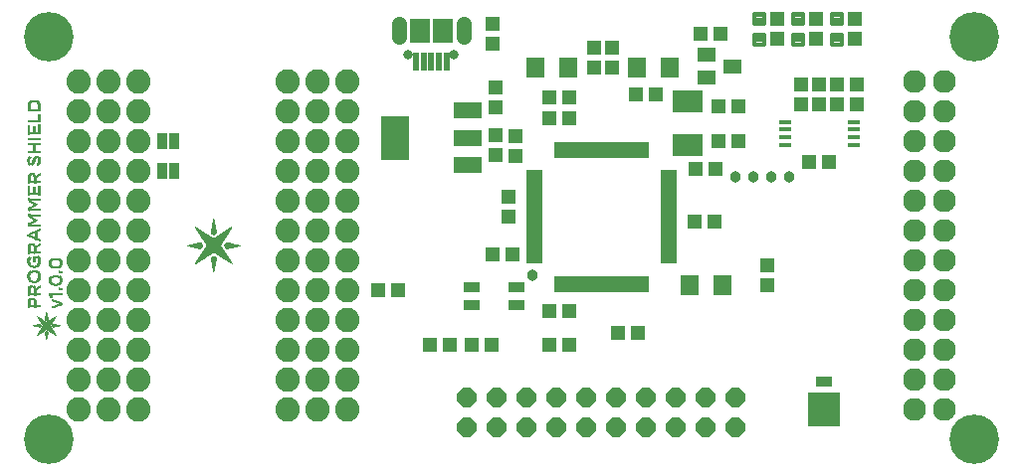
<source format=gts>
G75*
%MOIN*%
%OFA0B0*%
%FSLAX24Y24*%
%IPPOS*%
%LPD*%
%AMOC8*
5,1,8,0,0,1.08239X$1,22.5*
%
%ADD10R,0.0002X0.0002*%
%ADD11R,0.0002X0.0026*%
%ADD12R,0.0002X0.0002*%
%ADD13R,0.0002X0.0030*%
%ADD14R,0.0002X0.0002*%
%ADD15R,0.0002X0.0066*%
%ADD16R,0.0002X0.0002*%
%ADD17R,0.0002X0.0078*%
%ADD18R,0.0002X0.0082*%
%ADD19R,0.0002X0.0068*%
%ADD20R,0.0002X0.0102*%
%ADD21R,0.0002X0.0102*%
%ADD22R,0.0002X0.0074*%
%ADD23R,0.0002X0.0080*%
%ADD24R,0.0002X0.0110*%
%ADD25R,0.0002X0.0070*%
%ADD26R,0.0002X0.0072*%
%ADD27R,0.0002X0.0080*%
%ADD28R,0.0002X0.0126*%
%ADD29R,0.0002X0.0122*%
%ADD30R,0.0002X0.0072*%
%ADD31R,0.0002X0.0134*%
%ADD32R,0.0002X0.0130*%
%ADD33R,0.0002X0.0074*%
%ADD34R,0.0002X0.0146*%
%ADD35R,0.0002X0.0150*%
%ADD36R,0.0002X0.0078*%
%ADD37R,0.0002X0.0072*%
%ADD38R,0.0002X0.0162*%
%ADD39R,0.0002X0.0162*%
%ADD40R,0.0002X0.0076*%
%ADD41R,0.0002X0.0166*%
%ADD42R,0.0002X0.0178*%
%ADD43R,0.0002X0.0174*%
%ADD44R,0.0002X0.0082*%
%ADD45R,0.0002X0.0180*%
%ADD46R,0.0002X0.0182*%
%ADD47R,0.0002X0.0086*%
%ADD48R,0.0002X0.0186*%
%ADD49R,0.0002X0.0082*%
%ADD50R,0.0002X0.0190*%
%ADD51R,0.0002X0.0086*%
%ADD52R,0.0002X0.0202*%
%ADD53R,0.0002X0.0200*%
%ADD54R,0.0002X0.0088*%
%ADD55R,0.0002X0.0202*%
%ADD56R,0.0002X0.0204*%
%ADD57R,0.0002X0.0090*%
%ADD58R,0.0002X0.0210*%
%ADD59R,0.0002X0.0090*%
%ADD60R,0.0002X0.0214*%
%ADD61R,0.0002X0.0214*%
%ADD62R,0.0002X0.0094*%
%ADD63R,0.0002X0.0218*%
%ADD64R,0.0002X0.0220*%
%ADD65R,0.0002X0.0094*%
%ADD66R,0.0002X0.0222*%
%ADD67R,0.0002X0.0222*%
%ADD68R,0.0002X0.0096*%
%ADD69R,0.0002X0.0228*%
%ADD70R,0.0002X0.0098*%
%ADD71R,0.0002X0.0230*%
%ADD72R,0.0002X0.0236*%
%ADD73R,0.0002X0.0238*%
%ADD74R,0.0002X0.0100*%
%ADD75R,0.0002X0.0240*%
%ADD76R,0.0002X0.0102*%
%ADD77R,0.0002X0.0244*%
%ADD78R,0.0002X0.0106*%
%ADD79R,0.0002X0.0246*%
%ADD80R,0.0002X0.0106*%
%ADD81R,0.0002X0.0254*%
%ADD82R,0.0002X0.0252*%
%ADD83R,0.0002X0.0254*%
%ADD84R,0.0002X0.0254*%
%ADD85R,0.0002X0.0258*%
%ADD86R,0.0002X0.0260*%
%ADD87R,0.0002X0.0112*%
%ADD88R,0.0002X0.0262*%
%ADD89R,0.0002X0.0262*%
%ADD90R,0.0002X0.0112*%
%ADD91R,0.0002X0.0266*%
%ADD92R,0.0002X0.0114*%
%ADD93R,0.0002X0.0270*%
%ADD94R,0.0002X0.0118*%
%ADD95R,0.0002X0.0126*%
%ADD96R,0.0002X0.0114*%
%ADD97R,0.0002X0.0116*%
%ADD98R,0.0002X0.0118*%
%ADD99R,0.0002X0.0112*%
%ADD100R,0.0002X0.0122*%
%ADD101R,0.0002X0.0108*%
%ADD102R,0.0002X0.0124*%
%ADD103R,0.0002X0.0108*%
%ADD104R,0.0002X0.0102*%
%ADD105R,0.0002X0.0128*%
%ADD106R,0.0002X0.0096*%
%ADD107R,0.0002X0.0128*%
%ADD108R,0.0002X0.0098*%
%ADD109R,0.0002X0.0130*%
%ADD110R,0.0002X0.0094*%
%ADD111R,0.0002X0.0092*%
%ADD112R,0.0002X0.0134*%
%ADD113R,0.0002X0.0092*%
%ADD114R,0.0002X0.0134*%
%ADD115R,0.0002X0.0092*%
%ADD116R,0.0002X0.0138*%
%ADD117R,0.0002X0.0092*%
%ADD118R,0.0002X0.0068*%
%ADD119R,0.0002X0.0088*%
%ADD120R,0.0002X0.0070*%
%ADD121R,0.0002X0.0084*%
%ADD122R,0.0002X0.0084*%
%ADD123R,0.0002X0.0082*%
%ADD124R,0.0002X0.0084*%
%ADD125R,0.0002X0.0084*%
%ADD126R,0.0002X0.0072*%
%ADD127R,0.0002X0.0074*%
%ADD128R,0.0002X0.0076*%
%ADD129R,0.0002X0.0074*%
%ADD130R,0.0002X0.0004*%
%ADD131R,0.0002X0.0010*%
%ADD132R,0.0002X0.0020*%
%ADD133R,0.0002X0.0038*%
%ADD134R,0.0002X0.0038*%
%ADD135R,0.0002X0.0050*%
%ADD136R,0.0002X0.0056*%
%ADD137R,0.0002X0.0066*%
%ADD138R,0.0002X0.0094*%
%ADD139R,0.0002X0.0154*%
%ADD140R,0.0002X0.0100*%
%ADD141R,0.0002X0.0154*%
%ADD142R,0.0002X0.0156*%
%ADD143R,0.0002X0.0156*%
%ADD144R,0.0002X0.0104*%
%ADD145R,0.0002X0.0158*%
%ADD146R,0.0002X0.0110*%
%ADD147R,0.0002X0.0158*%
%ADD148R,0.0002X0.0122*%
%ADD149R,0.0002X0.0160*%
%ADD150R,0.0002X0.0268*%
%ADD151R,0.0002X0.0264*%
%ADD152R,0.0002X0.0262*%
%ADD153R,0.0002X0.0264*%
%ADD154R,0.0002X0.0266*%
%ADD155R,0.0002X0.0160*%
%ADD156R,0.0002X0.0256*%
%ADD157R,0.0002X0.0162*%
%ADD158R,0.0002X0.0252*%
%ADD159R,0.0002X0.0250*%
%ADD160R,0.0002X0.0246*%
%ADD161R,0.0002X0.0164*%
%ADD162R,0.0002X0.0242*%
%ADD163R,0.0002X0.0242*%
%ADD164R,0.0002X0.0164*%
%ADD165R,0.0002X0.0234*%
%ADD166R,0.0002X0.0234*%
%ADD167R,0.0002X0.0224*%
%ADD168R,0.0002X0.0226*%
%ADD169R,0.0002X0.0216*%
%ADD170R,0.0002X0.0152*%
%ADD171R,0.0002X0.0142*%
%ADD172R,0.0002X0.0208*%
%ADD173R,0.0002X0.0206*%
%ADD174R,0.0002X0.0136*%
%ADD175R,0.0002X0.0198*%
%ADD176R,0.0002X0.0124*%
%ADD177R,0.0002X0.0194*%
%ADD178R,0.0002X0.0194*%
%ADD179R,0.0002X0.0174*%
%ADD180R,0.0002X0.0170*%
%ADD181R,0.0002X0.0168*%
%ADD182R,0.0002X0.0154*%
%ADD183R,0.0002X0.0142*%
%ADD184R,0.0002X0.0122*%
%ADD185R,0.0002X0.0064*%
%ADD186R,0.0002X0.0114*%
%ADD187R,0.0002X0.0054*%
%ADD188R,0.0002X0.0062*%
%ADD189R,0.0002X0.0062*%
%ADD190R,0.0002X0.0042*%
%ADD191R,0.0002X0.0046*%
%ADD192R,0.0002X0.0314*%
%ADD193R,0.0002X0.0316*%
%ADD194R,0.0002X0.0294*%
%ADD195R,0.0002X0.0150*%
%ADD196R,0.0002X0.0316*%
%ADD197R,0.0002X0.0314*%
%ADD198R,0.0002X0.0296*%
%ADD199R,0.0002X0.0196*%
%ADD200R,0.0002X0.0142*%
%ADD201R,0.0002X0.0206*%
%ADD202R,0.0002X0.0174*%
%ADD203R,0.0002X0.0220*%
%ADD204R,0.0002X0.0176*%
%ADD205R,0.0002X0.0166*%
%ADD206R,0.0002X0.0226*%
%ADD207R,0.0002X0.0198*%
%ADD208R,0.0002X0.0182*%
%ADD209R,0.0002X0.0314*%
%ADD210R,0.0002X0.0296*%
%ADD211R,0.0002X0.0232*%
%ADD212R,0.0002X0.0194*%
%ADD213R,0.0002X0.0202*%
%ADD214R,0.0002X0.0314*%
%ADD215R,0.0002X0.0186*%
%ADD216R,0.0002X0.0294*%
%ADD217R,0.0002X0.0238*%
%ADD218R,0.0002X0.0244*%
%ADD219R,0.0002X0.0218*%
%ADD220R,0.0002X0.0250*%
%ADD221R,0.0002X0.0230*%
%ADD222R,0.0002X0.0210*%
%ADD223R,0.0002X0.0224*%
%ADD224R,0.0002X0.0234*%
%ADD225R,0.0002X0.0242*%
%ADD226R,0.0002X0.0258*%
%ADD227R,0.0002X0.0272*%
%ADD228R,0.0002X0.0262*%
%ADD229R,0.0002X0.0274*%
%ADD230R,0.0002X0.0274*%
%ADD231R,0.0002X0.0280*%
%ADD232R,0.0002X0.0278*%
%ADD233R,0.0002X0.0282*%
%ADD234R,0.0002X0.0268*%
%ADD235R,0.0002X0.0282*%
%ADD236R,0.0002X0.0286*%
%ADD237R,0.0002X0.0286*%
%ADD238R,0.0002X0.0282*%
%ADD239R,0.0002X0.0270*%
%ADD240R,0.0002X0.0292*%
%ADD241R,0.0002X0.0298*%
%ADD242R,0.0002X0.0290*%
%ADD243R,0.0002X0.0302*%
%ADD244R,0.0002X0.0306*%
%ADD245R,0.0002X0.0298*%
%ADD246R,0.0002X0.0304*%
%ADD247R,0.0002X0.0302*%
%ADD248R,0.0002X0.0318*%
%ADD249R,0.0002X0.0292*%
%ADD250R,0.0002X0.0324*%
%ADD251R,0.0002X0.0308*%
%ADD252R,0.0002X0.0310*%
%ADD253R,0.0002X0.0326*%
%ADD254R,0.0002X0.0334*%
%ADD255R,0.0002X0.0312*%
%ADD256R,0.0002X0.0318*%
%ADD257R,0.0002X0.0334*%
%ADD258R,0.0002X0.0306*%
%ADD259R,0.0002X0.0322*%
%ADD260R,0.0002X0.0336*%
%ADD261R,0.0002X0.0310*%
%ADD262R,0.0002X0.0146*%
%ADD263R,0.0002X0.0112*%
%ADD264R,0.0002X0.0138*%
%ADD265R,0.0002X0.0136*%
%ADD266R,0.0002X0.0140*%
%ADD267R,0.0002X0.0320*%
%ADD268R,0.0002X0.0120*%
%ADD269R,0.0002X0.0324*%
%ADD270R,0.0002X0.0142*%
%ADD271R,0.0002X0.0104*%
%ADD272R,0.0002X0.0060*%
%ADD273R,0.0002X0.0052*%
%ADD274R,0.0002X0.0044*%
%ADD275R,0.0002X0.0042*%
%ADD276R,0.0002X0.0034*%
%ADD277R,0.0002X0.0028*%
%ADD278R,0.0002X0.0348*%
%ADD279R,0.0002X0.0024*%
%ADD280R,0.0002X0.0346*%
%ADD281R,0.0002X0.0006*%
%ADD282R,0.0002X0.0004*%
%ADD283R,0.0002X0.0018*%
%ADD284R,0.0002X0.0346*%
%ADD285R,0.0002X0.0010*%
%ADD286R,0.0002X0.0008*%
%ADD287R,0.0002X0.0014*%
%ADD288R,0.0002X0.0342*%
%ADD289R,0.0002X0.0014*%
%ADD290R,0.0002X0.0014*%
%ADD291R,0.0002X0.0008*%
%ADD292R,0.0002X0.0340*%
%ADD293R,0.0002X0.0018*%
%ADD294R,0.0002X0.0338*%
%ADD295R,0.0002X0.0022*%
%ADD296R,0.0002X0.0026*%
%ADD297R,0.0002X0.0024*%
%ADD298R,0.0002X0.0330*%
%ADD299R,0.0002X0.0326*%
%ADD300R,0.0002X0.0030*%
%ADD301R,0.0002X0.0034*%
%ADD302R,0.0002X0.0036*%
%ADD303R,0.0002X0.0322*%
%ADD304R,0.0002X0.0042*%
%ADD305R,0.0002X0.0040*%
%ADD306R,0.0002X0.0322*%
%ADD307R,0.0002X0.0042*%
%ADD308R,0.0002X0.0048*%
%ADD309R,0.0002X0.0182*%
%ADD310R,0.0002X0.0046*%
%ADD311R,0.0002X0.0050*%
%ADD312R,0.0002X0.0200*%
%ADD313R,0.0002X0.0054*%
%ADD314R,0.0002X0.0058*%
%ADD315R,0.0002X0.0056*%
%ADD316R,0.0002X0.0222*%
%ADD317R,0.0002X0.0060*%
%ADD318R,0.0002X0.0058*%
%ADD319R,0.0002X0.0232*%
%ADD320R,0.0002X0.0064*%
%ADD321R,0.0002X0.0062*%
%ADD322R,0.0002X0.0234*%
%ADD323R,0.0002X0.0248*%
%ADD324R,0.0002X0.0248*%
%ADD325R,0.0002X0.0302*%
%ADD326R,0.0002X0.0252*%
%ADD327R,0.0002X0.0254*%
%ADD328R,0.0002X0.0244*%
%ADD329R,0.0002X0.0244*%
%ADD330R,0.0002X0.0104*%
%ADD331R,0.0002X0.0264*%
%ADD332R,0.0002X0.0256*%
%ADD333R,0.0002X0.0272*%
%ADD334R,0.0002X0.0292*%
%ADD335R,0.0002X0.0272*%
%ADD336R,0.0002X0.0276*%
%ADD337R,0.0002X0.0180*%
%ADD338R,0.0002X0.0178*%
%ADD339R,0.0002X0.0276*%
%ADD340R,0.0002X0.0284*%
%ADD341R,0.0002X0.0148*%
%ADD342R,0.0002X0.0282*%
%ADD343R,0.0002X0.0284*%
%ADD344R,0.0002X0.0152*%
%ADD345R,0.0002X0.0288*%
%ADD346R,0.0002X0.0290*%
%ADD347R,0.0002X0.0284*%
%ADD348R,0.0002X0.0348*%
%ADD349R,0.0002X0.0288*%
%ADD350R,0.0002X0.0292*%
%ADD351R,0.0002X0.0300*%
%ADD352R,0.0002X0.0114*%
%ADD353R,0.0002X0.0294*%
%ADD354R,0.0002X0.0302*%
%ADD355R,0.0002X0.0300*%
%ADD356R,0.0002X0.0304*%
%ADD357R,0.0002X0.0304*%
%ADD358R,0.0002X0.0120*%
%ADD359R,0.0002X0.0196*%
%ADD360R,0.0002X0.0284*%
%ADD361R,0.0002X0.0308*%
%ADD362R,0.0002X0.0312*%
%ADD363R,0.0002X0.0214*%
%ADD364R,0.0002X0.0320*%
%ADD365R,0.0002X0.0154*%
%ADD366R,0.0002X0.0192*%
%ADD367R,0.0002X0.0188*%
%ADD368R,0.0002X0.0170*%
%ADD369R,0.0002X0.0148*%
%ADD370R,0.0002X0.0152*%
%ADD371R,0.0002X0.0152*%
%ADD372R,0.0002X0.0006*%
%ADD373R,0.0002X0.0144*%
%ADD374R,0.0002X0.0144*%
%ADD375R,0.0002X0.0144*%
%ADD376R,0.0002X0.0014*%
%ADD377R,0.0002X0.0022*%
%ADD378R,0.0002X0.0140*%
%ADD379R,0.0002X0.0134*%
%ADD380R,0.0002X0.0034*%
%ADD381R,0.0002X0.0044*%
%ADD382R,0.0002X0.0132*%
%ADD383R,0.0002X0.0132*%
%ADD384R,0.0002X0.0132*%
%ADD385R,0.0002X0.0132*%
%ADD386R,0.0002X0.0062*%
%ADD387R,0.0002X0.0124*%
%ADD388R,0.0002X0.0312*%
%ADD389R,0.0002X0.0312*%
%ADD390R,0.0002X0.0322*%
%ADD391R,0.0002X0.0324*%
%ADD392R,0.0002X0.0116*%
%ADD393R,0.0002X0.0274*%
%ADD394R,0.0002X0.0278*%
%ADD395R,0.0002X0.0280*%
%ADD396R,0.0002X0.0304*%
%ADD397R,0.0002X0.0104*%
%ADD398R,0.0002X0.0264*%
%ADD399R,0.0002X0.0202*%
%ADD400R,0.0002X0.0214*%
%ADD401R,0.0002X0.0240*%
%ADD402R,0.0002X0.0174*%
%ADD403R,0.0002X0.0212*%
%ADD404R,0.0002X0.0212*%
%ADD405R,0.0002X0.0208*%
%ADD406R,0.0002X0.0054*%
%ADD407R,0.0513X0.0474*%
%ADD408R,0.0474X0.0513*%
%ADD409R,0.0631X0.0710*%
%ADD410R,0.0198X0.0552*%
%ADD411R,0.0552X0.0198*%
%ADD412R,0.0423X0.0157*%
%ADD413R,0.0237X0.0611*%
%ADD414R,0.0671X0.0828*%
%ADD415C,0.0316*%
%ADD416C,0.0513*%
%ADD417C,0.0142*%
%ADD418OC8,0.0640*%
%ADD419R,0.1025X0.0749*%
%ADD420C,0.0820*%
%ADD421R,0.0960X0.0560*%
%ADD422R,0.0946X0.1497*%
%ADD423R,0.0631X0.0474*%
%ADD424C,0.0010*%
%ADD425C,0.0770*%
%ADD426R,0.0330X0.0580*%
%ADD427C,0.0380*%
%ADD428R,0.1080X0.1130*%
%ADD429R,0.0580X0.0380*%
%ADD430R,0.0572X0.0336*%
%ADD431C,0.1660*%
D10*
X000520Y006625D03*
X000520Y006629D03*
X000520Y006645D03*
X000520Y006649D03*
X000520Y006665D03*
X000520Y006669D03*
X000520Y006685D03*
X000520Y006689D03*
X000520Y006705D03*
X000520Y006709D03*
X000456Y006745D03*
X000736Y006729D03*
X000736Y006725D03*
X001206Y006859D03*
X001266Y006879D03*
X001510Y007135D03*
X001510Y007139D03*
X001510Y007155D03*
X001510Y007159D03*
X001510Y007175D03*
X001510Y007179D03*
X001510Y007195D03*
X001510Y007199D03*
X001596Y007405D03*
X001600Y007425D03*
X001600Y007429D03*
X001600Y007465D03*
X001600Y007469D03*
X001596Y007489D03*
X001510Y007695D03*
X001510Y007699D03*
X001510Y007715D03*
X001510Y007719D03*
X001510Y007735D03*
X001510Y007739D03*
X001510Y007755D03*
X001510Y007759D03*
X001590Y007955D03*
X001166Y007995D03*
X001166Y007999D03*
X000880Y008065D03*
X000880Y008105D03*
X000880Y008109D03*
X000810Y008119D03*
X000810Y008055D03*
X000866Y007995D03*
X000446Y008055D03*
X000446Y008115D03*
X000446Y008119D03*
X000456Y008165D03*
X000520Y008445D03*
X000520Y008449D03*
X000520Y008465D03*
X000520Y008469D03*
X000520Y008485D03*
X000520Y008489D03*
X000520Y008505D03*
X000520Y008509D03*
X000520Y008525D03*
X000520Y008529D03*
X000466Y008619D03*
X000660Y008549D03*
X000806Y007619D03*
X000876Y007625D03*
X000880Y007549D03*
X000876Y007525D03*
X000516Y007545D03*
X000460Y007185D03*
X000456Y007165D03*
X000526Y007159D03*
X000520Y007129D03*
X000520Y007125D03*
X000520Y007109D03*
X000520Y007105D03*
X000520Y007089D03*
X000520Y007085D03*
X000520Y007069D03*
X000520Y007065D03*
X000520Y007049D03*
X000520Y007045D03*
X000520Y007029D03*
X000520Y007025D03*
X000520Y010785D03*
X000520Y010789D03*
X000520Y010805D03*
X000520Y010809D03*
X000520Y010825D03*
X000520Y010829D03*
X000520Y010845D03*
X000520Y010849D03*
X000520Y010865D03*
X000520Y010869D03*
X000520Y010885D03*
X000520Y010889D03*
X000660Y010905D03*
X000870Y011395D03*
X000876Y011425D03*
X000810Y011435D03*
X000806Y011419D03*
X000810Y011495D03*
X000876Y011505D03*
X000696Y011449D03*
X000636Y011509D03*
X000646Y011539D03*
X000516Y011425D03*
X000450Y011499D03*
X000520Y013205D03*
X000520Y013209D03*
X000520Y013225D03*
X000520Y013229D03*
X000520Y013245D03*
X000520Y013249D03*
X000520Y013265D03*
X000520Y013269D03*
X000520Y013285D03*
X000520Y013289D03*
X000476Y013389D03*
X000800Y013325D03*
D11*
X001600Y007445D03*
X001260Y006885D03*
D12*
X001256Y006913D03*
X001180Y006941D03*
X001510Y007123D03*
X001510Y007127D03*
X001510Y007131D03*
X001510Y007143D03*
X001510Y007147D03*
X001510Y007151D03*
X001510Y007163D03*
X001510Y007167D03*
X001510Y007171D03*
X001510Y007183D03*
X001510Y007187D03*
X001510Y007191D03*
X001530Y007423D03*
X001526Y007483D03*
X001600Y007461D03*
X001236Y007473D03*
X001166Y007471D03*
X001166Y007423D03*
X001170Y007403D03*
X000880Y007553D03*
X000880Y007597D03*
X000880Y007601D03*
X000810Y007603D03*
X000810Y007551D03*
X000450Y007523D03*
X000446Y007547D03*
X000446Y007551D03*
X000446Y007603D03*
X000446Y007607D03*
X000706Y007207D03*
X000660Y007137D03*
X000520Y007121D03*
X000520Y007117D03*
X000520Y007113D03*
X000520Y007101D03*
X000520Y007097D03*
X000520Y007093D03*
X000520Y007081D03*
X000520Y007077D03*
X000520Y007073D03*
X000520Y007061D03*
X000520Y007057D03*
X000520Y007053D03*
X000520Y007041D03*
X000520Y007037D03*
X000520Y007033D03*
X000520Y007021D03*
X000520Y007017D03*
X000476Y006801D03*
X000460Y006761D03*
X000520Y006701D03*
X000520Y006697D03*
X000520Y006693D03*
X000520Y006681D03*
X000520Y006677D03*
X000520Y006673D03*
X000520Y006661D03*
X000520Y006657D03*
X000520Y006653D03*
X000520Y006641D03*
X000520Y006637D03*
X000520Y006633D03*
X000520Y006621D03*
X000520Y006617D03*
X000670Y006703D03*
X000670Y006707D03*
X000670Y006711D03*
X001510Y007703D03*
X001510Y007707D03*
X001510Y007711D03*
X001510Y007723D03*
X001510Y007727D03*
X001510Y007731D03*
X001510Y007743D03*
X001510Y007747D03*
X001510Y007751D03*
X001510Y007763D03*
X001510Y007767D03*
X001510Y007771D03*
X001600Y007997D03*
X001600Y008001D03*
X001600Y008037D03*
X001600Y008041D03*
X001596Y008061D03*
X001166Y008043D03*
X001176Y007957D03*
X000876Y008033D03*
X000880Y008057D03*
X000880Y008061D03*
X000880Y008101D03*
X000856Y008197D03*
X000516Y008113D03*
X000450Y008143D03*
X000450Y008031D03*
X000850Y007963D03*
X000520Y008433D03*
X000520Y008437D03*
X000520Y008441D03*
X000520Y008453D03*
X000520Y008457D03*
X000520Y008461D03*
X000520Y008473D03*
X000520Y008477D03*
X000520Y008481D03*
X000520Y008493D03*
X000520Y008497D03*
X000520Y008501D03*
X000520Y008513D03*
X000520Y008517D03*
X000520Y008521D03*
X000520Y008533D03*
X000520Y008537D03*
X000520Y008541D03*
X000456Y008581D03*
X000660Y008553D03*
X000770Y009467D03*
X000770Y009987D03*
X000520Y010793D03*
X000520Y010797D03*
X000520Y010801D03*
X000520Y010813D03*
X000520Y010817D03*
X000520Y010821D03*
X000520Y010833D03*
X000520Y010837D03*
X000520Y010841D03*
X000520Y010853D03*
X000520Y010857D03*
X000520Y010861D03*
X000520Y010873D03*
X000520Y010877D03*
X000520Y010881D03*
X000520Y010893D03*
X000456Y010933D03*
X000466Y010971D03*
X000660Y010901D03*
X000760Y011337D03*
X000800Y011401D03*
X000866Y011543D03*
X000630Y011487D03*
X000626Y011471D03*
X000516Y011481D03*
X000520Y013201D03*
X000520Y013213D03*
X000520Y013217D03*
X000520Y013221D03*
X000520Y013233D03*
X000520Y013237D03*
X000520Y013241D03*
X000520Y013253D03*
X000520Y013257D03*
X000520Y013261D03*
X000520Y013273D03*
X000520Y013277D03*
X000520Y013281D03*
X000526Y013323D03*
X000456Y013321D03*
X000870Y013323D03*
D13*
X000750Y009989D03*
X000750Y009467D03*
X000546Y008193D03*
X000880Y008083D03*
X001600Y008019D03*
D14*
X001598Y007983D03*
X001534Y008023D03*
X001594Y008071D03*
X001232Y008021D03*
X001232Y008017D03*
X001232Y008013D03*
X001168Y008053D03*
X001178Y007951D03*
X000878Y008127D03*
X000874Y008147D03*
X000872Y008153D03*
X000802Y008147D03*
X000788Y008177D03*
X000812Y008061D03*
X000538Y008167D03*
X000524Y008141D03*
X000514Y008091D03*
X000514Y008071D03*
X000514Y008067D03*
X000448Y008041D03*
X000458Y008171D03*
X000454Y008567D03*
X000454Y008571D03*
X000652Y008581D03*
X000518Y007611D03*
X000514Y007587D03*
X000514Y007583D03*
X000514Y007567D03*
X000514Y007563D03*
X000522Y007527D03*
X000452Y007517D03*
X000454Y007507D03*
X000448Y007537D03*
X000448Y007613D03*
X000448Y007617D03*
X000808Y007613D03*
X000812Y007593D03*
X000812Y007557D03*
X000802Y007523D03*
X000858Y007471D03*
X000878Y007531D03*
X000882Y007571D03*
X001168Y007481D03*
X001168Y007413D03*
X001232Y007437D03*
X001232Y007441D03*
X001232Y007453D03*
X001232Y007457D03*
X001234Y007463D03*
X001534Y007451D03*
X001534Y007447D03*
X001534Y007443D03*
X001598Y007411D03*
X001598Y007483D03*
X001254Y006923D03*
X000734Y006743D03*
X000738Y006711D03*
X000738Y006707D03*
X000738Y006703D03*
X000738Y006691D03*
X000738Y006687D03*
X000738Y006683D03*
X000738Y006671D03*
X000738Y006667D03*
X000738Y006663D03*
X000738Y006651D03*
X000738Y006647D03*
X000738Y006643D03*
X000738Y006631D03*
X000738Y006627D03*
X000738Y006623D03*
X000524Y006733D03*
X000454Y006731D03*
X000522Y007143D03*
X000454Y007151D03*
X000658Y007147D03*
X000522Y010907D03*
X000454Y010923D03*
X000652Y010933D03*
X000654Y010927D03*
X000712Y010957D03*
X000678Y011387D03*
X000692Y011433D03*
X000702Y011471D03*
X000704Y011481D03*
X000628Y011477D03*
X000624Y011461D03*
X000618Y011443D03*
X000512Y011453D03*
X000514Y011467D03*
X000448Y011473D03*
X000448Y011477D03*
X000448Y011481D03*
X000448Y011433D03*
X000458Y011531D03*
X000868Y011537D03*
X000878Y011491D03*
X000874Y011411D03*
X000864Y011377D03*
X000872Y013301D03*
X000868Y013333D03*
X000524Y013317D03*
X000522Y013303D03*
X000454Y013307D03*
X000454Y013311D03*
X000464Y013357D03*
D15*
X000528Y011553D03*
X000722Y009467D03*
X001598Y008019D03*
X001598Y007447D03*
X001492Y006705D03*
X001504Y006701D03*
X001592Y006665D03*
D16*
X001264Y006885D03*
X001252Y006929D03*
X001194Y006895D03*
X001184Y006929D03*
X000728Y006765D03*
X000732Y006749D03*
X000738Y006699D03*
X000738Y006695D03*
X000738Y006679D03*
X000738Y006675D03*
X000738Y006659D03*
X000738Y006655D03*
X000738Y006639D03*
X000738Y006635D03*
X000738Y006619D03*
X000522Y006719D03*
X000528Y006745D03*
X000458Y006755D03*
X000454Y006735D03*
X000714Y006799D03*
X000522Y007139D03*
X000454Y007155D03*
X000458Y007179D03*
X000458Y007495D03*
X000518Y007539D03*
X000514Y007559D03*
X000524Y007629D03*
X000804Y007625D03*
X000874Y007635D03*
X000882Y007575D03*
X000872Y007509D03*
X001232Y007449D03*
X001232Y007445D03*
X001238Y007415D03*
X001202Y007339D03*
X001532Y007429D03*
X001534Y007455D03*
X001532Y007469D03*
X001592Y007389D03*
X001172Y007969D03*
X001168Y007985D03*
X001232Y008009D03*
X001232Y008025D03*
X001234Y008035D03*
X001172Y008069D03*
X000878Y008039D03*
X000808Y008045D03*
X000812Y008109D03*
X000558Y008195D03*
X000522Y008135D03*
X000514Y008099D03*
X000514Y008095D03*
X000448Y008129D03*
X000452Y008149D03*
X000452Y008025D03*
X000522Y008555D03*
X000654Y008575D03*
X000712Y008605D03*
X001534Y008019D03*
X001534Y008015D03*
X001598Y008055D03*
X001588Y008085D03*
X000454Y010919D03*
X000448Y011429D03*
X000514Y011435D03*
X000512Y011449D03*
X000524Y011509D03*
X000452Y011505D03*
X000698Y011455D03*
X000684Y011405D03*
X000808Y011425D03*
X000812Y011445D03*
X000812Y011489D03*
X000878Y011495D03*
X000874Y011519D03*
X000872Y011525D03*
X000878Y011439D03*
X000878Y011435D03*
X000872Y011405D03*
X000872Y013305D03*
X000872Y013309D03*
X000862Y013359D03*
X000802Y013315D03*
X000804Y013305D03*
D17*
X000706Y013461D03*
X000700Y013463D03*
X000696Y013463D03*
X000686Y013465D03*
X000676Y013465D03*
X000670Y013465D03*
X000666Y013465D03*
X000656Y013465D03*
X000650Y013465D03*
X000646Y013465D03*
X000640Y013463D03*
X000636Y013463D03*
X000616Y013459D03*
X000740Y011579D03*
X000790Y011573D03*
X000536Y011351D03*
X000576Y011011D03*
X000570Y011009D03*
X000566Y011009D03*
X000560Y011007D03*
X000556Y011007D03*
X000610Y011009D03*
X000620Y011007D03*
X000600Y010063D03*
X000636Y010039D03*
X000646Y010033D03*
X000640Y009515D03*
X000810Y009125D03*
X000806Y009121D03*
X000800Y009119D03*
X000786Y009113D03*
X000780Y009111D03*
X000816Y009127D03*
X000826Y009131D03*
X000830Y009133D03*
X000836Y009135D03*
X000840Y009137D03*
X000850Y009141D03*
X000856Y009143D03*
X000860Y009145D03*
X000866Y009149D03*
X000870Y009149D03*
X000626Y009045D03*
X000460Y008971D03*
X000810Y008817D03*
X000830Y008809D03*
X000846Y008801D03*
X000860Y008795D03*
X000866Y008793D03*
X000620Y008655D03*
X000610Y008657D03*
X000576Y008659D03*
X000570Y008657D03*
X000566Y008657D03*
X000560Y008655D03*
X000556Y008655D03*
X000526Y008185D03*
X000616Y007911D03*
X000626Y007909D03*
X000636Y007907D03*
X000640Y007907D03*
X000646Y007905D03*
X000650Y007905D03*
X000656Y007905D03*
X000666Y007905D03*
X000670Y007905D03*
X000676Y007905D03*
X000680Y007905D03*
X000686Y007905D03*
X000696Y007907D03*
X000700Y007907D03*
X000706Y007909D03*
X000716Y007911D03*
X000696Y007753D03*
X000700Y007751D03*
X000710Y007749D03*
X000720Y007747D03*
X000690Y007753D03*
X000686Y007753D03*
X000680Y007755D03*
X000676Y007755D03*
X000670Y007755D03*
X000666Y007755D03*
X000660Y007755D03*
X000656Y007755D03*
X000650Y007755D03*
X000640Y007755D03*
X000636Y007753D03*
X000630Y007753D03*
X000620Y007751D03*
X000620Y007399D03*
X000630Y007397D03*
X000640Y007395D03*
X000650Y007395D03*
X000656Y007395D03*
X000660Y007395D03*
X000666Y007395D03*
X000670Y007395D03*
X000676Y007395D03*
X000680Y007395D03*
X000686Y007397D03*
X000690Y007397D03*
X000700Y007399D03*
X000586Y007245D03*
X000570Y007245D03*
X000566Y007243D03*
X000570Y006825D03*
X000630Y006821D03*
X001180Y006983D03*
X001300Y007315D03*
X001306Y007313D03*
X001310Y007313D03*
X001316Y007311D03*
X001320Y007311D03*
X001326Y007309D03*
X001330Y007307D03*
X001346Y007305D03*
X001356Y007303D03*
X001360Y007303D03*
X001400Y007303D03*
X001406Y007303D03*
X001426Y007305D03*
X001430Y007305D03*
X001436Y007307D03*
X001440Y007307D03*
X001446Y007309D03*
X001596Y007447D03*
X001460Y007579D03*
X001456Y007581D03*
X001446Y007585D03*
X001436Y007587D03*
X001430Y007589D03*
X001426Y007589D03*
X001360Y007591D03*
X001356Y007591D03*
X001350Y007589D03*
X001346Y007589D03*
X001336Y007587D03*
X001326Y007585D03*
X001320Y007583D03*
X001316Y007583D03*
X001310Y007581D03*
X001356Y007875D03*
X001360Y007875D03*
X001350Y007877D03*
X001346Y007877D03*
X001336Y007879D03*
X001330Y007879D03*
X001326Y007881D03*
X001316Y007883D03*
X001310Y007885D03*
X001400Y007875D03*
X001406Y007875D03*
X001426Y007877D03*
X001430Y007877D03*
X001436Y007879D03*
X001440Y007879D03*
X001446Y007881D03*
X001460Y008151D03*
X001456Y008155D03*
X001446Y008157D03*
X001436Y008159D03*
X001430Y008161D03*
X001426Y008161D03*
X001400Y008163D03*
X001360Y008163D03*
X001356Y008163D03*
X001350Y008161D03*
X001346Y008161D03*
X001336Y008159D03*
X001326Y008157D03*
X001320Y008155D03*
X001316Y008155D03*
X001310Y008153D03*
X001290Y006785D03*
X001286Y006785D03*
X001350Y006569D03*
X001330Y006561D03*
X001326Y006561D03*
X001310Y006553D03*
X001306Y006553D03*
X001290Y006545D03*
X001286Y006545D03*
X001280Y006543D03*
D18*
X000640Y006817D03*
X000556Y006821D03*
X000636Y007233D03*
X000606Y007403D03*
X000586Y007411D03*
X000730Y007407D03*
X001286Y007323D03*
X001450Y007311D03*
X001476Y007321D03*
X001480Y007321D03*
X001490Y007567D03*
X001480Y007573D03*
X001296Y007577D03*
X001286Y007571D03*
X000736Y007741D03*
X000730Y007743D03*
X000610Y007747D03*
X000606Y007747D03*
X000596Y007743D03*
X000596Y007917D03*
X000720Y007913D03*
X000736Y007917D03*
X001280Y007897D03*
X001290Y007891D03*
X001450Y007883D03*
X001466Y007887D03*
X001476Y007893D03*
X001480Y007893D03*
X001596Y008017D03*
X001306Y008151D03*
X001280Y008141D03*
X000630Y008651D03*
X000550Y008651D03*
X000466Y008971D03*
X000576Y009377D03*
X000580Y009381D03*
X000590Y009387D03*
X000596Y009391D03*
X000600Y009393D03*
X000626Y009411D03*
X000636Y009417D03*
X000640Y009421D03*
X000646Y009423D03*
X000710Y009467D03*
X000646Y009511D03*
X000626Y009523D03*
X000600Y009541D03*
X000590Y009547D03*
X000586Y009551D03*
X000576Y009557D03*
X000460Y009633D03*
X000456Y009633D03*
X000596Y009913D03*
X000640Y009941D03*
X000640Y010037D03*
X000630Y010043D03*
X000626Y010047D03*
X000616Y010053D03*
X000590Y010071D03*
X000586Y010071D03*
X000580Y010077D03*
X000550Y011003D03*
X000630Y011003D03*
X000600Y013453D03*
X000596Y013453D03*
X000720Y013457D03*
X000730Y013453D03*
D19*
X000722Y009988D03*
X001464Y006716D03*
X001484Y006708D03*
X001498Y006702D03*
X001504Y006630D03*
X001492Y006624D03*
X001484Y006622D03*
X001594Y006664D03*
D20*
X001554Y006665D03*
X000528Y006799D03*
X000528Y007219D03*
X000538Y007445D03*
X000534Y007449D03*
X000542Y007709D03*
X000532Y007959D03*
X000792Y007955D03*
X001522Y007925D03*
X001524Y007539D03*
X001594Y007445D03*
X001524Y007355D03*
X000654Y008629D03*
X000492Y009835D03*
X000488Y009835D03*
X000698Y009989D03*
X000518Y011369D03*
X000808Y011555D03*
X000874Y011465D03*
X000784Y013415D03*
D21*
X000782Y013417D03*
X000778Y013421D03*
X000544Y013417D03*
X000518Y011541D03*
X000608Y011363D03*
X000654Y010981D03*
X000488Y009623D03*
X000488Y008971D03*
X000492Y008971D03*
X001524Y008111D03*
X001594Y008017D03*
X001524Y007927D03*
X001522Y007541D03*
X001522Y007353D03*
X000788Y007443D03*
X000788Y007951D03*
X000538Y007953D03*
D22*
X000784Y008221D03*
X000784Y008391D03*
X000782Y008391D03*
X000778Y008391D03*
X000774Y008391D03*
X000772Y008391D03*
X000768Y008391D03*
X000764Y008391D03*
X000762Y008391D03*
X000758Y008391D03*
X000754Y008391D03*
X000752Y008391D03*
X000748Y008391D03*
X000744Y008391D03*
X000742Y008391D03*
X000738Y008391D03*
X000734Y008391D03*
X000732Y008391D03*
X000728Y008391D03*
X000788Y008391D03*
X000792Y008391D03*
X000794Y008391D03*
X000798Y008391D03*
X000802Y008391D03*
X000804Y008391D03*
X000808Y008391D03*
X000812Y008391D03*
X000814Y008391D03*
X000818Y008391D03*
X000822Y008391D03*
X000824Y008391D03*
X000828Y008391D03*
X000832Y008391D03*
X000834Y008391D03*
X000838Y008391D03*
X000842Y008391D03*
X000844Y008391D03*
X000848Y008391D03*
X000852Y008391D03*
X000854Y008391D03*
X000858Y008391D03*
X000862Y008391D03*
X000864Y008391D03*
X000868Y008391D03*
X000872Y008391D03*
X000658Y008391D03*
X000654Y008391D03*
X000652Y008391D03*
X000648Y008391D03*
X000644Y008391D03*
X000642Y008391D03*
X000638Y008391D03*
X000634Y008391D03*
X000632Y008391D03*
X000628Y008391D03*
X000624Y008391D03*
X000622Y008391D03*
X000618Y008391D03*
X000614Y008391D03*
X000612Y008391D03*
X000608Y008391D03*
X000604Y008391D03*
X000602Y008391D03*
X000598Y008391D03*
X000594Y008391D03*
X000592Y008391D03*
X000588Y008391D03*
X000584Y008391D03*
X000582Y008391D03*
X000578Y008391D03*
X000574Y008391D03*
X000572Y008391D03*
X000568Y008391D03*
X000564Y008391D03*
X000562Y008391D03*
X000558Y008391D03*
X000554Y008391D03*
X000552Y008391D03*
X000548Y008391D03*
X000544Y008391D03*
X000542Y008391D03*
X000538Y008391D03*
X000534Y008391D03*
X000532Y008391D03*
X000528Y008391D03*
X000524Y008391D03*
X000522Y008391D03*
X000578Y008659D03*
X000582Y008659D03*
X000594Y008659D03*
X000598Y008659D03*
X000602Y008659D03*
X000682Y008871D03*
X000688Y008869D03*
X000698Y008865D03*
X000702Y008863D03*
X000674Y008875D03*
X000658Y008883D03*
X000654Y008883D03*
X000652Y008885D03*
X000638Y008891D03*
X000622Y008899D03*
X000618Y008899D03*
X000594Y008911D03*
X000588Y008913D03*
X000582Y008915D03*
X000574Y008919D03*
X000568Y008921D03*
X000544Y009009D03*
X000548Y009011D03*
X000552Y009013D03*
X000558Y009015D03*
X000572Y009021D03*
X000574Y009023D03*
X000578Y009023D03*
X000584Y009025D03*
X000588Y009029D03*
X000592Y009029D03*
X000594Y009031D03*
X000602Y009035D03*
X000604Y009035D03*
X000614Y009039D03*
X000622Y009043D03*
X000624Y009045D03*
X000628Y009045D03*
X000644Y009053D03*
X000658Y009059D03*
X000664Y009061D03*
X000668Y009063D03*
X000672Y009065D03*
X000684Y009069D03*
X000688Y009073D03*
X000692Y009073D03*
X000694Y009075D03*
X000784Y009113D03*
X000812Y009125D03*
X000814Y009299D03*
X000818Y009299D03*
X000822Y009299D03*
X000834Y009299D03*
X000838Y009299D03*
X000842Y009299D03*
X000854Y009299D03*
X000858Y009299D03*
X000862Y009299D03*
X000802Y009299D03*
X000798Y009299D03*
X000794Y009299D03*
X000782Y009299D03*
X000778Y009299D03*
X000774Y009299D03*
X000762Y009299D03*
X000758Y009299D03*
X000754Y009299D03*
X000742Y009299D03*
X000738Y009299D03*
X000734Y009299D03*
X000722Y009299D03*
X000718Y009299D03*
X000714Y009299D03*
X000702Y009299D03*
X000698Y009299D03*
X000694Y009299D03*
X000682Y009299D03*
X000678Y009299D03*
X000674Y009299D03*
X000662Y009299D03*
X000658Y009299D03*
X000654Y009299D03*
X000642Y009299D03*
X000638Y009299D03*
X000634Y009299D03*
X000622Y009299D03*
X000618Y009299D03*
X000614Y009299D03*
X000602Y009299D03*
X000598Y009299D03*
X000594Y009299D03*
X000582Y009299D03*
X000578Y009299D03*
X000458Y008971D03*
X000454Y008971D03*
X000772Y008833D03*
X000778Y008831D03*
X000784Y008829D03*
X000792Y008825D03*
X000814Y008815D03*
X000828Y008809D03*
X000842Y008803D03*
X000848Y008801D03*
X001424Y008161D03*
X001424Y007589D03*
X001344Y007305D03*
X001344Y006985D03*
X001348Y006985D03*
X001352Y006985D03*
X001364Y006985D03*
X001368Y006985D03*
X001372Y006985D03*
X001384Y006985D03*
X001388Y006985D03*
X001392Y006985D03*
X001404Y006985D03*
X001408Y006985D03*
X001412Y006985D03*
X001424Y006985D03*
X001428Y006985D03*
X001432Y006985D03*
X001444Y006985D03*
X001448Y006985D03*
X001452Y006985D03*
X001464Y006985D03*
X001468Y006985D03*
X001472Y006985D03*
X001484Y006985D03*
X001488Y006985D03*
X001492Y006985D03*
X001504Y006985D03*
X001508Y006985D03*
X001512Y006985D03*
X001524Y006985D03*
X001528Y006985D03*
X001532Y006985D03*
X001544Y006985D03*
X001548Y006985D03*
X001552Y006985D03*
X001564Y006985D03*
X001568Y006985D03*
X001572Y006985D03*
X001584Y006985D03*
X001588Y006985D03*
X001592Y006985D03*
X001332Y006985D03*
X001328Y006985D03*
X001324Y006985D03*
X001312Y006985D03*
X001308Y006985D03*
X001304Y006985D03*
X001292Y006985D03*
X001288Y006985D03*
X001284Y006985D03*
X001272Y006985D03*
X001268Y006985D03*
X001264Y006985D03*
X001252Y006985D03*
X001248Y006985D03*
X001248Y006905D03*
X001322Y006771D03*
X001328Y006769D03*
X001342Y006763D03*
X001344Y006763D03*
X001348Y006761D03*
X001352Y006761D03*
X001354Y006759D03*
X001362Y006755D03*
X001364Y006755D03*
X001368Y006753D03*
X001374Y006751D03*
X001378Y006751D03*
X001394Y006743D03*
X001438Y006603D03*
X001432Y006601D03*
X001418Y006595D03*
X001414Y006595D03*
X001412Y006593D03*
X001392Y006585D03*
X001388Y006585D03*
X001384Y006583D03*
X001374Y006579D03*
X001354Y006571D03*
X001352Y006569D03*
X001348Y006569D03*
X001328Y006561D03*
X001584Y006665D03*
X000604Y007245D03*
X000592Y007245D03*
X000588Y007245D03*
X000584Y007245D03*
X000582Y010159D03*
X000584Y010159D03*
X000588Y010159D03*
X000592Y010159D03*
X000594Y010159D03*
X000598Y010159D03*
X000602Y010159D03*
X000604Y010159D03*
X000608Y010159D03*
X000612Y010159D03*
X000614Y010159D03*
X000618Y010159D03*
X000622Y010159D03*
X000624Y010159D03*
X000628Y010159D03*
X000632Y010159D03*
X000634Y010159D03*
X000638Y010159D03*
X000642Y010159D03*
X000644Y010159D03*
X000648Y010159D03*
X000652Y010159D03*
X000654Y010159D03*
X000658Y010159D03*
X000662Y010159D03*
X000664Y010159D03*
X000668Y010159D03*
X000672Y010159D03*
X000674Y010159D03*
X000678Y010159D03*
X000682Y010159D03*
X000684Y010159D03*
X000688Y010159D03*
X000692Y010159D03*
X000694Y010159D03*
X000698Y010159D03*
X000702Y010159D03*
X000704Y010159D03*
X000708Y010159D03*
X000712Y010159D03*
X000714Y010159D03*
X000718Y010159D03*
X000722Y010159D03*
X000724Y010159D03*
X000728Y010159D03*
X000732Y010159D03*
X000734Y010159D03*
X000738Y010159D03*
X000742Y010159D03*
X000744Y010159D03*
X000748Y010159D03*
X000752Y010159D03*
X000754Y010159D03*
X000758Y010159D03*
X000762Y010159D03*
X000764Y010159D03*
X000768Y010159D03*
X000772Y010159D03*
X000774Y010159D03*
X000778Y010159D03*
X000782Y010159D03*
X000784Y010159D03*
X000788Y010159D03*
X000792Y010159D03*
X000794Y010159D03*
X000798Y010159D03*
X000802Y010159D03*
X000804Y010159D03*
X000808Y010159D03*
X000812Y010159D03*
X000814Y010159D03*
X000818Y010159D03*
X000822Y010159D03*
X000824Y010159D03*
X000828Y010159D03*
X000832Y010159D03*
X000834Y010159D03*
X000838Y010159D03*
X000842Y010159D03*
X000844Y010159D03*
X000848Y010159D03*
X000852Y010159D03*
X000854Y010159D03*
X000858Y010159D03*
X000862Y010159D03*
X000864Y010159D03*
X000868Y010159D03*
X000872Y010159D03*
X000804Y010341D03*
X000802Y010341D03*
X000798Y010341D03*
X000794Y010341D03*
X000792Y010341D03*
X000788Y010341D03*
X000784Y010341D03*
X000782Y010341D03*
X000778Y010341D03*
X000774Y010341D03*
X000772Y010341D03*
X000768Y010341D03*
X000764Y010341D03*
X000762Y010341D03*
X000758Y010341D03*
X000754Y010341D03*
X000752Y010341D03*
X000748Y010341D03*
X000744Y010341D03*
X000742Y010341D03*
X000738Y010341D03*
X000734Y010341D03*
X000732Y010341D03*
X000728Y010341D03*
X000724Y010341D03*
X000722Y010341D03*
X000718Y010341D03*
X000714Y010341D03*
X000712Y010341D03*
X000708Y010341D03*
X000704Y010341D03*
X000702Y010341D03*
X000698Y010341D03*
X000628Y010341D03*
X000624Y010341D03*
X000622Y010341D03*
X000618Y010341D03*
X000614Y010341D03*
X000612Y010341D03*
X000608Y010341D03*
X000604Y010341D03*
X000602Y010341D03*
X000598Y010341D03*
X000594Y010341D03*
X000592Y010341D03*
X000588Y010341D03*
X000584Y010341D03*
X000582Y010341D03*
X000578Y010341D03*
X000574Y010341D03*
X000572Y010341D03*
X000568Y010341D03*
X000564Y010341D03*
X000562Y010341D03*
X000558Y010341D03*
X000554Y010341D03*
X000552Y010341D03*
X000548Y010341D03*
X000544Y010341D03*
X000542Y010341D03*
X000538Y010341D03*
X000534Y010341D03*
X000532Y010341D03*
X000528Y010341D03*
X000524Y010341D03*
X000522Y010341D03*
X000574Y010159D03*
X000578Y010159D03*
X000578Y010743D03*
X000574Y010743D03*
X000572Y010743D03*
X000568Y010743D03*
X000564Y010743D03*
X000562Y010743D03*
X000558Y010743D03*
X000554Y010743D03*
X000552Y010743D03*
X000548Y010743D03*
X000544Y010743D03*
X000542Y010743D03*
X000538Y010743D03*
X000534Y010743D03*
X000532Y010743D03*
X000528Y010743D03*
X000524Y010743D03*
X000522Y010743D03*
X000582Y010743D03*
X000584Y010743D03*
X000588Y010743D03*
X000592Y010743D03*
X000594Y010743D03*
X000598Y010743D03*
X000602Y010743D03*
X000604Y010743D03*
X000608Y010743D03*
X000612Y010743D03*
X000614Y010743D03*
X000618Y010743D03*
X000622Y010743D03*
X000624Y010743D03*
X000628Y010743D03*
X000632Y010743D03*
X000634Y010743D03*
X000638Y010743D03*
X000642Y010743D03*
X000644Y010743D03*
X000648Y010743D03*
X000652Y010743D03*
X000654Y010743D03*
X000658Y010743D03*
X000728Y010743D03*
X000732Y010743D03*
X000734Y010743D03*
X000738Y010743D03*
X000742Y010743D03*
X000744Y010743D03*
X000748Y010743D03*
X000752Y010743D03*
X000754Y010743D03*
X000758Y010743D03*
X000762Y010743D03*
X000764Y010743D03*
X000768Y010743D03*
X000772Y010743D03*
X000774Y010743D03*
X000778Y010743D03*
X000782Y010743D03*
X000784Y010743D03*
X000788Y010743D03*
X000792Y010743D03*
X000794Y010743D03*
X000798Y010743D03*
X000802Y010743D03*
X000804Y010743D03*
X000808Y010743D03*
X000812Y010743D03*
X000814Y010743D03*
X000818Y010743D03*
X000822Y010743D03*
X000824Y010743D03*
X000828Y010743D03*
X000832Y010743D03*
X000834Y010743D03*
X000838Y010743D03*
X000842Y010743D03*
X000844Y010743D03*
X000848Y010743D03*
X000852Y010743D03*
X000854Y010743D03*
X000858Y010743D03*
X000862Y010743D03*
X000864Y010743D03*
X000868Y010743D03*
X000872Y010743D03*
X000612Y011009D03*
X000602Y011011D03*
X000598Y011011D03*
X000594Y011011D03*
X000582Y011011D03*
X000578Y011011D03*
X000572Y011345D03*
X000568Y011345D03*
X000564Y011345D03*
X000562Y011345D03*
X000552Y011345D03*
X000792Y011345D03*
X000774Y011579D03*
X000772Y011581D03*
X000768Y011581D03*
X000764Y011581D03*
X000762Y011581D03*
X000758Y011581D03*
X000752Y011581D03*
X000748Y011581D03*
X000748Y011741D03*
X000744Y011741D03*
X000742Y011741D03*
X000738Y011741D03*
X000734Y011741D03*
X000732Y011741D03*
X000728Y011741D03*
X000724Y011741D03*
X000722Y011741D03*
X000718Y011741D03*
X000714Y011741D03*
X000712Y011741D03*
X000708Y011741D03*
X000704Y011741D03*
X000702Y011741D03*
X000698Y011741D03*
X000752Y011741D03*
X000754Y011741D03*
X000758Y011741D03*
X000762Y011741D03*
X000764Y011741D03*
X000768Y011741D03*
X000772Y011741D03*
X000774Y011741D03*
X000778Y011741D03*
X000782Y011741D03*
X000784Y011741D03*
X000788Y011741D03*
X000792Y011741D03*
X000794Y011741D03*
X000798Y011741D03*
X000802Y011741D03*
X000804Y011741D03*
X000808Y011741D03*
X000812Y011741D03*
X000814Y011741D03*
X000818Y011741D03*
X000822Y011741D03*
X000824Y011741D03*
X000828Y011741D03*
X000832Y011741D03*
X000834Y011741D03*
X000838Y011741D03*
X000842Y011741D03*
X000844Y011741D03*
X000848Y011741D03*
X000852Y011741D03*
X000854Y011741D03*
X000858Y011741D03*
X000862Y011741D03*
X000864Y011741D03*
X000868Y011741D03*
X000872Y011741D03*
X000624Y011741D03*
X000622Y011741D03*
X000618Y011741D03*
X000614Y011741D03*
X000612Y011741D03*
X000608Y011741D03*
X000604Y011741D03*
X000602Y011741D03*
X000598Y011741D03*
X000594Y011741D03*
X000592Y011741D03*
X000588Y011741D03*
X000584Y011741D03*
X000582Y011741D03*
X000578Y011741D03*
X000574Y011741D03*
X000572Y011741D03*
X000568Y011741D03*
X000564Y011741D03*
X000562Y011741D03*
X000558Y011741D03*
X000554Y011741D03*
X000552Y011741D03*
X000548Y011741D03*
X000544Y011741D03*
X000542Y011741D03*
X000538Y011741D03*
X000534Y011741D03*
X000532Y011741D03*
X000528Y011741D03*
X000524Y011741D03*
X000522Y011741D03*
X000518Y011741D03*
X000514Y011741D03*
X000512Y011741D03*
X000508Y011741D03*
X000504Y011741D03*
X000502Y011741D03*
X000498Y011741D03*
X000494Y011741D03*
X000492Y011741D03*
X000488Y011741D03*
X000484Y011741D03*
X000482Y011741D03*
X000478Y011741D03*
X000474Y011741D03*
X000472Y011741D03*
X000468Y011741D03*
X000464Y011741D03*
X000462Y011741D03*
X000458Y011741D03*
X000454Y011741D03*
X000454Y012015D03*
X000458Y012015D03*
X000462Y012015D03*
X000464Y012015D03*
X000468Y012015D03*
X000472Y012015D03*
X000474Y012015D03*
X000478Y012015D03*
X000482Y012015D03*
X000484Y012015D03*
X000488Y012015D03*
X000492Y012015D03*
X000494Y012015D03*
X000498Y012015D03*
X000502Y012015D03*
X000504Y012015D03*
X000508Y012015D03*
X000512Y012015D03*
X000514Y012015D03*
X000518Y012015D03*
X000522Y012015D03*
X000524Y012015D03*
X000528Y012015D03*
X000532Y012015D03*
X000534Y012015D03*
X000538Y012015D03*
X000542Y012015D03*
X000544Y012015D03*
X000548Y012015D03*
X000552Y012015D03*
X000554Y012015D03*
X000558Y012015D03*
X000562Y012015D03*
X000564Y012015D03*
X000568Y012015D03*
X000572Y012015D03*
X000574Y012015D03*
X000578Y012015D03*
X000582Y012015D03*
X000584Y012015D03*
X000588Y012015D03*
X000592Y012015D03*
X000594Y012015D03*
X000598Y012015D03*
X000602Y012015D03*
X000604Y012015D03*
X000608Y012015D03*
X000612Y012015D03*
X000614Y012015D03*
X000618Y012015D03*
X000622Y012015D03*
X000624Y012015D03*
X000698Y012015D03*
X000702Y012015D03*
X000704Y012015D03*
X000708Y012015D03*
X000712Y012015D03*
X000714Y012015D03*
X000718Y012015D03*
X000722Y012015D03*
X000724Y012015D03*
X000728Y012015D03*
X000732Y012015D03*
X000734Y012015D03*
X000738Y012015D03*
X000742Y012015D03*
X000744Y012015D03*
X000748Y012015D03*
X000752Y012015D03*
X000754Y012015D03*
X000758Y012015D03*
X000762Y012015D03*
X000764Y012015D03*
X000768Y012015D03*
X000772Y012015D03*
X000774Y012015D03*
X000778Y012015D03*
X000782Y012015D03*
X000784Y012015D03*
X000788Y012015D03*
X000792Y012015D03*
X000794Y012015D03*
X000798Y012015D03*
X000802Y012015D03*
X000804Y012015D03*
X000808Y012015D03*
X000812Y012015D03*
X000814Y012015D03*
X000818Y012015D03*
X000822Y012015D03*
X000824Y012015D03*
X000828Y012015D03*
X000832Y012015D03*
X000834Y012015D03*
X000838Y012015D03*
X000842Y012015D03*
X000844Y012015D03*
X000848Y012015D03*
X000852Y012015D03*
X000854Y012015D03*
X000858Y012015D03*
X000862Y012015D03*
X000864Y012015D03*
X000868Y012015D03*
X000872Y012015D03*
X000872Y012201D03*
X000868Y012201D03*
X000864Y012201D03*
X000862Y012201D03*
X000858Y012201D03*
X000854Y012201D03*
X000852Y012201D03*
X000848Y012201D03*
X000844Y012201D03*
X000842Y012201D03*
X000838Y012201D03*
X000834Y012201D03*
X000832Y012201D03*
X000828Y012201D03*
X000824Y012201D03*
X000822Y012201D03*
X000818Y012201D03*
X000814Y012201D03*
X000812Y012201D03*
X000808Y012201D03*
X000804Y012201D03*
X000802Y012201D03*
X000798Y012201D03*
X000794Y012201D03*
X000792Y012201D03*
X000788Y012201D03*
X000784Y012201D03*
X000782Y012201D03*
X000778Y012201D03*
X000774Y012201D03*
X000772Y012201D03*
X000768Y012201D03*
X000764Y012201D03*
X000762Y012201D03*
X000758Y012201D03*
X000754Y012201D03*
X000752Y012201D03*
X000748Y012201D03*
X000744Y012201D03*
X000742Y012201D03*
X000738Y012201D03*
X000734Y012201D03*
X000732Y012201D03*
X000728Y012201D03*
X000724Y012201D03*
X000722Y012201D03*
X000718Y012201D03*
X000714Y012201D03*
X000712Y012201D03*
X000708Y012201D03*
X000704Y012201D03*
X000702Y012201D03*
X000698Y012201D03*
X000694Y012201D03*
X000692Y012201D03*
X000688Y012201D03*
X000684Y012201D03*
X000682Y012201D03*
X000678Y012201D03*
X000674Y012201D03*
X000672Y012201D03*
X000668Y012201D03*
X000664Y012201D03*
X000662Y012201D03*
X000658Y012201D03*
X000654Y012201D03*
X000652Y012201D03*
X000648Y012201D03*
X000644Y012201D03*
X000642Y012201D03*
X000638Y012201D03*
X000634Y012201D03*
X000632Y012201D03*
X000628Y012201D03*
X000624Y012201D03*
X000622Y012201D03*
X000618Y012201D03*
X000614Y012201D03*
X000612Y012201D03*
X000608Y012201D03*
X000604Y012201D03*
X000602Y012201D03*
X000598Y012201D03*
X000594Y012201D03*
X000592Y012201D03*
X000588Y012201D03*
X000584Y012201D03*
X000582Y012201D03*
X000578Y012201D03*
X000574Y012201D03*
X000572Y012201D03*
X000568Y012201D03*
X000564Y012201D03*
X000562Y012201D03*
X000558Y012201D03*
X000554Y012201D03*
X000552Y012201D03*
X000548Y012201D03*
X000544Y012201D03*
X000542Y012201D03*
X000538Y012201D03*
X000534Y012201D03*
X000532Y012201D03*
X000528Y012201D03*
X000524Y012201D03*
X000522Y012201D03*
X000518Y012201D03*
X000514Y012201D03*
X000512Y012201D03*
X000508Y012201D03*
X000504Y012201D03*
X000502Y012201D03*
X000498Y012201D03*
X000494Y012201D03*
X000492Y012201D03*
X000488Y012201D03*
X000484Y012201D03*
X000482Y012201D03*
X000478Y012201D03*
X000474Y012201D03*
X000472Y012201D03*
X000468Y012201D03*
X000464Y012201D03*
X000462Y012201D03*
X000458Y012201D03*
X000454Y012201D03*
X000454Y012789D03*
X000458Y012789D03*
X000462Y012789D03*
X000464Y012789D03*
X000468Y012789D03*
X000472Y012789D03*
X000474Y012789D03*
X000478Y012789D03*
X000482Y012789D03*
X000484Y012789D03*
X000488Y012789D03*
X000492Y012789D03*
X000494Y012789D03*
X000498Y012789D03*
X000502Y012789D03*
X000504Y012789D03*
X000508Y012789D03*
X000512Y012789D03*
X000514Y012789D03*
X000518Y012789D03*
X000522Y012789D03*
X000524Y012789D03*
X000528Y012789D03*
X000532Y012789D03*
X000534Y012789D03*
X000538Y012789D03*
X000542Y012789D03*
X000544Y012789D03*
X000548Y012789D03*
X000552Y012789D03*
X000554Y012789D03*
X000558Y012789D03*
X000562Y012789D03*
X000564Y012789D03*
X000568Y012789D03*
X000572Y012789D03*
X000574Y012789D03*
X000578Y012789D03*
X000582Y012789D03*
X000584Y012789D03*
X000588Y012789D03*
X000592Y012789D03*
X000594Y012789D03*
X000598Y012789D03*
X000602Y012789D03*
X000604Y012789D03*
X000608Y012789D03*
X000612Y012789D03*
X000614Y012789D03*
X000618Y012789D03*
X000622Y012789D03*
X000624Y012789D03*
X000628Y012789D03*
X000632Y012789D03*
X000634Y012789D03*
X000638Y012789D03*
X000642Y012789D03*
X000644Y012789D03*
X000648Y012789D03*
X000652Y012789D03*
X000654Y012789D03*
X000658Y012789D03*
X000662Y012789D03*
X000664Y012789D03*
X000668Y012789D03*
X000672Y012789D03*
X000674Y012789D03*
X000678Y012789D03*
X000682Y012789D03*
X000684Y012789D03*
X000688Y012789D03*
X000692Y012789D03*
X000694Y012789D03*
X000698Y012789D03*
X000702Y012789D03*
X000704Y012789D03*
X000708Y012789D03*
X000712Y012789D03*
X000714Y012789D03*
X000718Y012789D03*
X000722Y012789D03*
X000724Y012789D03*
X000728Y012789D03*
X000732Y012789D03*
X000734Y012789D03*
X000738Y012789D03*
X000742Y012789D03*
X000744Y012789D03*
X000748Y012789D03*
X000752Y012789D03*
X000754Y012789D03*
X000758Y012789D03*
X000762Y012789D03*
X000764Y012789D03*
X000768Y012789D03*
X000772Y012789D03*
X000774Y012789D03*
X000778Y012789D03*
X000782Y012789D03*
X000784Y012789D03*
X000788Y012789D03*
X000792Y012789D03*
X000794Y012789D03*
X000798Y012789D03*
X000802Y012789D03*
X000804Y012789D03*
X000804Y013161D03*
X000802Y013161D03*
X000798Y013161D03*
X000794Y013161D03*
X000792Y013161D03*
X000788Y013161D03*
X000784Y013161D03*
X000782Y013161D03*
X000778Y013161D03*
X000774Y013161D03*
X000772Y013161D03*
X000768Y013161D03*
X000764Y013161D03*
X000762Y013161D03*
X000758Y013161D03*
X000754Y013161D03*
X000752Y013161D03*
X000748Y013161D03*
X000744Y013161D03*
X000742Y013161D03*
X000738Y013161D03*
X000734Y013161D03*
X000732Y013161D03*
X000728Y013161D03*
X000724Y013161D03*
X000722Y013161D03*
X000718Y013161D03*
X000714Y013161D03*
X000712Y013161D03*
X000708Y013161D03*
X000704Y013161D03*
X000702Y013161D03*
X000698Y013161D03*
X000694Y013161D03*
X000692Y013161D03*
X000688Y013161D03*
X000684Y013161D03*
X000682Y013161D03*
X000678Y013161D03*
X000674Y013161D03*
X000672Y013161D03*
X000668Y013161D03*
X000664Y013161D03*
X000662Y013161D03*
X000658Y013161D03*
X000654Y013161D03*
X000652Y013161D03*
X000648Y013161D03*
X000644Y013161D03*
X000642Y013161D03*
X000638Y013161D03*
X000634Y013161D03*
X000632Y013161D03*
X000628Y013161D03*
X000624Y013161D03*
X000622Y013161D03*
X000618Y013161D03*
X000614Y013161D03*
X000612Y013161D03*
X000608Y013161D03*
X000604Y013161D03*
X000602Y013161D03*
X000598Y013161D03*
X000594Y013161D03*
X000592Y013161D03*
X000588Y013161D03*
X000584Y013161D03*
X000582Y013161D03*
X000578Y013161D03*
X000574Y013161D03*
X000572Y013161D03*
X000568Y013161D03*
X000564Y013161D03*
X000562Y013161D03*
X000558Y013161D03*
X000554Y013161D03*
X000552Y013161D03*
X000548Y013161D03*
X000544Y013161D03*
X000542Y013161D03*
X000538Y013161D03*
X000534Y013161D03*
X000532Y013161D03*
X000528Y013161D03*
X000524Y013161D03*
X000522Y013161D03*
D23*
X000604Y013456D03*
X000618Y013460D03*
X000624Y013462D03*
X000638Y013464D03*
X000694Y013462D03*
X000698Y013462D03*
X000738Y011578D03*
X000732Y011576D03*
X000592Y011350D03*
X000588Y011348D03*
X000534Y011352D03*
X000532Y011354D03*
X000562Y011008D03*
X000618Y011008D03*
X000622Y011006D03*
X000454Y010156D03*
X000598Y010064D03*
X000608Y010058D03*
X000614Y010054D03*
X000622Y010048D03*
X000624Y010048D03*
X000632Y010042D03*
X000612Y009924D03*
X000454Y009824D03*
X000454Y009634D03*
X000584Y009552D03*
X000592Y009546D03*
X000604Y009538D03*
X000608Y009536D03*
X000618Y009530D03*
X000632Y009520D03*
X000638Y009516D03*
X000642Y009514D03*
X000644Y009512D03*
X000648Y009510D03*
X000644Y009422D03*
X000454Y009302D03*
X000862Y009146D03*
X000618Y008656D03*
X000622Y008654D03*
X000562Y008656D03*
X001292Y008146D03*
X001308Y008152D03*
X001318Y008156D03*
X001462Y008152D03*
X001468Y008150D03*
X001472Y007890D03*
X001454Y007884D03*
X001318Y007882D03*
X001314Y007884D03*
X001302Y007888D03*
X001298Y007888D03*
X001512Y007732D03*
X001514Y007732D03*
X001518Y007732D03*
X001522Y007732D03*
X001524Y007732D03*
X001528Y007732D03*
X001532Y007732D03*
X001534Y007732D03*
X001538Y007732D03*
X001542Y007732D03*
X001544Y007732D03*
X001548Y007732D03*
X001552Y007732D03*
X001554Y007732D03*
X001558Y007732D03*
X001562Y007732D03*
X001564Y007732D03*
X001568Y007732D03*
X001572Y007732D03*
X001574Y007732D03*
X001578Y007732D03*
X001582Y007732D03*
X001584Y007732D03*
X001588Y007732D03*
X001592Y007732D03*
X001484Y007570D03*
X001472Y007576D03*
X001468Y007578D03*
X001462Y007580D03*
X001454Y007582D03*
X001334Y007588D03*
X001318Y007584D03*
X001314Y007582D03*
X001312Y007582D03*
X001308Y007580D03*
X001292Y007574D03*
X001284Y007322D03*
X001314Y007312D03*
X001438Y007308D03*
X001454Y007312D03*
X001458Y007314D03*
X001472Y007318D03*
X001512Y007160D03*
X001514Y007160D03*
X001518Y007160D03*
X001522Y007160D03*
X001524Y007160D03*
X001528Y007160D03*
X001532Y007160D03*
X001534Y007160D03*
X001538Y007160D03*
X001542Y007160D03*
X001544Y007160D03*
X001548Y007160D03*
X001552Y007160D03*
X001554Y007160D03*
X001558Y007160D03*
X001562Y007160D03*
X001564Y007160D03*
X001568Y007160D03*
X001572Y007160D03*
X001574Y007160D03*
X001578Y007160D03*
X001582Y007160D03*
X001584Y007160D03*
X001588Y007160D03*
X001592Y007160D03*
X000714Y007402D03*
X000708Y007400D03*
X000698Y007398D03*
X000682Y007396D03*
X000678Y007396D03*
X000618Y007400D03*
X000612Y007402D03*
X000604Y007404D03*
X000602Y007404D03*
X000622Y007240D03*
X000562Y007242D03*
X000552Y007238D03*
X000558Y006822D03*
X000562Y006822D03*
X001294Y006548D03*
X000732Y007742D03*
X000728Y007744D03*
X000714Y007748D03*
X000702Y007752D03*
X000682Y007754D03*
X000678Y007754D03*
X000642Y007754D03*
X000628Y007752D03*
X000618Y007750D03*
X000612Y007748D03*
X000608Y007748D03*
X000604Y007746D03*
X000634Y007906D03*
X000638Y007906D03*
X000624Y007908D03*
X000618Y007910D03*
X000604Y007914D03*
X000694Y007906D03*
X000698Y007908D03*
X000702Y007908D03*
X000704Y007908D03*
X000708Y007910D03*
D24*
X000798Y007693D03*
X000532Y007699D03*
X000528Y007455D03*
X001238Y007533D03*
X001532Y007527D03*
X001592Y007447D03*
X001238Y007933D03*
X001238Y008105D03*
X001592Y008019D03*
X000502Y009317D03*
X000688Y009467D03*
X000504Y009839D03*
X000502Y009839D03*
X000502Y010141D03*
X000514Y011377D03*
X000538Y013409D03*
X001542Y006665D03*
D25*
X001590Y006665D03*
X001506Y006629D03*
X001500Y006627D03*
X001496Y006627D03*
X001490Y006625D03*
X001486Y006621D03*
X001480Y006619D03*
X001476Y006619D03*
X001460Y006611D03*
X001456Y006611D03*
X001436Y006603D03*
X001416Y006595D03*
X001470Y006713D03*
X001476Y006711D03*
X001486Y006709D03*
X001460Y006719D03*
X001456Y006719D03*
X001450Y006721D03*
X001440Y006727D03*
X001436Y006727D03*
X001430Y006729D03*
X001416Y006735D03*
X001410Y006737D03*
X001396Y006743D03*
X000780Y008223D03*
X000776Y008223D03*
X000760Y008223D03*
X000756Y008223D03*
X000740Y008223D03*
X000736Y008223D03*
X000720Y008223D03*
X000716Y008223D03*
X000656Y008883D03*
X000620Y008899D03*
X000600Y008907D03*
X000556Y008927D03*
X000550Y008929D03*
X000456Y008971D03*
X000720Y009467D03*
X000790Y011345D03*
D26*
X000796Y009298D03*
X000800Y009298D03*
X000816Y009298D03*
X000820Y009298D03*
X000836Y009298D03*
X000840Y009298D03*
X000856Y009298D03*
X000860Y009298D03*
X000780Y009298D03*
X000776Y009298D03*
X000760Y009298D03*
X000756Y009298D03*
X000740Y009298D03*
X000736Y009298D03*
X000720Y009298D03*
X000716Y009298D03*
X000700Y009298D03*
X000696Y009298D03*
X000680Y009298D03*
X000676Y009298D03*
X000660Y009298D03*
X000656Y009298D03*
X000640Y009298D03*
X000636Y009298D03*
X000620Y009298D03*
X000616Y009298D03*
X000600Y009298D03*
X000596Y009298D03*
X000580Y009298D03*
X000576Y009298D03*
X000566Y008922D03*
X000576Y008918D03*
X000580Y008916D03*
X000590Y008912D03*
X000636Y008892D03*
X000650Y008886D03*
X000690Y008868D03*
X000706Y008222D03*
X000710Y008222D03*
X000726Y008222D03*
X000730Y008222D03*
X000746Y008222D03*
X000750Y008222D03*
X000766Y008222D03*
X000770Y008222D03*
X001250Y006986D03*
X001266Y006986D03*
X001270Y006986D03*
X001286Y006986D03*
X001290Y006986D03*
X001306Y006986D03*
X001310Y006986D03*
X001326Y006986D03*
X001330Y006986D03*
X001346Y006986D03*
X001350Y006986D03*
X001366Y006986D03*
X001370Y006986D03*
X001386Y006986D03*
X001390Y006986D03*
X001406Y006986D03*
X001410Y006986D03*
X001426Y006986D03*
X001430Y006986D03*
X001446Y006986D03*
X001450Y006986D03*
X001466Y006986D03*
X001470Y006986D03*
X001486Y006986D03*
X001490Y006986D03*
X001506Y006986D03*
X001510Y006986D03*
X001526Y006986D03*
X001530Y006986D03*
X001546Y006986D03*
X001550Y006986D03*
X001566Y006986D03*
X001570Y006986D03*
X001586Y006986D03*
X001590Y006986D03*
X001466Y006716D03*
X001470Y006616D03*
X001450Y006608D03*
X001420Y006596D03*
X001410Y006592D03*
X001396Y006588D03*
X001356Y006758D03*
D27*
X001516Y007160D03*
X001520Y007160D03*
X001526Y007160D03*
X001530Y007160D03*
X001536Y007160D03*
X001540Y007160D03*
X001546Y007160D03*
X001550Y007160D03*
X001556Y007160D03*
X001560Y007160D03*
X001566Y007160D03*
X001570Y007160D03*
X001576Y007160D03*
X001580Y007160D03*
X001586Y007160D03*
X001590Y007160D03*
X001466Y007316D03*
X001460Y007314D03*
X001456Y007312D03*
X001296Y007318D03*
X001300Y007578D03*
X001306Y007580D03*
X001330Y007586D03*
X001450Y007584D03*
X001466Y007578D03*
X001470Y007576D03*
X001476Y007574D03*
X001516Y007732D03*
X001520Y007732D03*
X001526Y007732D03*
X001530Y007732D03*
X001536Y007732D03*
X001540Y007732D03*
X001546Y007732D03*
X001550Y007732D03*
X001556Y007732D03*
X001560Y007732D03*
X001566Y007732D03*
X001570Y007732D03*
X001576Y007732D03*
X001580Y007732D03*
X001586Y007732D03*
X001590Y007732D03*
X001470Y007890D03*
X001460Y007886D03*
X001456Y007884D03*
X001306Y007886D03*
X001300Y007888D03*
X001296Y007890D03*
X001300Y008150D03*
X001330Y008158D03*
X001450Y008156D03*
X001466Y008150D03*
X001470Y008148D03*
X001476Y008146D03*
X000786Y008218D03*
X000710Y007910D03*
X000690Y007906D03*
X000630Y007908D03*
X000620Y007910D03*
X000610Y007912D03*
X000606Y007914D03*
X000600Y007916D03*
X000626Y007752D03*
X000646Y007754D03*
X000706Y007750D03*
X000716Y007748D03*
X000720Y007404D03*
X000716Y007402D03*
X000710Y007400D03*
X000696Y007398D03*
X000646Y007396D03*
X000626Y007398D03*
X000616Y007400D03*
X000610Y007402D03*
X000596Y007406D03*
X000560Y007242D03*
X000556Y007240D03*
X000626Y007238D03*
X000626Y006822D03*
X000566Y006824D03*
X000560Y006822D03*
X000626Y008652D03*
X000846Y009140D03*
X000620Y009406D03*
X000636Y009518D03*
X000630Y009522D03*
X000620Y009528D03*
X000616Y009530D03*
X000606Y009538D03*
X000596Y009544D03*
X000580Y009554D03*
X000456Y009302D03*
X000456Y009824D03*
X000610Y010056D03*
X000620Y010050D03*
X000456Y010156D03*
X000626Y011004D03*
X000586Y011348D03*
X000590Y011350D03*
X000736Y011578D03*
X000786Y011576D03*
X000716Y013458D03*
X000690Y013464D03*
X000630Y013462D03*
X000626Y013462D03*
X000620Y013460D03*
D28*
X000800Y013391D03*
X000526Y010133D03*
X000526Y009847D03*
X000526Y009611D03*
X000676Y009467D03*
X000526Y009325D03*
X000516Y008971D03*
X000806Y007469D03*
X001590Y007445D03*
D29*
X000806Y007975D03*
X001590Y008019D03*
X000520Y007469D03*
X000520Y009845D03*
X000680Y009989D03*
X000520Y010135D03*
X000530Y013399D03*
D30*
X000578Y009820D03*
X000582Y009820D03*
X000584Y009820D03*
X000588Y009820D03*
X000592Y009820D03*
X000594Y009820D03*
X000598Y009820D03*
X000602Y009820D03*
X000604Y009820D03*
X000608Y009820D03*
X000612Y009820D03*
X000614Y009820D03*
X000618Y009820D03*
X000622Y009820D03*
X000624Y009820D03*
X000628Y009820D03*
X000632Y009820D03*
X000634Y009820D03*
X000638Y009820D03*
X000642Y009820D03*
X000644Y009820D03*
X000648Y009820D03*
X000652Y009820D03*
X000654Y009820D03*
X000658Y009820D03*
X000662Y009820D03*
X000664Y009820D03*
X000668Y009820D03*
X000672Y009820D03*
X000674Y009820D03*
X000678Y009820D03*
X000682Y009820D03*
X000684Y009820D03*
X000688Y009820D03*
X000692Y009820D03*
X000694Y009820D03*
X000698Y009820D03*
X000702Y009820D03*
X000704Y009820D03*
X000708Y009820D03*
X000712Y009820D03*
X000714Y009820D03*
X000718Y009820D03*
X000722Y009820D03*
X000724Y009820D03*
X000728Y009820D03*
X000732Y009820D03*
X000734Y009820D03*
X000738Y009820D03*
X000742Y009820D03*
X000744Y009820D03*
X000748Y009820D03*
X000752Y009820D03*
X000754Y009820D03*
X000758Y009820D03*
X000762Y009820D03*
X000764Y009820D03*
X000768Y009820D03*
X000772Y009820D03*
X000774Y009820D03*
X000778Y009820D03*
X000782Y009820D03*
X000784Y009820D03*
X000788Y009820D03*
X000792Y009820D03*
X000794Y009820D03*
X000798Y009820D03*
X000802Y009820D03*
X000804Y009820D03*
X000808Y009820D03*
X000812Y009820D03*
X000814Y009820D03*
X000818Y009820D03*
X000822Y009820D03*
X000824Y009820D03*
X000828Y009820D03*
X000832Y009820D03*
X000834Y009820D03*
X000838Y009820D03*
X000842Y009820D03*
X000844Y009820D03*
X000848Y009820D03*
X000852Y009820D03*
X000854Y009820D03*
X000858Y009820D03*
X000862Y009820D03*
X000864Y009820D03*
X000868Y009820D03*
X000872Y009820D03*
X000568Y009020D03*
X000548Y008930D03*
X000562Y008924D03*
X000572Y008920D03*
X000608Y008904D03*
X000632Y008894D03*
X000642Y008890D03*
X000662Y008880D03*
X000664Y008880D03*
X000678Y008874D03*
X001392Y006744D03*
X001402Y006740D03*
X001418Y006734D03*
X001464Y006614D03*
X001454Y006610D03*
X001404Y006590D03*
X001402Y006590D03*
X001588Y006664D03*
D31*
X001588Y007447D03*
X000454Y007577D03*
X000672Y009467D03*
X000538Y009607D03*
X000524Y013387D03*
D32*
X000534Y010131D03*
X000532Y009849D03*
X000532Y009609D03*
X000674Y009467D03*
X000534Y009327D03*
X000522Y008971D03*
X000518Y008971D03*
X001534Y008091D03*
X001588Y008017D03*
X001534Y007947D03*
X001534Y007375D03*
X000808Y007473D03*
D33*
X000600Y007245D03*
X000596Y007245D03*
X000580Y007245D03*
X000576Y007245D03*
X001256Y006985D03*
X001260Y006985D03*
X001276Y006985D03*
X001280Y006985D03*
X001296Y006985D03*
X001300Y006985D03*
X001316Y006985D03*
X001320Y006985D03*
X001336Y006985D03*
X001340Y006985D03*
X001356Y006985D03*
X001360Y006985D03*
X001376Y006985D03*
X001380Y006985D03*
X001396Y006985D03*
X001400Y006985D03*
X001416Y006985D03*
X001420Y006985D03*
X001436Y006985D03*
X001440Y006985D03*
X001456Y006985D03*
X001460Y006985D03*
X001476Y006985D03*
X001480Y006985D03*
X001496Y006985D03*
X001500Y006985D03*
X001516Y006985D03*
X001520Y006985D03*
X001536Y006985D03*
X001540Y006985D03*
X001556Y006985D03*
X001560Y006985D03*
X001576Y006985D03*
X001580Y006985D03*
X001426Y006731D03*
X001406Y006739D03*
X001400Y006741D03*
X001390Y006745D03*
X001380Y006749D03*
X001370Y006753D03*
X001366Y006755D03*
X001346Y006763D03*
X001340Y006765D03*
X001336Y006765D03*
X001320Y006773D03*
X001316Y006773D03*
X001296Y006781D03*
X001356Y006573D03*
X001360Y006573D03*
X001366Y006575D03*
X001380Y006581D03*
X001386Y006583D03*
X001390Y006585D03*
X001400Y006589D03*
X001406Y006591D03*
X001426Y006599D03*
X001340Y006565D03*
X001586Y006665D03*
X000870Y008391D03*
X000866Y008391D03*
X000860Y008391D03*
X000856Y008391D03*
X000850Y008391D03*
X000846Y008391D03*
X000840Y008391D03*
X000836Y008391D03*
X000830Y008391D03*
X000826Y008391D03*
X000820Y008391D03*
X000816Y008391D03*
X000810Y008391D03*
X000806Y008391D03*
X000800Y008391D03*
X000796Y008391D03*
X000790Y008391D03*
X000786Y008391D03*
X000780Y008391D03*
X000776Y008391D03*
X000770Y008391D03*
X000766Y008391D03*
X000760Y008391D03*
X000756Y008391D03*
X000750Y008391D03*
X000746Y008391D03*
X000740Y008391D03*
X000736Y008391D03*
X000730Y008391D03*
X000660Y008391D03*
X000656Y008391D03*
X000650Y008391D03*
X000646Y008391D03*
X000640Y008391D03*
X000636Y008391D03*
X000630Y008391D03*
X000626Y008391D03*
X000620Y008391D03*
X000616Y008391D03*
X000610Y008391D03*
X000606Y008391D03*
X000600Y008391D03*
X000596Y008391D03*
X000590Y008391D03*
X000586Y008391D03*
X000580Y008391D03*
X000576Y008391D03*
X000570Y008391D03*
X000566Y008391D03*
X000560Y008391D03*
X000556Y008391D03*
X000550Y008391D03*
X000546Y008391D03*
X000540Y008391D03*
X000536Y008391D03*
X000530Y008391D03*
X000526Y008391D03*
X000586Y008659D03*
X000590Y008659D03*
X000696Y008865D03*
X000686Y008871D03*
X000680Y008873D03*
X000666Y008879D03*
X000660Y008881D03*
X000630Y008895D03*
X000626Y008895D03*
X000610Y008903D03*
X000596Y008909D03*
X000560Y008925D03*
X000546Y008931D03*
X000550Y009011D03*
X000556Y009013D03*
X000566Y009019D03*
X000576Y009023D03*
X000580Y009025D03*
X000596Y009033D03*
X000600Y009033D03*
X000606Y009035D03*
X000616Y009041D03*
X000620Y009041D03*
X000636Y009049D03*
X000640Y009051D03*
X000650Y009055D03*
X000666Y009063D03*
X000680Y009069D03*
X000686Y009071D03*
X000696Y009075D03*
X000690Y009299D03*
X000686Y009299D03*
X000670Y009299D03*
X000666Y009299D03*
X000650Y009299D03*
X000646Y009299D03*
X000630Y009299D03*
X000626Y009299D03*
X000610Y009299D03*
X000606Y009299D03*
X000590Y009299D03*
X000586Y009299D03*
X000706Y009299D03*
X000710Y009299D03*
X000726Y009299D03*
X000730Y009299D03*
X000746Y009299D03*
X000750Y009299D03*
X000766Y009299D03*
X000770Y009299D03*
X000786Y009299D03*
X000790Y009299D03*
X000806Y009299D03*
X000810Y009299D03*
X000826Y009299D03*
X000830Y009299D03*
X000846Y009299D03*
X000850Y009299D03*
X000866Y009299D03*
X000870Y009299D03*
X000716Y009465D03*
X000716Y009989D03*
X000716Y010159D03*
X000720Y010159D03*
X000726Y010159D03*
X000730Y010159D03*
X000736Y010159D03*
X000740Y010159D03*
X000746Y010159D03*
X000750Y010159D03*
X000756Y010159D03*
X000760Y010159D03*
X000766Y010159D03*
X000770Y010159D03*
X000776Y010159D03*
X000780Y010159D03*
X000786Y010159D03*
X000790Y010159D03*
X000796Y010159D03*
X000800Y010159D03*
X000806Y010159D03*
X000810Y010159D03*
X000816Y010159D03*
X000820Y010159D03*
X000826Y010159D03*
X000830Y010159D03*
X000836Y010159D03*
X000840Y010159D03*
X000846Y010159D03*
X000850Y010159D03*
X000856Y010159D03*
X000860Y010159D03*
X000866Y010159D03*
X000870Y010159D03*
X000710Y010159D03*
X000706Y010159D03*
X000700Y010159D03*
X000696Y010159D03*
X000690Y010159D03*
X000686Y010159D03*
X000680Y010159D03*
X000676Y010159D03*
X000670Y010159D03*
X000666Y010159D03*
X000660Y010159D03*
X000656Y010159D03*
X000650Y010159D03*
X000646Y010159D03*
X000640Y010159D03*
X000636Y010159D03*
X000630Y010159D03*
X000626Y010159D03*
X000620Y010159D03*
X000616Y010159D03*
X000610Y010159D03*
X000606Y010159D03*
X000600Y010159D03*
X000596Y010159D03*
X000590Y010159D03*
X000586Y010159D03*
X000580Y010159D03*
X000576Y010159D03*
X000576Y010341D03*
X000580Y010341D03*
X000586Y010341D03*
X000590Y010341D03*
X000596Y010341D03*
X000600Y010341D03*
X000606Y010341D03*
X000610Y010341D03*
X000616Y010341D03*
X000620Y010341D03*
X000626Y010341D03*
X000570Y010341D03*
X000566Y010341D03*
X000560Y010341D03*
X000556Y010341D03*
X000550Y010341D03*
X000546Y010341D03*
X000540Y010341D03*
X000536Y010341D03*
X000530Y010341D03*
X000526Y010341D03*
X000520Y010341D03*
X000696Y010341D03*
X000700Y010341D03*
X000706Y010341D03*
X000710Y010341D03*
X000716Y010341D03*
X000720Y010341D03*
X000726Y010341D03*
X000730Y010341D03*
X000736Y010341D03*
X000740Y010341D03*
X000746Y010341D03*
X000750Y010341D03*
X000756Y010341D03*
X000760Y010341D03*
X000766Y010341D03*
X000770Y010341D03*
X000776Y010341D03*
X000780Y010341D03*
X000786Y010341D03*
X000790Y010341D03*
X000796Y010341D03*
X000800Y010341D03*
X000806Y010341D03*
X000806Y010743D03*
X000810Y010743D03*
X000816Y010743D03*
X000820Y010743D03*
X000826Y010743D03*
X000830Y010743D03*
X000836Y010743D03*
X000840Y010743D03*
X000846Y010743D03*
X000850Y010743D03*
X000856Y010743D03*
X000860Y010743D03*
X000866Y010743D03*
X000870Y010743D03*
X000800Y010743D03*
X000796Y010743D03*
X000790Y010743D03*
X000786Y010743D03*
X000780Y010743D03*
X000776Y010743D03*
X000770Y010743D03*
X000766Y010743D03*
X000760Y010743D03*
X000756Y010743D03*
X000750Y010743D03*
X000746Y010743D03*
X000740Y010743D03*
X000736Y010743D03*
X000730Y010743D03*
X000660Y010743D03*
X000656Y010743D03*
X000650Y010743D03*
X000646Y010743D03*
X000640Y010743D03*
X000636Y010743D03*
X000630Y010743D03*
X000626Y010743D03*
X000620Y010743D03*
X000616Y010743D03*
X000610Y010743D03*
X000606Y010743D03*
X000600Y010743D03*
X000596Y010743D03*
X000590Y010743D03*
X000586Y010743D03*
X000580Y010743D03*
X000576Y010743D03*
X000570Y010743D03*
X000566Y010743D03*
X000560Y010743D03*
X000556Y010743D03*
X000550Y010743D03*
X000546Y010743D03*
X000540Y010743D03*
X000536Y010743D03*
X000530Y010743D03*
X000526Y010743D03*
X000586Y011011D03*
X000590Y011011D03*
X000576Y011345D03*
X000566Y011345D03*
X000560Y011345D03*
X000556Y011345D03*
X000526Y011551D03*
X000526Y011741D03*
X000530Y011741D03*
X000536Y011741D03*
X000540Y011741D03*
X000546Y011741D03*
X000550Y011741D03*
X000556Y011741D03*
X000560Y011741D03*
X000566Y011741D03*
X000570Y011741D03*
X000576Y011741D03*
X000580Y011741D03*
X000586Y011741D03*
X000590Y011741D03*
X000596Y011741D03*
X000600Y011741D03*
X000606Y011741D03*
X000610Y011741D03*
X000616Y011741D03*
X000620Y011741D03*
X000626Y011741D03*
X000696Y011741D03*
X000700Y011741D03*
X000706Y011741D03*
X000710Y011741D03*
X000716Y011741D03*
X000720Y011741D03*
X000726Y011741D03*
X000730Y011741D03*
X000736Y011741D03*
X000740Y011741D03*
X000746Y011741D03*
X000750Y011741D03*
X000756Y011741D03*
X000760Y011741D03*
X000766Y011741D03*
X000770Y011741D03*
X000776Y011741D03*
X000780Y011741D03*
X000786Y011741D03*
X000790Y011741D03*
X000796Y011741D03*
X000800Y011741D03*
X000806Y011741D03*
X000810Y011741D03*
X000816Y011741D03*
X000820Y011741D03*
X000826Y011741D03*
X000830Y011741D03*
X000836Y011741D03*
X000840Y011741D03*
X000846Y011741D03*
X000850Y011741D03*
X000856Y011741D03*
X000860Y011741D03*
X000866Y011741D03*
X000870Y011741D03*
X000760Y011581D03*
X000756Y011581D03*
X000876Y011465D03*
X000520Y011741D03*
X000516Y011741D03*
X000510Y011741D03*
X000506Y011741D03*
X000500Y011741D03*
X000496Y011741D03*
X000490Y011741D03*
X000486Y011741D03*
X000480Y011741D03*
X000476Y011741D03*
X000470Y011741D03*
X000466Y011741D03*
X000460Y011741D03*
X000456Y011741D03*
X000456Y012015D03*
X000460Y012015D03*
X000466Y012015D03*
X000470Y012015D03*
X000476Y012015D03*
X000480Y012015D03*
X000486Y012015D03*
X000490Y012015D03*
X000496Y012015D03*
X000500Y012015D03*
X000506Y012015D03*
X000510Y012015D03*
X000516Y012015D03*
X000520Y012015D03*
X000526Y012015D03*
X000530Y012015D03*
X000536Y012015D03*
X000540Y012015D03*
X000546Y012015D03*
X000550Y012015D03*
X000556Y012015D03*
X000560Y012015D03*
X000566Y012015D03*
X000570Y012015D03*
X000576Y012015D03*
X000580Y012015D03*
X000586Y012015D03*
X000590Y012015D03*
X000596Y012015D03*
X000600Y012015D03*
X000606Y012015D03*
X000610Y012015D03*
X000616Y012015D03*
X000620Y012015D03*
X000626Y012015D03*
X000696Y012015D03*
X000700Y012015D03*
X000706Y012015D03*
X000710Y012015D03*
X000716Y012015D03*
X000720Y012015D03*
X000726Y012015D03*
X000730Y012015D03*
X000736Y012015D03*
X000740Y012015D03*
X000746Y012015D03*
X000750Y012015D03*
X000756Y012015D03*
X000760Y012015D03*
X000766Y012015D03*
X000770Y012015D03*
X000776Y012015D03*
X000780Y012015D03*
X000786Y012015D03*
X000790Y012015D03*
X000796Y012015D03*
X000800Y012015D03*
X000806Y012015D03*
X000810Y012015D03*
X000816Y012015D03*
X000820Y012015D03*
X000826Y012015D03*
X000830Y012015D03*
X000836Y012015D03*
X000840Y012015D03*
X000846Y012015D03*
X000850Y012015D03*
X000856Y012015D03*
X000860Y012015D03*
X000866Y012015D03*
X000870Y012015D03*
X000870Y012201D03*
X000866Y012201D03*
X000860Y012201D03*
X000856Y012201D03*
X000850Y012201D03*
X000846Y012201D03*
X000840Y012201D03*
X000836Y012201D03*
X000830Y012201D03*
X000826Y012201D03*
X000820Y012201D03*
X000816Y012201D03*
X000810Y012201D03*
X000806Y012201D03*
X000800Y012201D03*
X000796Y012201D03*
X000790Y012201D03*
X000786Y012201D03*
X000780Y012201D03*
X000776Y012201D03*
X000770Y012201D03*
X000766Y012201D03*
X000760Y012201D03*
X000756Y012201D03*
X000750Y012201D03*
X000746Y012201D03*
X000740Y012201D03*
X000736Y012201D03*
X000730Y012201D03*
X000726Y012201D03*
X000720Y012201D03*
X000716Y012201D03*
X000710Y012201D03*
X000706Y012201D03*
X000700Y012201D03*
X000696Y012201D03*
X000690Y012201D03*
X000686Y012201D03*
X000680Y012201D03*
X000676Y012201D03*
X000670Y012201D03*
X000666Y012201D03*
X000660Y012201D03*
X000656Y012201D03*
X000650Y012201D03*
X000646Y012201D03*
X000640Y012201D03*
X000636Y012201D03*
X000630Y012201D03*
X000626Y012201D03*
X000620Y012201D03*
X000616Y012201D03*
X000610Y012201D03*
X000606Y012201D03*
X000600Y012201D03*
X000596Y012201D03*
X000590Y012201D03*
X000586Y012201D03*
X000580Y012201D03*
X000576Y012201D03*
X000570Y012201D03*
X000566Y012201D03*
X000560Y012201D03*
X000556Y012201D03*
X000550Y012201D03*
X000546Y012201D03*
X000540Y012201D03*
X000536Y012201D03*
X000530Y012201D03*
X000526Y012201D03*
X000520Y012201D03*
X000516Y012201D03*
X000510Y012201D03*
X000506Y012201D03*
X000500Y012201D03*
X000496Y012201D03*
X000490Y012201D03*
X000486Y012201D03*
X000480Y012201D03*
X000476Y012201D03*
X000470Y012201D03*
X000466Y012201D03*
X000460Y012201D03*
X000456Y012201D03*
X000456Y012789D03*
X000460Y012789D03*
X000466Y012789D03*
X000470Y012789D03*
X000476Y012789D03*
X000480Y012789D03*
X000486Y012789D03*
X000490Y012789D03*
X000496Y012789D03*
X000500Y012789D03*
X000506Y012789D03*
X000510Y012789D03*
X000516Y012789D03*
X000520Y012789D03*
X000526Y012789D03*
X000530Y012789D03*
X000536Y012789D03*
X000540Y012789D03*
X000546Y012789D03*
X000550Y012789D03*
X000556Y012789D03*
X000560Y012789D03*
X000566Y012789D03*
X000570Y012789D03*
X000576Y012789D03*
X000580Y012789D03*
X000586Y012789D03*
X000590Y012789D03*
X000596Y012789D03*
X000600Y012789D03*
X000606Y012789D03*
X000610Y012789D03*
X000616Y012789D03*
X000620Y012789D03*
X000626Y012789D03*
X000630Y012789D03*
X000636Y012789D03*
X000640Y012789D03*
X000646Y012789D03*
X000650Y012789D03*
X000656Y012789D03*
X000660Y012789D03*
X000666Y012789D03*
X000670Y012789D03*
X000676Y012789D03*
X000680Y012789D03*
X000686Y012789D03*
X000690Y012789D03*
X000696Y012789D03*
X000700Y012789D03*
X000706Y012789D03*
X000710Y012789D03*
X000716Y012789D03*
X000720Y012789D03*
X000726Y012789D03*
X000730Y012789D03*
X000736Y012789D03*
X000740Y012789D03*
X000746Y012789D03*
X000750Y012789D03*
X000756Y012789D03*
X000760Y012789D03*
X000766Y012789D03*
X000770Y012789D03*
X000776Y012789D03*
X000780Y012789D03*
X000786Y012789D03*
X000790Y012789D03*
X000796Y012789D03*
X000800Y012789D03*
X000800Y013161D03*
X000796Y013161D03*
X000790Y013161D03*
X000786Y013161D03*
X000780Y013161D03*
X000776Y013161D03*
X000770Y013161D03*
X000766Y013161D03*
X000760Y013161D03*
X000756Y013161D03*
X000750Y013161D03*
X000746Y013161D03*
X000740Y013161D03*
X000736Y013161D03*
X000730Y013161D03*
X000726Y013161D03*
X000720Y013161D03*
X000716Y013161D03*
X000710Y013161D03*
X000706Y013161D03*
X000700Y013161D03*
X000696Y013161D03*
X000690Y013161D03*
X000686Y013161D03*
X000680Y013161D03*
X000676Y013161D03*
X000670Y013161D03*
X000666Y013161D03*
X000660Y013161D03*
X000656Y013161D03*
X000650Y013161D03*
X000646Y013161D03*
X000640Y013161D03*
X000636Y013161D03*
X000630Y013161D03*
X000626Y013161D03*
X000620Y013161D03*
X000616Y013161D03*
X000610Y013161D03*
X000606Y013161D03*
X000600Y013161D03*
X000596Y013161D03*
X000590Y013161D03*
X000586Y013161D03*
X000580Y013161D03*
X000576Y013161D03*
X000570Y013161D03*
X000566Y013161D03*
X000560Y013161D03*
X000556Y013161D03*
X000550Y013161D03*
X000546Y013161D03*
X000540Y013161D03*
X000536Y013161D03*
X000530Y013161D03*
X000526Y013161D03*
X000520Y013161D03*
X000780Y008829D03*
X000796Y008823D03*
X000800Y008821D03*
X000806Y008819D03*
X000820Y008813D03*
X000836Y008805D03*
X000870Y008791D03*
D34*
X000540Y008971D03*
X000556Y009601D03*
X000556Y009857D03*
X000560Y009857D03*
X000660Y009989D03*
X001586Y008019D03*
X000870Y007575D03*
X001586Y007447D03*
D35*
X001584Y007447D03*
X000514Y007665D03*
X001584Y008019D03*
X000562Y009337D03*
X000564Y009599D03*
X000564Y009859D03*
X000564Y010121D03*
X000562Y010121D03*
X000812Y011367D03*
D36*
X000788Y011575D03*
X000782Y011577D03*
X000734Y011577D03*
X000584Y011347D03*
X000582Y011347D03*
X000542Y011349D03*
X000564Y011009D03*
X000614Y011009D03*
X000624Y011005D03*
X000628Y011003D03*
X000588Y010071D03*
X000612Y010055D03*
X000634Y010041D03*
X000644Y010035D03*
X000648Y010031D03*
X000714Y009989D03*
X000628Y009523D03*
X000712Y009467D03*
X000714Y009467D03*
X000852Y009143D03*
X000854Y009143D03*
X000858Y009145D03*
X000864Y009147D03*
X000868Y009149D03*
X000872Y009151D03*
X000844Y009139D03*
X000842Y009137D03*
X000838Y009137D03*
X000834Y009133D03*
X000828Y009131D03*
X000824Y009131D03*
X000822Y009129D03*
X000818Y009127D03*
X000814Y009125D03*
X000808Y009123D03*
X000802Y009121D03*
X000798Y009119D03*
X000794Y009117D03*
X000788Y009115D03*
X000782Y009113D03*
X000778Y009109D03*
X000774Y009109D03*
X000682Y009069D03*
X000464Y008971D03*
X000462Y008971D03*
X000782Y008829D03*
X000802Y008821D03*
X000838Y008805D03*
X000628Y008651D03*
X000624Y008653D03*
X000614Y008657D03*
X000564Y008657D03*
X000788Y008219D03*
X001304Y008151D03*
X001312Y008155D03*
X001322Y008157D03*
X001324Y008157D03*
X001328Y008159D03*
X001332Y008159D03*
X001334Y008159D03*
X001338Y008161D03*
X001342Y008161D03*
X001364Y008163D03*
X001368Y008163D03*
X001404Y008163D03*
X001408Y008163D03*
X001412Y008163D03*
X001418Y008161D03*
X001422Y008161D03*
X001432Y008159D03*
X001434Y008159D03*
X001438Y008157D03*
X001442Y008157D03*
X001448Y008155D03*
X001452Y008155D03*
X001454Y008153D03*
X001458Y008153D03*
X001464Y008151D03*
X001472Y008147D03*
X001464Y007887D03*
X001458Y007885D03*
X001452Y007883D03*
X001448Y007883D03*
X001444Y007881D03*
X001442Y007881D03*
X001438Y007881D03*
X001434Y007879D03*
X001432Y007879D03*
X001422Y007877D03*
X001418Y007877D03*
X001414Y007877D03*
X001412Y007875D03*
X001408Y007875D03*
X001404Y007875D03*
X001364Y007875D03*
X001342Y007877D03*
X001338Y007877D03*
X001332Y007879D03*
X001328Y007879D03*
X001322Y007881D03*
X001312Y007883D03*
X001308Y007885D03*
X001304Y007887D03*
X001292Y007891D03*
X000712Y007911D03*
X000692Y007907D03*
X000688Y007907D03*
X000682Y007905D03*
X000678Y007905D03*
X000674Y007905D03*
X000672Y007905D03*
X000662Y007905D03*
X000658Y007905D03*
X000654Y007905D03*
X000652Y007905D03*
X000644Y007907D03*
X000642Y007905D03*
X000632Y007907D03*
X000628Y007907D03*
X000622Y007909D03*
X000612Y007911D03*
X000644Y007755D03*
X000648Y007755D03*
X000652Y007755D03*
X000654Y007755D03*
X000658Y007755D03*
X000662Y007755D03*
X000664Y007755D03*
X000668Y007755D03*
X000672Y007755D03*
X000674Y007755D03*
X000684Y007755D03*
X000688Y007755D03*
X000692Y007753D03*
X000694Y007753D03*
X000698Y007753D03*
X000704Y007751D03*
X000708Y007751D03*
X000638Y007753D03*
X000634Y007753D03*
X000632Y007753D03*
X000624Y007751D03*
X000614Y007749D03*
X000608Y007403D03*
X000614Y007401D03*
X000624Y007399D03*
X000628Y007399D03*
X000632Y007397D03*
X000634Y007397D03*
X000638Y007397D03*
X000642Y007397D03*
X000644Y007395D03*
X000648Y007395D03*
X000652Y007395D03*
X000654Y007395D03*
X000658Y007395D03*
X000662Y007395D03*
X000664Y007395D03*
X000668Y007395D03*
X000672Y007395D03*
X000674Y007395D03*
X000684Y007395D03*
X000688Y007395D03*
X000692Y007397D03*
X000694Y007397D03*
X000704Y007399D03*
X000624Y007239D03*
X000618Y007241D03*
X000612Y007243D03*
X000602Y007245D03*
X000598Y007245D03*
X000594Y007245D03*
X000582Y007245D03*
X000578Y007245D03*
X000574Y007245D03*
X000568Y007243D03*
X000564Y007243D03*
X000558Y007241D03*
X000584Y006827D03*
X000574Y006825D03*
X000564Y006823D03*
X000614Y006825D03*
X000618Y006825D03*
X000622Y006825D03*
X000624Y006823D03*
X000628Y006823D03*
X001278Y006789D03*
X001282Y006787D03*
X001292Y006783D03*
X001298Y006781D03*
X001318Y006773D03*
X001338Y006765D03*
X001344Y006567D03*
X001338Y006565D03*
X001324Y006559D03*
X001318Y006557D03*
X001312Y006555D03*
X001304Y006551D03*
X001302Y006551D03*
X001298Y006549D03*
X001292Y006547D03*
X001288Y006545D03*
X001284Y006543D03*
X001282Y006543D03*
X001278Y006541D03*
X001578Y006665D03*
X001582Y006665D03*
X001444Y007309D03*
X001442Y007309D03*
X001448Y007311D03*
X001452Y007311D03*
X001464Y007315D03*
X001434Y007307D03*
X001432Y007307D03*
X001422Y007305D03*
X001418Y007305D03*
X001412Y007303D03*
X001408Y007303D03*
X001404Y007303D03*
X001364Y007303D03*
X001342Y007305D03*
X001338Y007305D03*
X001332Y007307D03*
X001328Y007307D03*
X001322Y007309D03*
X001318Y007309D03*
X001312Y007311D03*
X001308Y007313D03*
X001304Y007315D03*
X001298Y007317D03*
X001292Y007319D03*
X001304Y007579D03*
X001322Y007585D03*
X001324Y007585D03*
X001328Y007587D03*
X001332Y007587D03*
X001338Y007589D03*
X001342Y007589D03*
X001352Y007591D03*
X001358Y007591D03*
X001364Y007591D03*
X001404Y007591D03*
X001408Y007591D03*
X001418Y007589D03*
X001422Y007589D03*
X001432Y007587D03*
X001434Y007587D03*
X001438Y007585D03*
X001442Y007585D03*
X001444Y007585D03*
X001448Y007583D03*
X001452Y007583D03*
X001458Y007581D03*
X001464Y007579D03*
X000724Y013455D03*
X000718Y013457D03*
X000712Y013459D03*
X000708Y013459D03*
X000704Y013461D03*
X000702Y013461D03*
X000692Y013463D03*
X000688Y013463D03*
X000684Y013463D03*
X000682Y013465D03*
X000678Y013465D03*
X000674Y013465D03*
X000672Y013465D03*
X000668Y013465D03*
X000662Y013465D03*
X000658Y013465D03*
X000654Y013465D03*
X000652Y013465D03*
X000648Y013465D03*
X000644Y013463D03*
X000642Y013465D03*
X000632Y013463D03*
X000628Y013463D03*
X000622Y013461D03*
X000612Y013459D03*
D37*
X000718Y009988D03*
X000712Y009298D03*
X000708Y009298D03*
X000704Y009298D03*
X000692Y009298D03*
X000688Y009298D03*
X000684Y009298D03*
X000672Y009298D03*
X000668Y009298D03*
X000664Y009298D03*
X000652Y009298D03*
X000648Y009298D03*
X000644Y009298D03*
X000632Y009298D03*
X000628Y009298D03*
X000624Y009298D03*
X000612Y009298D03*
X000608Y009298D03*
X000604Y009298D03*
X000592Y009298D03*
X000588Y009298D03*
X000584Y009298D03*
X000724Y009298D03*
X000728Y009298D03*
X000732Y009298D03*
X000744Y009298D03*
X000748Y009298D03*
X000752Y009298D03*
X000764Y009298D03*
X000768Y009298D03*
X000772Y009298D03*
X000784Y009298D03*
X000788Y009298D03*
X000792Y009298D03*
X000804Y009298D03*
X000808Y009298D03*
X000812Y009298D03*
X000824Y009298D03*
X000828Y009298D03*
X000832Y009298D03*
X000844Y009298D03*
X000848Y009298D03*
X000852Y009298D03*
X000864Y009298D03*
X000868Y009298D03*
X000872Y009298D03*
X000648Y008886D03*
X000644Y008888D03*
X000634Y008892D03*
X000614Y008902D03*
X000604Y008906D03*
X000598Y008908D03*
X000558Y008926D03*
X000552Y008928D03*
X000544Y008932D03*
X000668Y008878D03*
X000692Y008868D03*
X000704Y008862D03*
X000714Y008222D03*
X000718Y008222D03*
X000722Y008222D03*
X000734Y008222D03*
X000738Y008222D03*
X000742Y008222D03*
X000754Y008222D03*
X000758Y008222D03*
X000762Y008222D03*
X000774Y008222D03*
X000778Y008222D03*
X000782Y008222D03*
X001254Y006986D03*
X001258Y006986D03*
X001262Y006986D03*
X001274Y006986D03*
X001278Y006986D03*
X001282Y006986D03*
X001294Y006986D03*
X001298Y006986D03*
X001302Y006986D03*
X001314Y006986D03*
X001318Y006986D03*
X001322Y006986D03*
X001334Y006986D03*
X001338Y006986D03*
X001342Y006986D03*
X001354Y006986D03*
X001358Y006986D03*
X001362Y006986D03*
X001374Y006986D03*
X001378Y006986D03*
X001382Y006986D03*
X001394Y006986D03*
X001398Y006986D03*
X001402Y006986D03*
X001414Y006986D03*
X001418Y006986D03*
X001422Y006986D03*
X001434Y006986D03*
X001438Y006986D03*
X001442Y006986D03*
X001454Y006986D03*
X001458Y006986D03*
X001462Y006986D03*
X001474Y006986D03*
X001478Y006986D03*
X001482Y006986D03*
X001494Y006986D03*
X001498Y006986D03*
X001502Y006986D03*
X001514Y006986D03*
X001518Y006986D03*
X001522Y006986D03*
X001534Y006986D03*
X001538Y006986D03*
X001542Y006986D03*
X001554Y006986D03*
X001558Y006986D03*
X001562Y006986D03*
X001574Y006986D03*
X001578Y006986D03*
X001582Y006986D03*
X001458Y006718D03*
X001438Y006726D03*
X001434Y006728D03*
X001432Y006728D03*
X001414Y006736D03*
X001412Y006736D03*
X001408Y006738D03*
X001398Y006742D03*
X001388Y006746D03*
X001382Y006748D03*
X001372Y006752D03*
X001358Y006758D03*
X001332Y006768D03*
X001408Y006592D03*
X001422Y006598D03*
X001424Y006598D03*
X001434Y006602D03*
X001452Y006608D03*
X001458Y006612D03*
D38*
X001218Y006941D03*
X001212Y006941D03*
X001582Y007447D03*
X000458Y008087D03*
X000694Y011523D03*
D39*
X000462Y011459D03*
X000652Y009989D03*
X000868Y008085D03*
X001582Y008019D03*
D40*
X001440Y008158D03*
X001420Y008162D03*
X001416Y008162D03*
X001410Y008162D03*
X001406Y008164D03*
X001396Y008164D03*
X001390Y008164D03*
X001386Y008164D03*
X001380Y008164D03*
X001376Y008164D03*
X001370Y008164D03*
X001366Y008164D03*
X001340Y008160D03*
X001320Y007882D03*
X001340Y007878D03*
X001366Y007874D03*
X001370Y007874D03*
X001376Y007874D03*
X001380Y007874D03*
X001386Y007874D03*
X001390Y007874D03*
X001396Y007874D03*
X001410Y007876D03*
X001416Y007876D03*
X001420Y007876D03*
X001406Y007592D03*
X001410Y007590D03*
X001416Y007590D03*
X001420Y007590D03*
X001400Y007592D03*
X001396Y007592D03*
X001390Y007592D03*
X001386Y007592D03*
X001380Y007592D03*
X001376Y007592D03*
X001370Y007592D03*
X001366Y007592D03*
X001340Y007588D03*
X001440Y007586D03*
X001420Y007304D03*
X001416Y007304D03*
X001410Y007304D03*
X001396Y007302D03*
X001390Y007302D03*
X001386Y007302D03*
X001380Y007302D03*
X001376Y007302D03*
X001370Y007302D03*
X001366Y007302D03*
X001350Y007304D03*
X001340Y007306D03*
X001336Y007306D03*
X001280Y006788D03*
X001300Y006780D03*
X001306Y006778D03*
X001310Y006776D03*
X001326Y006770D03*
X001330Y006768D03*
X001350Y006760D03*
X001376Y006580D03*
X001370Y006578D03*
X001346Y006568D03*
X001336Y006564D03*
X001320Y006558D03*
X001316Y006556D03*
X001300Y006550D03*
X001296Y006548D03*
X001580Y006664D03*
X000620Y006824D03*
X000616Y006826D03*
X000610Y006826D03*
X000600Y006828D03*
X000596Y006828D03*
X000580Y006826D03*
X000576Y006826D03*
X000620Y007240D03*
X000616Y007242D03*
X000610Y007244D03*
X000606Y007244D03*
X000590Y007246D03*
X000636Y007396D03*
X000660Y007904D03*
X000520Y008392D03*
X000580Y008660D03*
X000596Y008660D03*
X000600Y008658D03*
X000606Y008658D03*
X000616Y008656D03*
X000776Y008832D03*
X000790Y008826D03*
X000816Y008814D03*
X000826Y008810D03*
X000840Y008804D03*
X000850Y008800D03*
X000646Y009054D03*
X000660Y009060D03*
X000670Y009064D03*
X000690Y009072D03*
X000610Y009038D03*
X000590Y009028D03*
X000570Y009020D03*
X000546Y009010D03*
X000776Y009110D03*
X000790Y009116D03*
X000796Y009118D03*
X000820Y009128D03*
X000520Y010744D03*
X000580Y011012D03*
X000596Y011012D03*
X000600Y011010D03*
X000606Y011010D03*
X000616Y011008D03*
X000580Y011346D03*
X000570Y011346D03*
X000546Y011348D03*
X000540Y011350D03*
X000746Y011580D03*
X000750Y011580D03*
X000766Y011580D03*
X000770Y011580D03*
X000776Y011578D03*
X000680Y013464D03*
X000660Y013466D03*
D41*
X000650Y009989D03*
X001580Y008019D03*
X000460Y007575D03*
X001580Y007447D03*
D42*
X001578Y007447D03*
X000462Y007575D03*
X000644Y008169D03*
X000648Y008169D03*
X000652Y008169D03*
X000664Y008169D03*
X000668Y008169D03*
X000672Y008169D03*
X000684Y008169D03*
X000688Y008169D03*
X000692Y008169D03*
X000634Y011415D03*
X000688Y011509D03*
D43*
X001578Y008017D03*
X001188Y007447D03*
D44*
X001280Y007325D03*
X001290Y007319D03*
X001470Y007319D03*
X001280Y007569D03*
X000740Y007739D03*
X000726Y007745D03*
X000616Y007749D03*
X000600Y007745D03*
X000590Y007919D03*
X000726Y007915D03*
X000730Y007915D03*
X001276Y007899D03*
X001286Y007895D03*
X001296Y008149D03*
X001480Y008145D03*
X001490Y008139D03*
X000736Y007409D03*
X000726Y007405D03*
X000706Y007399D03*
X000600Y007405D03*
X000630Y007235D03*
X000636Y006819D03*
X001576Y006665D03*
X000616Y009405D03*
X000610Y009535D03*
X000460Y009825D03*
X000606Y009919D03*
X000616Y009925D03*
X000620Y009929D03*
X000630Y009935D03*
X000636Y009939D03*
X000606Y010059D03*
X000596Y010065D03*
X000576Y010079D03*
X000530Y011355D03*
X000450Y011455D03*
X000730Y011575D03*
X000796Y011569D03*
X000740Y013449D03*
X000736Y013449D03*
X000726Y013455D03*
X000710Y013459D03*
X000610Y013459D03*
X000606Y013455D03*
D45*
X000646Y008168D03*
X000650Y008168D03*
X000666Y008168D03*
X000670Y008168D03*
X000686Y008168D03*
X000690Y008168D03*
X001190Y008020D03*
X001576Y007446D03*
D46*
X001190Y007449D03*
X001576Y008019D03*
D47*
X001508Y008127D03*
X001498Y008133D03*
X001494Y008137D03*
X001282Y008141D03*
X001278Y008141D03*
X001274Y008137D03*
X001272Y008135D03*
X001268Y008135D03*
X001264Y007907D03*
X001268Y007903D03*
X001274Y007901D03*
X001494Y007901D03*
X001494Y007565D03*
X001498Y007561D03*
X001504Y007559D03*
X001494Y007329D03*
X001268Y007331D03*
X001264Y007335D03*
X001264Y007559D03*
X001274Y007565D03*
X000758Y007729D03*
X000754Y007733D03*
X000748Y007735D03*
X000584Y007739D03*
X000582Y007737D03*
X000574Y007733D03*
X000572Y007731D03*
X000578Y007925D03*
X000574Y007927D03*
X000572Y007927D03*
X000568Y007931D03*
X000742Y007921D03*
X000748Y007923D03*
X000752Y007925D03*
X000792Y008215D03*
X000728Y008563D03*
X000732Y008567D03*
X000734Y008569D03*
X000744Y008575D03*
X000748Y008579D03*
X000752Y008581D03*
X000758Y008585D03*
X000762Y008589D03*
X000768Y008591D03*
X000772Y008595D03*
X000774Y008597D03*
X000784Y008603D03*
X000788Y008607D03*
X000798Y008613D03*
X000802Y008617D03*
X000804Y008619D03*
X000812Y008623D03*
X000814Y008625D03*
X000828Y008635D03*
X000842Y008645D03*
X000844Y008647D03*
X000852Y008651D03*
X000854Y008653D03*
X000868Y008663D03*
X000872Y008667D03*
X000638Y008645D03*
X000472Y008971D03*
X000468Y008971D03*
X000462Y009305D03*
X000584Y009383D03*
X000594Y009389D03*
X000708Y009467D03*
X000464Y009631D03*
X000464Y009827D03*
X000578Y009901D03*
X000602Y009917D03*
X000464Y010153D03*
X000462Y010153D03*
X000728Y010915D03*
X000732Y010919D03*
X000734Y010921D03*
X000744Y010927D03*
X000748Y010931D03*
X000752Y010933D03*
X000758Y010937D03*
X000762Y010941D03*
X000768Y010943D03*
X000772Y010947D03*
X000774Y010949D03*
X000784Y010955D03*
X000788Y010959D03*
X000798Y010965D03*
X000802Y010969D03*
X000804Y010971D03*
X000812Y010975D03*
X000814Y010977D03*
X000828Y010987D03*
X000842Y010997D03*
X000844Y010999D03*
X000852Y011003D03*
X000854Y011005D03*
X000868Y011015D03*
X000872Y011019D03*
X000638Y010997D03*
X000724Y011571D03*
X000754Y013441D03*
X000752Y013443D03*
X000738Y013449D03*
X000584Y013447D03*
X000582Y013445D03*
X000564Y007423D03*
X000568Y007419D03*
X000572Y007419D03*
X000574Y007417D03*
X000582Y007413D03*
X000748Y007415D03*
X000752Y007417D03*
X000864Y007247D03*
X000862Y007245D03*
X000852Y007239D03*
X000848Y007235D03*
X000834Y007225D03*
X000832Y007223D03*
X000828Y007221D03*
X000824Y007219D03*
X000822Y007217D03*
X000812Y007211D03*
X000808Y007207D03*
X000804Y007203D03*
X000794Y007197D03*
X000792Y007195D03*
X000788Y007191D03*
X000784Y007191D03*
X000782Y007189D03*
X000778Y007185D03*
X000768Y007179D03*
X000764Y007175D03*
X000754Y007169D03*
X000752Y007167D03*
X000748Y007163D03*
X000744Y007163D03*
X000742Y007161D03*
X000738Y007157D03*
X000732Y007153D03*
X000728Y007151D03*
X000638Y007231D03*
X000634Y007233D03*
X000544Y007235D03*
X000542Y007233D03*
X000872Y007251D03*
X000644Y006815D03*
X000648Y006811D03*
X000544Y006815D03*
X001574Y006665D03*
D48*
X001574Y007447D03*
X001192Y007449D03*
X000862Y007575D03*
X000464Y007577D03*
X000462Y008087D03*
X000864Y008085D03*
X001192Y008021D03*
X001574Y008019D03*
X000468Y011461D03*
X000684Y011501D03*
D49*
X000554Y011005D03*
X000552Y011005D03*
X000458Y010155D03*
X000574Y010079D03*
X000582Y010075D03*
X000592Y010069D03*
X000628Y010045D03*
X000638Y010039D03*
X000642Y010035D03*
X000708Y009989D03*
X000712Y009989D03*
X000644Y009945D03*
X000584Y009905D03*
X000458Y009825D03*
X000578Y009555D03*
X000588Y009549D03*
X000594Y009545D03*
X000602Y009539D03*
X000624Y009525D03*
X000634Y009519D03*
X000648Y009425D03*
X000638Y009419D03*
X000634Y009415D03*
X000624Y009409D03*
X000608Y009399D03*
X000602Y009395D03*
X000592Y009389D03*
X000588Y009385D03*
X000578Y009379D03*
X000558Y008655D03*
X000632Y008649D03*
X000524Y008185D03*
X000448Y008085D03*
X000598Y007915D03*
X000602Y007915D03*
X000728Y007915D03*
X000738Y007919D03*
X000712Y007749D03*
X000724Y007745D03*
X000878Y007575D03*
X000728Y007405D03*
X000724Y007405D03*
X000702Y007399D03*
X000622Y007399D03*
X000592Y007409D03*
X000588Y007409D03*
X000554Y007239D03*
X000632Y007235D03*
X000634Y006819D03*
X000554Y006819D03*
X000552Y006819D03*
X001302Y007315D03*
X001294Y007319D03*
X001272Y007329D03*
X001462Y007315D03*
X001474Y007319D03*
X001488Y007569D03*
X001474Y007575D03*
X001302Y007579D03*
X001294Y007575D03*
X001284Y007895D03*
X001282Y007895D03*
X001468Y007889D03*
X001482Y007895D03*
X001478Y008145D03*
X001314Y008155D03*
X001298Y008149D03*
X001288Y008145D03*
X001572Y006665D03*
X000722Y013455D03*
X000714Y013459D03*
X000614Y013459D03*
X000602Y013455D03*
X000588Y013449D03*
D50*
X001572Y008019D03*
X001572Y007447D03*
D51*
X001496Y007331D03*
X001490Y007327D03*
X001486Y007325D03*
X001266Y007333D03*
X001170Y007449D03*
X001276Y007567D03*
X001496Y007563D03*
X001486Y007897D03*
X001490Y007899D03*
X001496Y007903D03*
X001266Y007905D03*
X001276Y008139D03*
X001496Y008135D03*
X000756Y007927D03*
X000750Y007925D03*
X000746Y007921D03*
X000586Y007921D03*
X000570Y007929D03*
X000590Y007741D03*
X000576Y007735D03*
X000746Y007737D03*
X000756Y007731D03*
X000756Y007419D03*
X000746Y007413D03*
X000740Y007411D03*
X000576Y007415D03*
X000546Y007235D03*
X000640Y007231D03*
X000736Y007155D03*
X000740Y007159D03*
X000750Y007165D03*
X000756Y007171D03*
X000760Y007173D03*
X000766Y007177D03*
X000776Y007183D03*
X000780Y007187D03*
X000796Y007199D03*
X000800Y007201D03*
X000806Y007205D03*
X000820Y007215D03*
X000836Y007227D03*
X000860Y007243D03*
X000646Y006813D03*
X000540Y006811D03*
X001570Y006665D03*
X000730Y008565D03*
X000736Y008571D03*
X000740Y008573D03*
X000746Y008577D03*
X000756Y008583D03*
X000760Y008587D03*
X000770Y008593D03*
X000776Y008599D03*
X000780Y008601D03*
X000786Y008605D03*
X000796Y008611D03*
X000800Y008615D03*
X000816Y008627D03*
X000830Y008637D03*
X000836Y008639D03*
X000840Y008643D03*
X000856Y008655D03*
X000870Y008665D03*
X000640Y008643D03*
X000546Y008649D03*
X000470Y008971D03*
X000466Y009305D03*
X000590Y009909D03*
X000730Y010917D03*
X000736Y010923D03*
X000740Y010925D03*
X000746Y010929D03*
X000756Y010935D03*
X000760Y010939D03*
X000770Y010945D03*
X000776Y010951D03*
X000780Y010953D03*
X000786Y010957D03*
X000796Y010963D03*
X000800Y010967D03*
X000816Y010979D03*
X000830Y010989D03*
X000836Y010991D03*
X000840Y010995D03*
X000856Y011007D03*
X000870Y011017D03*
X000640Y010995D03*
X000546Y011001D03*
X000526Y011359D03*
X000796Y011347D03*
X000800Y011567D03*
X000726Y011573D03*
X000756Y013439D03*
X000746Y013445D03*
X000586Y013449D03*
X000576Y013443D03*
D52*
X000856Y011461D03*
X000466Y008087D03*
X001570Y007447D03*
X000456Y006641D03*
D53*
X001570Y008018D03*
D54*
X001504Y008130D03*
X001502Y008132D03*
X001498Y007904D03*
X001262Y007908D03*
X001264Y008132D03*
X000764Y007932D03*
X000758Y007928D03*
X000754Y007926D03*
X000764Y007726D03*
X000564Y007728D03*
X000754Y007418D03*
X000758Y007420D03*
X000868Y007250D03*
X000844Y007232D03*
X000838Y007228D03*
X000818Y007214D03*
X000802Y007202D03*
X000798Y007200D03*
X000762Y007174D03*
X000758Y007172D03*
X000734Y007154D03*
X001182Y006978D03*
X001262Y007336D03*
X001268Y007562D03*
X001502Y007560D03*
X001508Y007556D03*
X001504Y007336D03*
X001498Y007332D03*
X000542Y006812D03*
X001568Y006664D03*
X000738Y008572D03*
X000742Y008574D03*
X000764Y008590D03*
X000778Y008600D03*
X000782Y008602D03*
X000792Y008610D03*
X000808Y008620D03*
X000818Y008628D03*
X000824Y008632D03*
X000832Y008638D03*
X000838Y008642D03*
X000848Y008650D03*
X000858Y008656D03*
X000864Y008660D03*
X000468Y009306D03*
X000468Y009630D03*
X000468Y009828D03*
X000468Y010152D03*
X000738Y010924D03*
X000742Y010926D03*
X000764Y010942D03*
X000778Y010952D03*
X000782Y010954D03*
X000792Y010962D03*
X000808Y010972D03*
X000818Y010980D03*
X000824Y010984D03*
X000832Y010990D03*
X000838Y010994D03*
X000848Y011002D03*
X000858Y011008D03*
X000864Y011012D03*
X000598Y011354D03*
X000798Y011568D03*
X000574Y013442D03*
X000578Y013444D03*
D55*
X001198Y008019D03*
X000858Y007575D03*
X001568Y007445D03*
D56*
X001198Y007448D03*
X001568Y008018D03*
X000648Y011440D03*
D57*
X000520Y011545D03*
X000540Y010997D03*
X000850Y011003D03*
X000470Y010151D03*
X000470Y009829D03*
X000470Y009629D03*
X000706Y009467D03*
X000470Y009307D03*
X000476Y008971D03*
X000540Y008645D03*
X000850Y008651D03*
X001260Y008129D03*
X001256Y008125D03*
X001270Y008135D03*
X001170Y008019D03*
X001256Y007913D03*
X001260Y007909D03*
X001500Y007905D03*
X001506Y008127D03*
X000766Y007933D03*
X000760Y007929D03*
X000566Y007931D03*
X000556Y007937D03*
X000570Y007731D03*
X000566Y007727D03*
X000560Y007725D03*
X000556Y007721D03*
X000556Y007429D03*
X000560Y007425D03*
X000570Y007419D03*
X000760Y007421D03*
X000870Y007251D03*
X000866Y007247D03*
X000826Y007219D03*
X000786Y007191D03*
X000746Y007163D03*
X000536Y007229D03*
X000546Y006815D03*
X000650Y006811D03*
X001256Y007341D03*
X001260Y007337D03*
X001256Y007553D03*
X001260Y007557D03*
X001566Y006665D03*
X000760Y013437D03*
X000570Y013439D03*
D58*
X000670Y011475D03*
X000656Y011453D03*
X000650Y011443D03*
X001566Y008019D03*
X000856Y007573D03*
X001566Y007447D03*
D59*
X001502Y007335D03*
X001258Y007339D03*
X001258Y007555D03*
X001262Y007559D03*
X000764Y007425D03*
X000762Y007423D03*
X000562Y007423D03*
X000558Y007427D03*
X000642Y007227D03*
X000644Y007227D03*
X000774Y007183D03*
X000814Y007211D03*
X000842Y007231D03*
X000854Y007239D03*
X000858Y007243D03*
X001184Y006977D03*
X001564Y006665D03*
X000652Y006809D03*
X000772Y007721D03*
X000768Y007723D03*
X000762Y007727D03*
X000578Y007735D03*
X000568Y007729D03*
X000564Y007933D03*
X000562Y007935D03*
X000762Y007931D03*
X000772Y007937D03*
X000522Y008183D03*
X001258Y008127D03*
X001258Y007911D03*
X001502Y007907D03*
X001504Y007909D03*
X001508Y007911D03*
X001512Y008125D03*
X000862Y008659D03*
X000834Y008639D03*
X000822Y008631D03*
X000794Y008611D03*
X000754Y008583D03*
X000644Y008641D03*
X000642Y008643D03*
X000542Y008647D03*
X000474Y008971D03*
X000704Y009467D03*
X000472Y009629D03*
X000472Y009829D03*
X000704Y009989D03*
X000754Y010935D03*
X000794Y010963D03*
X000822Y010983D03*
X000834Y010991D03*
X000862Y011011D03*
X000644Y010993D03*
X000642Y010995D03*
X000542Y010999D03*
X000524Y011361D03*
X000522Y011363D03*
X000522Y011547D03*
X000568Y013437D03*
X000572Y013441D03*
X000758Y013439D03*
X000762Y013435D03*
X000764Y013433D03*
D60*
X000664Y011467D03*
X000658Y011457D03*
X001564Y007447D03*
D61*
X001202Y007449D03*
X001564Y008019D03*
X000858Y008085D03*
X000662Y011461D03*
D62*
X000604Y011359D03*
X000452Y011455D03*
X000722Y011569D03*
X000798Y011349D03*
X000534Y010993D03*
X000478Y010149D03*
X000474Y010149D03*
X000702Y009989D03*
X000478Y009309D03*
X000474Y009309D03*
X000484Y008971D03*
X000534Y008641D03*
X001252Y008123D03*
X001254Y008125D03*
X001172Y008019D03*
X001248Y007919D03*
X001512Y007915D03*
X001514Y008121D03*
X000774Y007939D03*
X000548Y007943D03*
X000554Y007721D03*
X000552Y007719D03*
X000548Y007715D03*
X000548Y007435D03*
X000552Y007431D03*
X000554Y007429D03*
X000538Y007229D03*
X000648Y007223D03*
X000538Y006809D03*
X001562Y006665D03*
X001512Y007343D03*
X001514Y007345D03*
X001514Y007549D03*
X001254Y007551D03*
X001252Y007551D03*
X000768Y013431D03*
X000562Y013433D03*
D63*
X000852Y011459D03*
X001204Y008021D03*
X000854Y007575D03*
X000472Y007577D03*
X001562Y007447D03*
D64*
X001562Y008018D03*
D65*
X001516Y007919D03*
X001510Y007913D03*
X000876Y007575D03*
X000770Y007429D03*
X000550Y007433D03*
X000646Y007225D03*
X001250Y007345D03*
X001510Y007341D03*
X000770Y007721D03*
X000780Y007943D03*
X000550Y007943D03*
X000796Y008211D03*
X000480Y008971D03*
X000476Y009831D03*
X001560Y006665D03*
X000770Y013429D03*
D66*
X001560Y007447D03*
X000456Y007051D03*
D67*
X001560Y008019D03*
D68*
X001518Y008118D03*
X001514Y007916D03*
X001518Y007546D03*
X000774Y007432D03*
X000544Y007438D03*
X000534Y007226D03*
X000534Y006806D03*
X000532Y006804D03*
X000654Y006806D03*
X001558Y006664D03*
X000778Y007716D03*
X000544Y007948D03*
X000532Y008638D03*
X000648Y008636D03*
X000478Y009626D03*
X000478Y009832D03*
X000532Y010990D03*
X000648Y010988D03*
X000718Y011566D03*
X000774Y013426D03*
X000558Y013430D03*
D69*
X000462Y013238D03*
X001208Y008020D03*
X001558Y008018D03*
X001558Y007446D03*
X001208Y007448D03*
X000462Y006654D03*
D70*
X000660Y006801D03*
X000650Y007219D03*
X000540Y007441D03*
X000780Y007437D03*
X001246Y007351D03*
X001246Y007543D03*
X001250Y007547D03*
X001520Y007545D03*
X001520Y007349D03*
X001520Y007921D03*
X001246Y007923D03*
X001250Y008119D03*
X000876Y008085D03*
X000546Y007947D03*
X000540Y007953D03*
X000650Y008635D03*
X000486Y008971D03*
X000700Y009989D03*
X000650Y010987D03*
X000800Y011349D03*
X000806Y011559D03*
X000550Y013423D03*
X001556Y006665D03*
D71*
X001556Y007447D03*
X000476Y007575D03*
X001556Y008019D03*
X000480Y011463D03*
D72*
X001212Y007448D03*
X001554Y007446D03*
X000458Y007058D03*
D73*
X000848Y007575D03*
X001212Y008019D03*
X001552Y008019D03*
X001554Y008017D03*
X000458Y008473D03*
X000458Y010825D03*
X000484Y011463D03*
D74*
X000484Y010146D03*
X000488Y010146D03*
X000488Y009312D03*
X000798Y008208D03*
X001244Y008114D03*
X001242Y007926D03*
X001522Y008114D03*
X000784Y007948D03*
X000544Y007712D03*
X000784Y007440D03*
X001552Y006664D03*
D75*
X000722Y006660D03*
X001552Y007446D03*
D76*
X000790Y007705D03*
X000786Y007949D03*
X000536Y007955D03*
X001526Y008109D03*
X001550Y006665D03*
X000490Y010145D03*
X000546Y013419D03*
D77*
X000460Y010828D03*
X000716Y010828D03*
X000716Y008476D03*
X000460Y008476D03*
X001550Y008018D03*
X001550Y007446D03*
X001216Y007448D03*
D78*
X001238Y007359D03*
X001242Y007355D03*
X001242Y007539D03*
X001528Y007533D03*
X000794Y007451D03*
X000792Y007449D03*
X000654Y007215D03*
X001188Y006969D03*
X001544Y006665D03*
X001548Y006665D03*
X000794Y007699D03*
X000534Y007959D03*
X000528Y007965D03*
X001242Y008111D03*
X001528Y008105D03*
X000528Y008633D03*
X000494Y008971D03*
X000494Y009315D03*
X000692Y009467D03*
X000694Y009467D03*
X000692Y009989D03*
X000494Y010143D03*
X000528Y010985D03*
X000612Y011369D03*
X000802Y011351D03*
X000542Y013415D03*
D79*
X000468Y013247D03*
X000714Y010829D03*
X000718Y010829D03*
X000718Y008477D03*
X000714Y008477D03*
X000478Y008089D03*
X001548Y008019D03*
X001548Y007447D03*
X000718Y007063D03*
X000468Y006663D03*
D80*
X001546Y006665D03*
X000790Y007447D03*
X001240Y007537D03*
X000796Y007697D03*
X000530Y007963D03*
X000450Y008087D03*
X001240Y008109D03*
X000656Y008625D03*
X000490Y008971D03*
X000496Y009315D03*
X000496Y009621D03*
X000496Y009837D03*
X000656Y010977D03*
X000610Y011367D03*
X000540Y013413D03*
D81*
X000490Y011465D03*
X000840Y011455D03*
X001546Y007445D03*
D82*
X001220Y007448D03*
X000726Y007066D03*
X001546Y008018D03*
X000726Y010832D03*
D83*
X001544Y007447D03*
X000472Y006667D03*
D84*
X001544Y008019D03*
X000462Y008481D03*
X000462Y010833D03*
X000472Y013251D03*
D85*
X000852Y013253D03*
X000492Y011465D03*
X001222Y008019D03*
X000842Y007575D03*
X001542Y007447D03*
X000464Y007069D03*
D86*
X000474Y006670D03*
X000712Y006670D03*
X001224Y007448D03*
X001224Y008020D03*
X001542Y008018D03*
X000708Y008484D03*
X000708Y010836D03*
X000838Y011456D03*
X000474Y013254D03*
D87*
X000506Y009840D03*
X001530Y007530D03*
X001540Y006664D03*
X000526Y006794D03*
D88*
X001540Y007447D03*
X000466Y010837D03*
D89*
X000836Y011455D03*
X000476Y013255D03*
X000466Y008485D03*
X001540Y008019D03*
X000840Y007575D03*
D90*
X000528Y007694D03*
X000524Y007970D03*
X001538Y006664D03*
X000504Y010140D03*
D91*
X000494Y011467D03*
X000848Y013257D03*
X001538Y008019D03*
X001538Y007447D03*
X000468Y007073D03*
X000708Y006673D03*
D92*
X000666Y006791D03*
X001536Y006665D03*
X001530Y007363D03*
X001530Y007935D03*
X000800Y007965D03*
X000516Y008173D03*
X000526Y007691D03*
X000526Y007459D03*
X000506Y009319D03*
X000506Y010139D03*
X000710Y011555D03*
D93*
X000480Y013259D03*
X000486Y008089D03*
X001536Y008019D03*
X001536Y007447D03*
D94*
X001532Y007367D03*
X001234Y007369D03*
X001234Y007525D03*
X000874Y007573D03*
X000802Y007461D03*
X000522Y007465D03*
X000802Y007689D03*
X000802Y007969D03*
X000804Y007971D03*
X000522Y007973D03*
X000452Y008087D03*
X001234Y008097D03*
X001234Y007941D03*
X001532Y007939D03*
X001192Y006963D03*
X001534Y006665D03*
X000668Y006787D03*
X000508Y008971D03*
X000514Y009321D03*
X000684Y009467D03*
X000512Y009615D03*
X000514Y009843D03*
X000514Y010137D03*
X000454Y011457D03*
X000794Y013401D03*
D95*
X000798Y013393D03*
X000514Y011533D03*
X000678Y009989D03*
X000528Y009847D03*
X000528Y009611D03*
X000678Y009467D03*
X000808Y008195D03*
X001232Y008091D03*
X000808Y007979D03*
X000518Y007981D03*
X000808Y007679D03*
X000872Y007575D03*
X000518Y007473D03*
X001534Y007521D03*
X001522Y006665D03*
X000522Y006785D03*
D96*
X000524Y007213D03*
X000524Y007461D03*
X000524Y007689D03*
X000798Y007963D03*
X001174Y008019D03*
X000804Y008201D03*
X000524Y008625D03*
X000502Y008971D03*
X000498Y008971D03*
X000508Y009841D03*
X000688Y009989D03*
X000508Y010139D03*
X000614Y011371D03*
X000804Y011353D03*
X000872Y011465D03*
X000708Y011553D03*
X000792Y013405D03*
X000534Y013403D03*
X000532Y013401D03*
X001532Y006665D03*
D97*
X000804Y007686D03*
X001532Y008098D03*
X000658Y008620D03*
X000504Y008972D03*
X000512Y009320D03*
X000512Y009842D03*
X000684Y009988D03*
X000512Y010138D03*
X000658Y010972D03*
D98*
X000616Y011375D03*
X000686Y009989D03*
X000516Y009843D03*
X000516Y009615D03*
X000506Y008971D03*
X001530Y006665D03*
X000796Y013399D03*
D99*
X000790Y013406D03*
X000506Y009618D03*
X000690Y009466D03*
X001530Y008102D03*
X000526Y007968D03*
X000800Y007458D03*
X001190Y006966D03*
D100*
X001524Y006665D03*
X001528Y006665D03*
X000804Y007465D03*
X001232Y007945D03*
X000518Y010135D03*
X000512Y011385D03*
D101*
X000712Y011558D03*
X000498Y010142D03*
X000498Y009838D03*
X000498Y009620D03*
X000498Y009316D03*
X000802Y008204D03*
X000518Y008176D03*
X000794Y007958D03*
X000534Y007702D03*
X001528Y007932D03*
X001528Y007360D03*
X000664Y006794D03*
X000788Y013410D03*
D102*
X000706Y011548D03*
X000680Y009466D03*
X001176Y007448D03*
X001526Y006664D03*
D103*
X001526Y007358D03*
X001526Y007930D03*
X000796Y007960D03*
X000500Y009316D03*
X000500Y010142D03*
X000496Y010142D03*
X000810Y011552D03*
X000786Y013412D03*
D104*
X000716Y011563D03*
X000516Y011371D03*
X000696Y009467D03*
X000490Y009313D03*
X000800Y008207D03*
X000790Y007953D03*
X000540Y007707D03*
X000450Y007577D03*
X000536Y007447D03*
X000530Y007221D03*
X000786Y007441D03*
X001526Y007537D03*
X000530Y006801D03*
D105*
X001520Y006664D03*
X000530Y009326D03*
X000530Y009610D03*
X000530Y009848D03*
D106*
X000480Y009832D03*
X000480Y009626D03*
X000480Y009310D03*
X000480Y010148D03*
X000520Y011366D03*
X000556Y013428D03*
X000776Y013424D03*
X000520Y008180D03*
X000776Y007940D03*
X000780Y007714D03*
X000776Y007434D03*
X000546Y007436D03*
X000656Y006804D03*
X001516Y007346D03*
X001520Y008116D03*
D107*
X000518Y007678D03*
X001518Y006664D03*
X000532Y009326D03*
X000528Y009326D03*
X000528Y010132D03*
X000532Y010132D03*
X000808Y011358D03*
D108*
X000652Y010985D03*
X000482Y010147D03*
X000482Y009833D03*
X000484Y009833D03*
X000484Y009625D03*
X000482Y009625D03*
X000698Y009467D03*
X000484Y009311D03*
X000482Y009311D03*
X000482Y008971D03*
X000652Y008633D03*
X001248Y008117D03*
X001244Y007925D03*
X001518Y007919D03*
X001248Y007545D03*
X001244Y007541D03*
X001172Y007449D03*
X001244Y007353D03*
X001518Y007347D03*
X000782Y007439D03*
X000778Y007435D03*
X000542Y007439D03*
X000532Y007225D03*
X000652Y007217D03*
X000658Y006803D03*
X000788Y007705D03*
X000784Y007709D03*
X000782Y007711D03*
X000778Y007943D03*
X000782Y007947D03*
X000542Y007951D03*
X000548Y013421D03*
X000552Y013425D03*
X000554Y013427D03*
D109*
X000526Y013391D03*
X000456Y011457D03*
X000620Y011381D03*
X000530Y010131D03*
X000676Y009989D03*
X000520Y008971D03*
X000516Y007985D03*
X000516Y007477D03*
X001196Y006957D03*
X001516Y006665D03*
X000670Y006779D03*
D110*
X000536Y006807D03*
X001516Y007547D03*
X001250Y007917D03*
X000550Y007717D03*
X000700Y009467D03*
X000476Y009627D03*
X000720Y011567D03*
D111*
X000646Y010990D03*
X000536Y010994D03*
X000476Y010150D03*
X001516Y008120D03*
X001506Y007910D03*
X001510Y007554D03*
X000766Y007724D03*
D112*
X000872Y008083D03*
X001178Y008021D03*
X000528Y008971D03*
X000524Y008971D03*
X000538Y009329D03*
X000538Y009851D03*
X000672Y009989D03*
X000674Y009989D03*
X000538Y010129D03*
X000702Y011541D03*
X000802Y013385D03*
X001512Y006665D03*
X001514Y006665D03*
D113*
X001254Y007342D03*
X001512Y007552D03*
X001252Y007916D03*
X000774Y007718D03*
X000562Y007726D03*
X000558Y007722D03*
X000552Y007942D03*
X000794Y008212D03*
X000472Y009308D03*
X000474Y009628D03*
X000538Y010996D03*
X000804Y011562D03*
X000564Y013436D03*
D114*
X000870Y011465D03*
X000670Y009989D03*
X000540Y009851D03*
X000540Y009329D03*
X000810Y007985D03*
X000810Y007673D03*
X000516Y007671D03*
X000520Y007199D03*
X000520Y006779D03*
X001510Y006665D03*
D115*
X001506Y007338D03*
X000766Y007426D03*
X000776Y007718D03*
X000770Y007936D03*
X001510Y008126D03*
X000646Y008638D03*
X000536Y008642D03*
X000476Y009308D03*
X000560Y013432D03*
X000566Y013436D03*
X000766Y013432D03*
D116*
X000624Y011389D03*
X000622Y011387D03*
X000668Y009989D03*
X000548Y009853D03*
X000544Y009853D03*
X000544Y009605D03*
X000668Y009467D03*
X000454Y008087D03*
X000812Y007989D03*
X001508Y006665D03*
D117*
X001508Y007340D03*
X001252Y007344D03*
X000772Y007430D03*
X000768Y007934D03*
X000554Y007940D03*
X001254Y007914D03*
X001262Y008130D03*
X000538Y008644D03*
X000478Y008970D03*
X000474Y009830D03*
X000472Y010150D03*
X000802Y011564D03*
D118*
X000720Y009988D03*
X001480Y006710D03*
X001490Y006706D03*
X001496Y006704D03*
X001500Y006702D03*
X001506Y006700D03*
D119*
X000856Y007240D03*
X000850Y007236D03*
X000846Y007234D03*
X000840Y007230D03*
X000830Y007222D03*
X000816Y007212D03*
X000810Y007208D03*
X000790Y007194D03*
X000770Y007180D03*
X000730Y007152D03*
X000540Y007232D03*
X000566Y007422D03*
X000750Y007416D03*
X001266Y007560D03*
X001270Y007564D03*
X001506Y007556D03*
X001500Y007334D03*
X000760Y007728D03*
X000560Y007936D03*
X001266Y008132D03*
X000866Y008662D03*
X000860Y008658D03*
X000846Y008648D03*
X000826Y008634D03*
X000820Y008630D03*
X000810Y008622D03*
X000806Y008620D03*
X000790Y008608D03*
X000766Y008590D03*
X000750Y008580D03*
X000466Y009630D03*
X000466Y009828D03*
X000706Y009988D03*
X000466Y010152D03*
X000750Y010932D03*
X000766Y010942D03*
X000790Y010960D03*
X000806Y010972D03*
X000810Y010974D03*
X000820Y010982D03*
X000826Y010986D03*
X000846Y011000D03*
X000860Y011010D03*
X000866Y011014D03*
X000600Y011356D03*
X000750Y013442D03*
D120*
X000452Y008971D03*
X000542Y008933D03*
X000564Y008923D03*
X000584Y008915D03*
X000592Y008911D03*
X000612Y008903D03*
X000628Y008895D03*
X000684Y008871D03*
X000704Y008223D03*
X000708Y008223D03*
X000712Y008223D03*
X000724Y008223D03*
X000728Y008223D03*
X000732Y008223D03*
X000744Y008223D03*
X000748Y008223D03*
X000752Y008223D03*
X000764Y008223D03*
X000768Y008223D03*
X000772Y008223D03*
X000528Y008187D03*
X000448Y007575D03*
X001384Y006747D03*
X001404Y006739D03*
X001422Y006733D03*
X001424Y006731D03*
X001428Y006731D03*
X001442Y006725D03*
X001444Y006723D03*
X001448Y006723D03*
X001452Y006721D03*
X001454Y006721D03*
X001462Y006717D03*
X001468Y006715D03*
X001472Y006713D03*
X001474Y006713D03*
X001478Y006711D03*
X001482Y006709D03*
X001488Y006707D03*
X001494Y006705D03*
X001502Y006701D03*
X001502Y006629D03*
X001498Y006627D03*
X001494Y006625D03*
X001488Y006623D03*
X001482Y006621D03*
X001478Y006619D03*
X001474Y006617D03*
X001472Y006617D03*
X001468Y006615D03*
X001462Y006613D03*
X001448Y006607D03*
X001444Y006607D03*
X001442Y006605D03*
X001428Y006599D03*
D121*
X001500Y007562D03*
X001270Y007902D03*
X001486Y008142D03*
X001500Y008132D03*
X000580Y009902D03*
X000610Y009922D03*
X000626Y009932D03*
X000596Y011352D03*
D122*
X000728Y011574D03*
X000634Y011000D03*
X000544Y011000D03*
X000578Y010078D03*
X000638Y009940D03*
X000634Y009938D03*
X000614Y009924D03*
X000598Y009914D03*
X000592Y009910D03*
X000588Y009908D03*
X000582Y009904D03*
X000462Y009826D03*
X000642Y009420D03*
X000618Y009406D03*
X000464Y009304D03*
X000548Y008650D03*
X000544Y008648D03*
X000634Y008648D03*
X000594Y007918D03*
X000592Y007918D03*
X000734Y007918D03*
X000738Y007740D03*
X000742Y007738D03*
X000752Y007734D03*
X000602Y007746D03*
X000598Y007744D03*
X000588Y007740D03*
X000578Y007414D03*
X000732Y007408D03*
X000734Y007408D03*
X000738Y007410D03*
X001274Y007328D03*
X001278Y007326D03*
X001484Y007324D03*
X001488Y007326D03*
X001492Y007328D03*
X001492Y007566D03*
X001284Y007570D03*
X001282Y007570D03*
X001278Y007568D03*
X001272Y007564D03*
X001278Y007898D03*
X001488Y007898D03*
X001492Y007900D03*
X000642Y006816D03*
X000638Y006818D03*
X000748Y013444D03*
X000744Y013446D03*
X000742Y013448D03*
X000598Y013454D03*
D123*
X000608Y013457D03*
X000634Y013463D03*
X000728Y013453D03*
X000732Y013453D03*
X000734Y013451D03*
X000792Y011573D03*
X000794Y011571D03*
X000794Y011347D03*
X000538Y011351D03*
X000528Y011357D03*
X000558Y011007D03*
X000632Y011001D03*
X000584Y010073D03*
X000594Y010067D03*
X000602Y010063D03*
X000604Y010061D03*
X000618Y010051D03*
X000648Y009947D03*
X000642Y009943D03*
X000632Y009937D03*
X000628Y009933D03*
X000624Y009931D03*
X000622Y009931D03*
X000618Y009927D03*
X000608Y009921D03*
X000604Y009917D03*
X000582Y009553D03*
X000598Y009543D03*
X000612Y009533D03*
X000614Y009531D03*
X000622Y009527D03*
X000628Y009413D03*
X000632Y009413D03*
X000622Y009407D03*
X000614Y009403D03*
X000612Y009401D03*
X000604Y009397D03*
X000458Y009303D03*
X000552Y008653D03*
X000554Y008653D03*
X000878Y008083D03*
X000744Y007921D03*
X000732Y007917D03*
X000724Y007913D03*
X000722Y007913D03*
X000718Y007911D03*
X000714Y007911D03*
X000614Y007911D03*
X000608Y007913D03*
X000588Y007921D03*
X000622Y007751D03*
X000594Y007743D03*
X000592Y007741D03*
X000718Y007747D03*
X000722Y007747D03*
X000744Y007737D03*
X001272Y007901D03*
X001288Y007893D03*
X001294Y007891D03*
X001462Y007887D03*
X001474Y007891D03*
X001484Y007897D03*
X001492Y008137D03*
X001488Y008141D03*
X001484Y008141D03*
X001482Y008143D03*
X001474Y008147D03*
X001302Y008151D03*
X001294Y008147D03*
X001284Y008143D03*
X001298Y007577D03*
X001288Y007573D03*
X001478Y007573D03*
X001482Y007571D03*
X001482Y007323D03*
X001468Y007317D03*
X001288Y007321D03*
X001282Y007323D03*
X000722Y007403D03*
X000718Y007403D03*
X000712Y007401D03*
X000598Y007407D03*
X000594Y007407D03*
X000628Y007237D03*
X000548Y007237D03*
X000548Y006817D03*
X000632Y006821D03*
D124*
X000550Y006818D03*
X000550Y007238D03*
X000590Y007408D03*
X000580Y007414D03*
X000580Y007736D03*
X000586Y007740D03*
X000750Y007734D03*
X000740Y007920D03*
X000580Y007924D03*
X000576Y007926D03*
X000790Y008216D03*
X001286Y008144D03*
X001290Y008146D03*
X001290Y007574D03*
X001486Y007570D03*
X001276Y007326D03*
X001270Y007330D03*
X000636Y008646D03*
X000460Y009304D03*
X000586Y009384D03*
X000606Y009398D03*
X000610Y009400D03*
X000630Y009414D03*
X000586Y009906D03*
X000600Y009916D03*
X000646Y009946D03*
X000710Y009988D03*
X000460Y010154D03*
X000636Y010998D03*
X000580Y013446D03*
X000590Y013450D03*
D125*
X000592Y013452D03*
X000594Y013452D03*
X000594Y011352D03*
X000548Y011002D03*
X000594Y009912D03*
X000462Y009632D03*
X000458Y009632D03*
X000598Y009392D03*
X000582Y009382D03*
X000582Y007922D03*
X000584Y007922D03*
X000734Y007742D03*
X000742Y007412D03*
X000744Y007412D03*
X000584Y007412D03*
X000772Y007182D03*
X001478Y007322D03*
X001478Y007892D03*
D126*
X000700Y008864D03*
X000676Y008874D03*
X000640Y008890D03*
X000616Y008900D03*
X000606Y008904D03*
X000586Y008914D03*
X000570Y008920D03*
X000580Y009820D03*
X000586Y009820D03*
X000590Y009820D03*
X000596Y009820D03*
X000600Y009820D03*
X000606Y009820D03*
X000610Y009820D03*
X000616Y009820D03*
X000620Y009820D03*
X000626Y009820D03*
X000630Y009820D03*
X000636Y009820D03*
X000640Y009820D03*
X000646Y009820D03*
X000650Y009820D03*
X000656Y009820D03*
X000660Y009820D03*
X000666Y009820D03*
X000670Y009820D03*
X000676Y009820D03*
X000680Y009820D03*
X000686Y009820D03*
X000690Y009820D03*
X000696Y009820D03*
X000700Y009820D03*
X000706Y009820D03*
X000710Y009820D03*
X000716Y009820D03*
X000720Y009820D03*
X000726Y009820D03*
X000730Y009820D03*
X000736Y009820D03*
X000740Y009820D03*
X000746Y009820D03*
X000750Y009820D03*
X000756Y009820D03*
X000760Y009820D03*
X000766Y009820D03*
X000770Y009820D03*
X000776Y009820D03*
X000780Y009820D03*
X000786Y009820D03*
X000790Y009820D03*
X000796Y009820D03*
X000800Y009820D03*
X000806Y009820D03*
X000810Y009820D03*
X000816Y009820D03*
X000820Y009820D03*
X000826Y009820D03*
X000830Y009820D03*
X000836Y009820D03*
X000840Y009820D03*
X000846Y009820D03*
X000850Y009820D03*
X000856Y009820D03*
X000860Y009820D03*
X000866Y009820D03*
X000870Y009820D03*
X001376Y006750D03*
X001420Y006734D03*
X001446Y006724D03*
X001466Y006614D03*
X001440Y006604D03*
X001430Y006600D03*
D127*
X001446Y006607D03*
X001386Y006747D03*
X001360Y006757D03*
X000870Y006577D03*
X000866Y006577D03*
X000860Y006577D03*
X000856Y006577D03*
X000850Y006577D03*
X000846Y006577D03*
X000840Y006577D03*
X000836Y006577D03*
X000830Y006577D03*
X000826Y006577D03*
X000820Y006577D03*
X000816Y006577D03*
X000810Y006577D03*
X000806Y006577D03*
X000800Y006577D03*
X000796Y006577D03*
X000790Y006577D03*
X000786Y006577D03*
X000780Y006577D03*
X000776Y006577D03*
X000770Y006577D03*
X000766Y006577D03*
X000760Y006577D03*
X000756Y006577D03*
X000750Y006577D03*
X000746Y006577D03*
X000740Y006577D03*
X000670Y006577D03*
X000666Y006577D03*
X000660Y006577D03*
X000656Y006577D03*
X000650Y006577D03*
X000646Y006577D03*
X000640Y006577D03*
X000636Y006577D03*
X000630Y006577D03*
X000626Y006577D03*
X000620Y006577D03*
X000616Y006577D03*
X000610Y006577D03*
X000606Y006577D03*
X000600Y006577D03*
X000596Y006577D03*
X000590Y006577D03*
X000586Y006577D03*
X000580Y006577D03*
X000576Y006577D03*
X000570Y006577D03*
X000566Y006577D03*
X000560Y006577D03*
X000556Y006577D03*
X000550Y006577D03*
X000546Y006577D03*
X000540Y006577D03*
X000536Y006577D03*
X000530Y006577D03*
X000526Y006577D03*
X000520Y006577D03*
X000586Y006827D03*
X000590Y006827D03*
X000606Y006827D03*
X000606Y006977D03*
X000610Y006977D03*
X000616Y006977D03*
X000620Y006977D03*
X000626Y006977D03*
X000630Y006977D03*
X000636Y006977D03*
X000640Y006977D03*
X000646Y006977D03*
X000650Y006977D03*
X000656Y006977D03*
X000660Y006977D03*
X000600Y006977D03*
X000596Y006977D03*
X000590Y006977D03*
X000586Y006977D03*
X000580Y006977D03*
X000576Y006977D03*
X000570Y006977D03*
X000566Y006977D03*
X000560Y006977D03*
X000556Y006977D03*
X000550Y006977D03*
X000546Y006977D03*
X000540Y006977D03*
X000536Y006977D03*
X000530Y006977D03*
X000526Y006977D03*
X000520Y006977D03*
X000730Y006977D03*
X000736Y006977D03*
X000740Y006977D03*
X000746Y006977D03*
X000750Y006977D03*
X000756Y006977D03*
X000760Y006977D03*
X000766Y006977D03*
X000770Y006977D03*
X000776Y006977D03*
X000780Y006977D03*
X000786Y006977D03*
X000790Y006977D03*
X000796Y006977D03*
X000800Y006977D03*
X000806Y006977D03*
X000810Y006977D03*
X000816Y006977D03*
X000820Y006977D03*
X000826Y006977D03*
X000830Y006977D03*
X000836Y006977D03*
X000840Y006977D03*
X000846Y006977D03*
X000850Y006977D03*
X000856Y006977D03*
X000860Y006977D03*
X000866Y006977D03*
X000870Y006977D03*
X000856Y008797D03*
X000786Y008827D03*
X000670Y008877D03*
X000646Y008887D03*
X000586Y009027D03*
X000560Y009017D03*
X000630Y009047D03*
X000656Y009057D03*
X000676Y009067D03*
X000700Y009077D03*
X000700Y009637D03*
X000696Y009637D03*
X000690Y009637D03*
X000686Y009637D03*
X000680Y009637D03*
X000676Y009637D03*
X000670Y009637D03*
X000666Y009637D03*
X000660Y009637D03*
X000656Y009637D03*
X000650Y009637D03*
X000646Y009637D03*
X000640Y009637D03*
X000636Y009637D03*
X000630Y009637D03*
X000626Y009637D03*
X000620Y009637D03*
X000616Y009637D03*
X000610Y009637D03*
X000606Y009637D03*
X000600Y009637D03*
X000596Y009637D03*
X000590Y009637D03*
X000586Y009637D03*
X000580Y009637D03*
X000576Y009637D03*
X000706Y009637D03*
X000710Y009637D03*
X000716Y009637D03*
X000720Y009637D03*
X000726Y009637D03*
X000730Y009637D03*
X000736Y009637D03*
X000740Y009637D03*
X000746Y009637D03*
X000750Y009637D03*
X000756Y009637D03*
X000760Y009637D03*
X000766Y009637D03*
X000770Y009637D03*
X000776Y009637D03*
X000780Y009637D03*
X000786Y009637D03*
X000790Y009637D03*
X000796Y009637D03*
X000800Y009637D03*
X000806Y009637D03*
X000810Y009637D03*
X000816Y009637D03*
X000820Y009637D03*
X000826Y009637D03*
X000830Y009637D03*
X000836Y009637D03*
X000840Y009637D03*
X000846Y009637D03*
X000850Y009637D03*
X000856Y009637D03*
X000860Y009637D03*
X000866Y009637D03*
X000870Y009637D03*
X000550Y011347D03*
X000780Y011577D03*
X000780Y012387D03*
X000776Y012387D03*
X000770Y012387D03*
X000766Y012387D03*
X000760Y012387D03*
X000756Y012387D03*
X000750Y012387D03*
X000746Y012387D03*
X000740Y012387D03*
X000736Y012387D03*
X000730Y012387D03*
X000726Y012387D03*
X000720Y012387D03*
X000716Y012387D03*
X000710Y012387D03*
X000706Y012387D03*
X000700Y012387D03*
X000696Y012387D03*
X000626Y012387D03*
X000620Y012387D03*
X000616Y012387D03*
X000610Y012387D03*
X000606Y012387D03*
X000600Y012387D03*
X000596Y012387D03*
X000590Y012387D03*
X000586Y012387D03*
X000580Y012387D03*
X000576Y012387D03*
X000570Y012387D03*
X000566Y012387D03*
X000560Y012387D03*
X000556Y012387D03*
X000550Y012387D03*
X000546Y012387D03*
X000540Y012387D03*
X000536Y012387D03*
X000530Y012387D03*
X000526Y012387D03*
X000520Y012387D03*
X000786Y012387D03*
X000790Y012387D03*
X000796Y012387D03*
X000800Y012387D03*
X000806Y012387D03*
D128*
X000754Y011580D03*
X000744Y011580D03*
X000742Y011580D03*
X000778Y011578D03*
X000784Y011576D03*
X000524Y011550D03*
X000544Y011348D03*
X000554Y011346D03*
X000558Y011346D03*
X000574Y011346D03*
X000578Y011346D03*
X000584Y011012D03*
X000588Y011012D03*
X000592Y011012D03*
X000604Y011010D03*
X000608Y011010D03*
X000574Y011010D03*
X000572Y011010D03*
X000568Y011010D03*
X000848Y009140D03*
X000832Y009134D03*
X000804Y009122D03*
X000792Y009116D03*
X000772Y009108D03*
X000704Y009078D03*
X000702Y009078D03*
X000698Y009076D03*
X000674Y009066D03*
X000662Y009060D03*
X000654Y009058D03*
X000648Y009054D03*
X000642Y009052D03*
X000638Y009050D03*
X000634Y009048D03*
X000632Y009048D03*
X000618Y009042D03*
X000598Y009032D03*
X000582Y009026D03*
X000562Y009016D03*
X000554Y009014D03*
X000542Y009008D03*
X000774Y008832D03*
X000788Y008826D03*
X000794Y008824D03*
X000798Y008822D03*
X000804Y008820D03*
X000818Y008814D03*
X000822Y008812D03*
X000824Y008810D03*
X000832Y008808D03*
X000834Y008806D03*
X000844Y008802D03*
X000852Y008798D03*
X000854Y008798D03*
X000858Y008796D03*
X000862Y008794D03*
X000864Y008794D03*
X000868Y008792D03*
X000872Y008790D03*
X000608Y008658D03*
X000604Y008658D03*
X000592Y008660D03*
X000588Y008660D03*
X000584Y008660D03*
X000574Y008658D03*
X000572Y008658D03*
X000568Y008658D03*
X001344Y008162D03*
X001348Y008162D03*
X001352Y008162D03*
X001354Y008162D03*
X001358Y008162D03*
X001362Y008164D03*
X001372Y008164D03*
X001374Y008164D03*
X001378Y008164D03*
X001382Y008164D03*
X001384Y008164D03*
X001388Y008164D03*
X001392Y008164D03*
X001394Y008164D03*
X001398Y008164D03*
X001402Y008164D03*
X001414Y008162D03*
X001428Y008160D03*
X001444Y008156D03*
X001428Y007878D03*
X001424Y007878D03*
X001402Y007874D03*
X001398Y007874D03*
X001394Y007874D03*
X001392Y007874D03*
X001388Y007874D03*
X001384Y007874D03*
X001382Y007874D03*
X001378Y007874D03*
X001374Y007874D03*
X001372Y007874D03*
X001368Y007874D03*
X001362Y007874D03*
X001358Y007876D03*
X001354Y007876D03*
X001352Y007876D03*
X001348Y007876D03*
X001334Y007878D03*
X001324Y007880D03*
X000684Y007906D03*
X000668Y007904D03*
X000664Y007904D03*
X000648Y007906D03*
X001344Y007590D03*
X001348Y007590D03*
X001354Y007590D03*
X001362Y007592D03*
X001368Y007592D03*
X001372Y007592D03*
X001374Y007592D03*
X001378Y007592D03*
X001382Y007592D03*
X001384Y007592D03*
X001388Y007592D03*
X001392Y007592D03*
X001394Y007592D03*
X001398Y007592D03*
X001402Y007592D03*
X001412Y007590D03*
X001414Y007590D03*
X001428Y007588D03*
X001428Y007306D03*
X001424Y007306D03*
X001414Y007304D03*
X001402Y007302D03*
X001398Y007302D03*
X001394Y007302D03*
X001392Y007302D03*
X001388Y007302D03*
X001384Y007302D03*
X001382Y007302D03*
X001378Y007302D03*
X001374Y007302D03*
X001372Y007302D03*
X001368Y007302D03*
X001362Y007302D03*
X001358Y007304D03*
X001354Y007304D03*
X001352Y007304D03*
X001348Y007304D03*
X001334Y007306D03*
X001324Y007308D03*
X001178Y006984D03*
X001284Y006786D03*
X001288Y006784D03*
X001294Y006782D03*
X001302Y006780D03*
X001304Y006778D03*
X001312Y006776D03*
X001314Y006774D03*
X001324Y006770D03*
X001382Y006582D03*
X001378Y006580D03*
X001364Y006574D03*
X001362Y006574D03*
X001358Y006572D03*
X001342Y006566D03*
X001334Y006564D03*
X001332Y006562D03*
X001322Y006558D03*
X001314Y006556D03*
X001308Y006552D03*
X000738Y006578D03*
X000612Y006826D03*
X000608Y006826D03*
X000604Y006828D03*
X000592Y006828D03*
X000588Y006828D03*
X000578Y006826D03*
X000572Y006826D03*
X000568Y006824D03*
X000572Y007244D03*
X000608Y007244D03*
X000614Y007242D03*
X000664Y013466D03*
D129*
X000698Y012387D03*
X000702Y012387D03*
X000704Y012387D03*
X000708Y012387D03*
X000712Y012387D03*
X000714Y012387D03*
X000718Y012387D03*
X000722Y012387D03*
X000724Y012387D03*
X000728Y012387D03*
X000732Y012387D03*
X000734Y012387D03*
X000738Y012387D03*
X000742Y012387D03*
X000744Y012387D03*
X000748Y012387D03*
X000752Y012387D03*
X000754Y012387D03*
X000758Y012387D03*
X000762Y012387D03*
X000764Y012387D03*
X000768Y012387D03*
X000772Y012387D03*
X000774Y012387D03*
X000778Y012387D03*
X000782Y012387D03*
X000784Y012387D03*
X000788Y012387D03*
X000792Y012387D03*
X000794Y012387D03*
X000798Y012387D03*
X000802Y012387D03*
X000804Y012387D03*
X000628Y012387D03*
X000624Y012387D03*
X000622Y012387D03*
X000618Y012387D03*
X000614Y012387D03*
X000612Y012387D03*
X000608Y012387D03*
X000604Y012387D03*
X000602Y012387D03*
X000598Y012387D03*
X000594Y012387D03*
X000592Y012387D03*
X000588Y012387D03*
X000584Y012387D03*
X000582Y012387D03*
X000578Y012387D03*
X000574Y012387D03*
X000572Y012387D03*
X000568Y012387D03*
X000564Y012387D03*
X000562Y012387D03*
X000558Y012387D03*
X000554Y012387D03*
X000552Y012387D03*
X000548Y012387D03*
X000544Y012387D03*
X000542Y012387D03*
X000538Y012387D03*
X000534Y012387D03*
X000532Y012387D03*
X000528Y012387D03*
X000524Y012387D03*
X000522Y012387D03*
X000548Y011347D03*
X000578Y009637D03*
X000582Y009637D03*
X000584Y009637D03*
X000588Y009637D03*
X000592Y009637D03*
X000594Y009637D03*
X000598Y009637D03*
X000602Y009637D03*
X000604Y009637D03*
X000608Y009637D03*
X000612Y009637D03*
X000614Y009637D03*
X000618Y009637D03*
X000622Y009637D03*
X000624Y009637D03*
X000628Y009637D03*
X000632Y009637D03*
X000634Y009637D03*
X000638Y009637D03*
X000642Y009637D03*
X000644Y009637D03*
X000648Y009637D03*
X000652Y009637D03*
X000654Y009637D03*
X000658Y009637D03*
X000662Y009637D03*
X000664Y009637D03*
X000668Y009637D03*
X000672Y009637D03*
X000674Y009637D03*
X000678Y009637D03*
X000682Y009637D03*
X000684Y009637D03*
X000688Y009637D03*
X000692Y009637D03*
X000694Y009637D03*
X000698Y009637D03*
X000702Y009637D03*
X000704Y009637D03*
X000708Y009637D03*
X000712Y009637D03*
X000714Y009637D03*
X000718Y009637D03*
X000722Y009637D03*
X000724Y009637D03*
X000728Y009637D03*
X000732Y009637D03*
X000734Y009637D03*
X000738Y009637D03*
X000742Y009637D03*
X000744Y009637D03*
X000748Y009637D03*
X000752Y009637D03*
X000754Y009637D03*
X000758Y009637D03*
X000762Y009637D03*
X000764Y009637D03*
X000768Y009637D03*
X000772Y009637D03*
X000774Y009637D03*
X000778Y009637D03*
X000782Y009637D03*
X000784Y009637D03*
X000788Y009637D03*
X000792Y009637D03*
X000794Y009637D03*
X000798Y009637D03*
X000802Y009637D03*
X000804Y009637D03*
X000808Y009637D03*
X000812Y009637D03*
X000814Y009637D03*
X000818Y009637D03*
X000822Y009637D03*
X000824Y009637D03*
X000828Y009637D03*
X000832Y009637D03*
X000834Y009637D03*
X000838Y009637D03*
X000842Y009637D03*
X000844Y009637D03*
X000848Y009637D03*
X000852Y009637D03*
X000854Y009637D03*
X000858Y009637D03*
X000862Y009637D03*
X000864Y009637D03*
X000868Y009637D03*
X000872Y009637D03*
X000718Y009467D03*
X000678Y009067D03*
X000652Y009057D03*
X000612Y009037D03*
X000608Y009037D03*
X000564Y009017D03*
X000554Y008927D03*
X000578Y008917D03*
X000602Y008907D03*
X000624Y008897D03*
X000672Y008877D03*
X000694Y008867D03*
X000808Y008817D03*
X000812Y008817D03*
X000612Y008657D03*
X001344Y007877D03*
X000872Y006977D03*
X000868Y006977D03*
X000864Y006977D03*
X000862Y006977D03*
X000858Y006977D03*
X000854Y006977D03*
X000852Y006977D03*
X000848Y006977D03*
X000844Y006977D03*
X000842Y006977D03*
X000838Y006977D03*
X000834Y006977D03*
X000832Y006977D03*
X000828Y006977D03*
X000824Y006977D03*
X000822Y006977D03*
X000818Y006977D03*
X000814Y006977D03*
X000812Y006977D03*
X000808Y006977D03*
X000804Y006977D03*
X000802Y006977D03*
X000798Y006977D03*
X000794Y006977D03*
X000792Y006977D03*
X000788Y006977D03*
X000784Y006977D03*
X000782Y006977D03*
X000778Y006977D03*
X000774Y006977D03*
X000772Y006977D03*
X000768Y006977D03*
X000764Y006977D03*
X000762Y006977D03*
X000758Y006977D03*
X000754Y006977D03*
X000752Y006977D03*
X000748Y006977D03*
X000744Y006977D03*
X000742Y006977D03*
X000738Y006977D03*
X000734Y006977D03*
X000732Y006977D03*
X000728Y006977D03*
X000658Y006977D03*
X000654Y006977D03*
X000652Y006977D03*
X000648Y006977D03*
X000644Y006977D03*
X000642Y006977D03*
X000638Y006977D03*
X000634Y006977D03*
X000632Y006977D03*
X000628Y006977D03*
X000624Y006977D03*
X000622Y006977D03*
X000618Y006977D03*
X000614Y006977D03*
X000612Y006977D03*
X000608Y006977D03*
X000604Y006977D03*
X000602Y006977D03*
X000598Y006977D03*
X000594Y006977D03*
X000592Y006977D03*
X000588Y006977D03*
X000584Y006977D03*
X000582Y006977D03*
X000578Y006977D03*
X000574Y006977D03*
X000572Y006977D03*
X000568Y006977D03*
X000564Y006977D03*
X000562Y006977D03*
X000558Y006977D03*
X000554Y006977D03*
X000552Y006977D03*
X000548Y006977D03*
X000544Y006977D03*
X000542Y006977D03*
X000538Y006977D03*
X000534Y006977D03*
X000532Y006977D03*
X000528Y006977D03*
X000524Y006977D03*
X000522Y006977D03*
X000582Y006827D03*
X000594Y006827D03*
X000598Y006827D03*
X000602Y006827D03*
X000602Y006577D03*
X000604Y006577D03*
X000608Y006577D03*
X000612Y006577D03*
X000614Y006577D03*
X000618Y006577D03*
X000622Y006577D03*
X000624Y006577D03*
X000628Y006577D03*
X000632Y006577D03*
X000634Y006577D03*
X000638Y006577D03*
X000642Y006577D03*
X000644Y006577D03*
X000648Y006577D03*
X000652Y006577D03*
X000654Y006577D03*
X000658Y006577D03*
X000662Y006577D03*
X000664Y006577D03*
X000668Y006577D03*
X000598Y006577D03*
X000594Y006577D03*
X000592Y006577D03*
X000588Y006577D03*
X000584Y006577D03*
X000582Y006577D03*
X000578Y006577D03*
X000574Y006577D03*
X000572Y006577D03*
X000568Y006577D03*
X000564Y006577D03*
X000562Y006577D03*
X000558Y006577D03*
X000554Y006577D03*
X000552Y006577D03*
X000548Y006577D03*
X000544Y006577D03*
X000542Y006577D03*
X000538Y006577D03*
X000534Y006577D03*
X000532Y006577D03*
X000528Y006577D03*
X000524Y006577D03*
X000522Y006577D03*
X000742Y006577D03*
X000744Y006577D03*
X000748Y006577D03*
X000752Y006577D03*
X000754Y006577D03*
X000758Y006577D03*
X000762Y006577D03*
X000764Y006577D03*
X000768Y006577D03*
X000772Y006577D03*
X000774Y006577D03*
X000778Y006577D03*
X000782Y006577D03*
X000784Y006577D03*
X000788Y006577D03*
X000792Y006577D03*
X000794Y006577D03*
X000798Y006577D03*
X000802Y006577D03*
X000804Y006577D03*
X000808Y006577D03*
X000812Y006577D03*
X000814Y006577D03*
X000818Y006577D03*
X000822Y006577D03*
X000824Y006577D03*
X000828Y006577D03*
X000832Y006577D03*
X000834Y006577D03*
X000838Y006577D03*
X000842Y006577D03*
X000844Y006577D03*
X000848Y006577D03*
X000852Y006577D03*
X000854Y006577D03*
X000858Y006577D03*
X000862Y006577D03*
X000864Y006577D03*
X000868Y006577D03*
X000872Y006577D03*
X001308Y006777D03*
X001334Y006767D03*
X001394Y006587D03*
X001398Y006587D03*
X001372Y006577D03*
X001368Y006577D03*
D130*
X001266Y006874D03*
D131*
X001264Y006877D03*
X000554Y008195D03*
X000764Y009465D03*
X000764Y009989D03*
X000764Y011337D03*
D132*
X000758Y009988D03*
X001262Y006882D03*
D133*
X001258Y006889D03*
X000744Y009467D03*
D134*
X000746Y009989D03*
X000776Y011339D03*
X000540Y008191D03*
X001166Y008021D03*
X000880Y007575D03*
X001256Y006891D03*
D135*
X001254Y006895D03*
X000734Y009467D03*
D136*
X001252Y006898D03*
D137*
X001250Y006903D03*
X001176Y006989D03*
X000530Y008187D03*
D138*
X000558Y007937D03*
X000768Y007427D03*
X001248Y007347D03*
X000702Y009467D03*
X000602Y011357D03*
X000772Y013427D03*
D139*
X000570Y010119D03*
X000656Y009989D03*
X000570Y009861D03*
X000570Y009339D03*
X001246Y006945D03*
D140*
X001186Y006972D03*
X000786Y007708D03*
X000546Y007714D03*
X001246Y008116D03*
X000530Y008636D03*
X000486Y009312D03*
X000486Y009624D03*
X000486Y009834D03*
X000696Y009988D03*
X000486Y010146D03*
X000530Y010988D03*
X000606Y011362D03*
X000780Y013420D03*
D141*
X000572Y009861D03*
X001182Y008019D03*
X000868Y007573D03*
X001204Y006945D03*
X001244Y006945D03*
D142*
X001242Y006944D03*
X001238Y006944D03*
X000572Y009340D03*
X000574Y009596D03*
X000574Y009862D03*
X000572Y010118D03*
D143*
X000570Y009596D03*
X001240Y006944D03*
D144*
X001240Y007358D03*
X000536Y007704D03*
X001240Y007930D03*
X000490Y009836D03*
D145*
X000576Y009863D03*
X000866Y011461D03*
X000520Y013371D03*
X001236Y006943D03*
D146*
X000656Y007211D03*
X000526Y007217D03*
X000530Y007453D03*
X000796Y007455D03*
X001236Y007531D03*
X001236Y007363D03*
X000800Y007691D03*
X000530Y007697D03*
X001236Y007935D03*
X001236Y008103D03*
X000526Y008629D03*
X000500Y008971D03*
X000496Y008971D03*
X000500Y009619D03*
X000500Y009839D03*
X000690Y009989D03*
X000526Y010981D03*
X000516Y011539D03*
X000536Y013407D03*
D147*
X000654Y009989D03*
X000654Y009467D03*
X000652Y009467D03*
X000574Y009341D03*
X001184Y008019D03*
X000458Y007577D03*
X001184Y007447D03*
X001228Y006943D03*
X001232Y006943D03*
X001234Y006943D03*
D148*
X000522Y007207D03*
X001232Y007373D03*
X001232Y007521D03*
X000522Y007683D03*
X000874Y008083D03*
X000512Y008971D03*
X000518Y009323D03*
X000522Y009323D03*
X000682Y009467D03*
D149*
X001206Y006942D03*
X001226Y006942D03*
X001230Y006942D03*
D150*
X001230Y007448D03*
X001230Y008020D03*
X000496Y011468D03*
D151*
X001228Y007448D03*
D152*
X001228Y008019D03*
X000482Y008089D03*
D153*
X000486Y007576D03*
X001226Y007448D03*
X000850Y013256D03*
D154*
X000706Y010839D03*
X000706Y008487D03*
X001226Y008019D03*
X000480Y006673D03*
D155*
X001222Y006942D03*
X001224Y006942D03*
D156*
X000714Y006668D03*
X001222Y007448D03*
X000484Y007576D03*
X000464Y008482D03*
X000464Y010834D03*
X000854Y013252D03*
D157*
X000630Y011403D03*
X000650Y009467D03*
X001216Y006941D03*
X001220Y006941D03*
D158*
X001220Y008020D03*
X000726Y008480D03*
X000470Y013250D03*
D159*
X000488Y011465D03*
X000842Y011455D03*
X000724Y010831D03*
X000722Y010831D03*
X000722Y008479D03*
X000724Y008479D03*
X000848Y008085D03*
X001218Y008019D03*
X000844Y007573D03*
X000482Y007575D03*
X001218Y007447D03*
X000724Y007065D03*
X000712Y007065D03*
D160*
X000720Y007063D03*
X000720Y006663D03*
X000846Y007573D03*
X000480Y007575D03*
X001216Y008019D03*
X000486Y011465D03*
D161*
X001208Y006940D03*
X001214Y006940D03*
D162*
X001214Y007447D03*
X000844Y011457D03*
D163*
X001214Y008019D03*
X000478Y007575D03*
D164*
X001210Y006940D03*
D165*
X001210Y007447D03*
D166*
X000850Y007575D03*
X001210Y008019D03*
D167*
X000456Y008466D03*
X001206Y007448D03*
X000456Y010818D03*
D168*
X000850Y011459D03*
X001206Y008019D03*
D169*
X001202Y008020D03*
X001204Y007448D03*
D170*
X001202Y006946D03*
X000568Y009338D03*
X000658Y009988D03*
X000628Y011398D03*
D171*
X000666Y009467D03*
X000550Y009333D03*
X000536Y008971D03*
X001180Y007447D03*
X001200Y006951D03*
D172*
X001200Y007448D03*
D173*
X001200Y008019D03*
D174*
X001178Y007448D03*
X001198Y006954D03*
X000544Y009330D03*
X000542Y009330D03*
X000542Y009606D03*
X000542Y009852D03*
X000542Y010128D03*
X000544Y010128D03*
D175*
X000470Y011461D03*
X001196Y008019D03*
X000466Y007577D03*
X001196Y007447D03*
D176*
X001194Y006960D03*
X000522Y008620D03*
X000524Y009324D03*
X000524Y009846D03*
X000522Y009846D03*
X000522Y010134D03*
X000524Y010134D03*
X000618Y011378D03*
X000704Y011546D03*
X000528Y013394D03*
D177*
X001194Y007447D03*
D178*
X001194Y008019D03*
X000464Y008089D03*
D179*
X001188Y008019D03*
X000872Y013211D03*
D180*
X000866Y007575D03*
X001186Y007447D03*
D181*
X001186Y008020D03*
D182*
X001182Y007447D03*
X000658Y009467D03*
X000572Y009597D03*
X000568Y009597D03*
D183*
X000666Y009989D03*
X000550Y010125D03*
X001180Y008019D03*
X000456Y007575D03*
D184*
X000520Y007681D03*
X000520Y007977D03*
X001176Y008021D03*
X000660Y007201D03*
X000510Y008971D03*
X000520Y009613D03*
D185*
X000724Y009988D03*
X001174Y006990D03*
D186*
X001174Y007447D03*
X000658Y007207D03*
X000452Y007577D03*
X000508Y009617D03*
X000524Y010977D03*
D187*
X000784Y011343D03*
X000532Y011555D03*
X000734Y009989D03*
X000534Y008189D03*
X001172Y006995D03*
D188*
X001168Y007447D03*
X000724Y009467D03*
X000788Y011343D03*
D189*
X001168Y008019D03*
D190*
X001166Y007447D03*
X000740Y009467D03*
D191*
X000738Y009989D03*
X000878Y011465D03*
D192*
X000674Y010863D03*
X000502Y010863D03*
X000808Y010461D03*
X000812Y010461D03*
X000824Y010461D03*
X000828Y010461D03*
X000832Y010461D03*
X000844Y010461D03*
X000848Y010461D03*
X000852Y010461D03*
X000864Y010461D03*
X000868Y010461D03*
X000872Y010461D03*
X000732Y008971D03*
X000674Y008511D03*
X000502Y008511D03*
X000818Y007575D03*
X000508Y013281D03*
D193*
X000814Y013282D03*
X000812Y012508D03*
X000808Y012508D03*
X000824Y012508D03*
X000828Y012508D03*
X000832Y012508D03*
X000844Y012508D03*
X000848Y012508D03*
X000852Y012508D03*
X000864Y012508D03*
X000868Y012508D03*
X000872Y012508D03*
X000668Y010864D03*
X000504Y010864D03*
X000814Y010462D03*
X000818Y010462D03*
X000822Y010462D03*
X000834Y010462D03*
X000838Y010462D03*
X000842Y010462D03*
X000854Y010462D03*
X000858Y010462D03*
X000862Y010462D03*
X000668Y008512D03*
X000504Y008512D03*
X000504Y007098D03*
X000502Y007098D03*
X000668Y007098D03*
D194*
X000834Y008089D03*
X000482Y008501D03*
X000708Y008971D03*
X000712Y008971D03*
X000482Y010853D03*
X000808Y012899D03*
X000812Y012899D03*
X000824Y012899D03*
X000828Y012899D03*
X000832Y012899D03*
X000844Y012899D03*
X000848Y012899D03*
X000852Y012899D03*
X000864Y012899D03*
X000868Y012899D03*
X000872Y012899D03*
X000832Y013271D03*
D195*
X000460Y011459D03*
X000660Y009467D03*
X000566Y009337D03*
X000456Y008087D03*
X000870Y008085D03*
D196*
X000826Y008090D03*
X000670Y008512D03*
X000670Y007098D03*
X000810Y010462D03*
X000826Y010462D03*
X000830Y010462D03*
X000846Y010462D03*
X000850Y010462D03*
X000866Y010462D03*
X000870Y010462D03*
X000670Y010864D03*
X000816Y012508D03*
X000820Y012508D03*
X000836Y012508D03*
X000840Y012508D03*
X000856Y012508D03*
X000860Y012508D03*
X000510Y013282D03*
D197*
X000810Y012507D03*
X000826Y012507D03*
X000830Y012507D03*
X000846Y012507D03*
X000850Y012507D03*
X000866Y012507D03*
X000870Y012507D03*
X000500Y007097D03*
D198*
X000690Y007088D03*
X000506Y006688D03*
X000496Y008088D03*
X000806Y012900D03*
X000810Y012900D03*
X000826Y012900D03*
X000830Y012900D03*
X000846Y012900D03*
X000850Y012900D03*
X000866Y012900D03*
X000870Y012900D03*
X000830Y013272D03*
D199*
X000870Y013222D03*
D200*
X000512Y011527D03*
X000458Y011457D03*
X000868Y011463D03*
X000552Y009603D03*
X000664Y009467D03*
X000552Y009333D03*
X000534Y008971D03*
X000532Y008971D03*
X000514Y007993D03*
X000812Y007667D03*
X000812Y007483D03*
D201*
X000732Y006643D03*
X000652Y011447D03*
X000672Y011479D03*
X000868Y013227D03*
D202*
X000690Y011513D03*
X000866Y008085D03*
D203*
X000730Y006650D03*
X000866Y013234D03*
D204*
X000864Y007574D03*
D205*
X000864Y011463D03*
X000692Y011519D03*
D206*
X000478Y011463D03*
X000864Y013237D03*
X000472Y008089D03*
X000474Y007575D03*
D207*
X000862Y008085D03*
X000642Y011429D03*
X000858Y011461D03*
D208*
X000862Y011461D03*
D209*
X000862Y012507D03*
X000858Y012507D03*
X000854Y012507D03*
X000842Y012507D03*
X000838Y012507D03*
X000834Y012507D03*
X000822Y012507D03*
X000818Y012507D03*
X000814Y012507D03*
X000508Y007577D03*
X000672Y007097D03*
D210*
X000688Y007088D03*
X000682Y006688D03*
X000688Y008502D03*
X000484Y008502D03*
X000484Y010854D03*
X000688Y010854D03*
X000822Y011450D03*
X000822Y012900D03*
X000818Y012900D03*
X000814Y012900D03*
X000834Y012900D03*
X000838Y012900D03*
X000842Y012900D03*
X000854Y012900D03*
X000858Y012900D03*
X000862Y012900D03*
X000494Y013272D03*
D211*
X000862Y013240D03*
D212*
X000456Y013221D03*
X000680Y011493D03*
X000860Y007573D03*
D213*
X000860Y008085D03*
X000646Y011435D03*
X000676Y011485D03*
D214*
X000816Y010461D03*
X000820Y010461D03*
X000836Y010461D03*
X000840Y010461D03*
X000856Y010461D03*
X000860Y010461D03*
X000730Y008971D03*
X000816Y013281D03*
D215*
X000686Y011503D03*
X000860Y011461D03*
D216*
X000690Y010853D03*
X000816Y012899D03*
X000820Y012899D03*
X000836Y012899D03*
X000840Y012899D03*
X000856Y012899D03*
X000860Y012899D03*
X000690Y008501D03*
X000500Y007575D03*
D217*
X000476Y008087D03*
X000846Y011457D03*
X000860Y013243D03*
D218*
X000858Y013246D03*
D219*
X000460Y013233D03*
X000470Y008087D03*
X000856Y008085D03*
X000460Y006649D03*
D220*
X000480Y008089D03*
X000856Y013249D03*
D221*
X000464Y013239D03*
X000848Y011459D03*
X000854Y008085D03*
D222*
X000468Y008089D03*
X000454Y008459D03*
X000454Y010811D03*
X000474Y011463D03*
X000654Y011451D03*
X000668Y011473D03*
X000674Y011483D03*
X000854Y011459D03*
D223*
X000852Y007574D03*
D224*
X000852Y008085D03*
X000482Y011463D03*
D225*
X000850Y008087D03*
X000460Y007061D03*
D226*
X000476Y006669D03*
X000846Y008087D03*
X000710Y008483D03*
X000710Y010835D03*
D227*
X000846Y013260D03*
X000836Y007574D03*
D228*
X000844Y008087D03*
X000484Y008087D03*
X000708Y007071D03*
D229*
X000488Y008089D03*
X000702Y008491D03*
X000702Y010843D03*
X000832Y011453D03*
X000508Y011461D03*
X000504Y011465D03*
X000844Y013261D03*
D230*
X000498Y011467D03*
X000842Y008087D03*
X000472Y007077D03*
X000484Y006677D03*
D231*
X000698Y006680D03*
X000474Y007080D03*
X000842Y013264D03*
D232*
X000830Y011453D03*
X000510Y011461D03*
X000840Y008087D03*
X000700Y007079D03*
X000700Y006679D03*
D233*
X000840Y013265D03*
D234*
X000478Y013258D03*
X000468Y010840D03*
X000704Y010840D03*
X000704Y008488D03*
X000468Y008488D03*
X000488Y007576D03*
X000838Y007574D03*
D235*
X000832Y007573D03*
X000838Y008087D03*
X000492Y006681D03*
X000474Y010847D03*
X000698Y010847D03*
X000828Y011453D03*
D236*
X000478Y010849D03*
X000632Y010447D03*
X000644Y010447D03*
X000648Y010447D03*
X000652Y010447D03*
X000664Y010447D03*
X000668Y010447D03*
X000672Y010447D03*
X000684Y010447D03*
X000688Y010447D03*
X000692Y010447D03*
X000478Y008497D03*
X000692Y006683D03*
X000694Y012493D03*
X000682Y012493D03*
X000678Y012493D03*
X000674Y012493D03*
X000662Y012493D03*
X000658Y012493D03*
X000654Y012493D03*
X000642Y012493D03*
X000638Y012493D03*
X000634Y012493D03*
X000488Y013267D03*
X000838Y013267D03*
D237*
X000836Y013267D03*
X000690Y012493D03*
X000686Y012493D03*
X000670Y012493D03*
X000666Y012493D03*
X000650Y012493D03*
X000646Y012493D03*
X000630Y012493D03*
X000636Y010447D03*
X000640Y010447D03*
X000656Y010447D03*
X000660Y010447D03*
X000676Y010447D03*
X000680Y010447D03*
X000836Y008087D03*
X000696Y007083D03*
X000496Y006683D03*
D238*
X000834Y007575D03*
X000698Y008495D03*
X000474Y008495D03*
D239*
X000704Y007075D03*
X000834Y011453D03*
D240*
X000834Y013270D03*
X000692Y008500D03*
X000828Y007574D03*
D241*
X000832Y008089D03*
X000714Y008971D03*
X000508Y006689D03*
X000828Y013273D03*
D242*
X000826Y011451D03*
X000830Y007575D03*
X000480Y007085D03*
X000500Y006685D03*
D243*
X000830Y008089D03*
X000490Y008505D03*
X000500Y013275D03*
D244*
X000502Y013277D03*
X000504Y013277D03*
X000824Y013277D03*
X000722Y008971D03*
X000718Y008971D03*
X000828Y008089D03*
X000822Y007575D03*
X000492Y007093D03*
D245*
X000680Y006689D03*
X000826Y007575D03*
X000686Y008503D03*
X000486Y008503D03*
X000710Y008971D03*
X000686Y010855D03*
X000486Y010855D03*
X000820Y011449D03*
X000496Y013273D03*
D246*
X000826Y013276D03*
D247*
X000818Y011449D03*
X000498Y008089D03*
X000502Y007575D03*
X000824Y007575D03*
D248*
X000824Y008089D03*
X000734Y008971D03*
X000508Y007099D03*
X000512Y013283D03*
X000812Y013283D03*
D249*
X000824Y011452D03*
X000692Y010852D03*
X000494Y008088D03*
X000482Y007086D03*
X000502Y006686D03*
D250*
X000822Y008090D03*
X000514Y008516D03*
X000514Y010868D03*
X000518Y013286D03*
D251*
X000822Y013278D03*
X000678Y010860D03*
X000494Y010860D03*
X000494Y008508D03*
X000678Y008508D03*
X000678Y007094D03*
X000494Y007094D03*
D252*
X000496Y007095D03*
X000676Y007095D03*
X000820Y007575D03*
X000510Y008081D03*
X000506Y008085D03*
X000496Y008509D03*
X000726Y008971D03*
X000496Y010861D03*
X000820Y013279D03*
D253*
X000820Y008091D03*
X000516Y007103D03*
D254*
X000818Y008089D03*
X000752Y008971D03*
D255*
X000672Y008510D03*
X000498Y008510D03*
X000498Y010460D03*
X000494Y010460D03*
X000492Y010460D03*
X000488Y010460D03*
X000484Y010460D03*
X000482Y010460D03*
X000478Y010460D03*
X000474Y010460D03*
X000472Y010460D03*
X000468Y010460D03*
X000464Y010460D03*
X000462Y010460D03*
X000458Y010460D03*
X000454Y010460D03*
X000502Y010460D03*
X000504Y010460D03*
X000508Y010460D03*
X000512Y010460D03*
X000514Y010460D03*
X000518Y010460D03*
X000818Y013280D03*
D256*
X000666Y010865D03*
X000506Y010865D03*
X000736Y008971D03*
X000666Y008513D03*
X000506Y008513D03*
X000510Y007577D03*
X000816Y007575D03*
X000506Y007099D03*
D257*
X000816Y008091D03*
X000756Y008971D03*
D258*
X000680Y008507D03*
X000500Y008089D03*
X000680Y007093D03*
X000680Y010859D03*
X000816Y011449D03*
D259*
X000808Y013285D03*
X000662Y008515D03*
X000512Y008515D03*
X000814Y007575D03*
D260*
X000814Y008090D03*
D261*
X000512Y008079D03*
X000508Y008083D03*
X000504Y008087D03*
X000502Y008089D03*
X000724Y008971D03*
X000728Y008971D03*
X000814Y011449D03*
D262*
X000558Y010123D03*
X000664Y009989D03*
X000558Y009857D03*
X000662Y009467D03*
X000558Y009335D03*
X000538Y008971D03*
X000812Y008185D03*
X000522Y013379D03*
D263*
X000812Y011548D03*
X000504Y009618D03*
X000502Y009618D03*
X000504Y009318D03*
X000508Y009318D03*
X000798Y007456D03*
X000524Y006792D03*
D264*
X000810Y007479D03*
X000520Y008613D03*
X000526Y008971D03*
X000530Y008971D03*
X000546Y009331D03*
X000670Y009467D03*
X000546Y010127D03*
X000520Y010965D03*
X000700Y011537D03*
D265*
X000540Y010128D03*
X000810Y008190D03*
D266*
X000550Y009604D03*
X000546Y009604D03*
X000546Y009854D03*
X000550Y009854D03*
X000810Y011362D03*
D267*
X000810Y013284D03*
X000666Y007100D03*
X000510Y007100D03*
D268*
X000806Y007682D03*
X000806Y008198D03*
X000660Y008616D03*
X000520Y009322D03*
X000516Y009322D03*
X000516Y010136D03*
X000660Y010968D03*
X000806Y011356D03*
D269*
X000516Y010868D03*
X000516Y008516D03*
X000806Y013286D03*
D270*
X000804Y013379D03*
X000552Y009855D03*
X000514Y007485D03*
D271*
X000792Y007702D03*
X000494Y009622D03*
X000492Y009622D03*
D272*
X000786Y011342D03*
D273*
X000782Y011342D03*
X000534Y011556D03*
X000732Y009988D03*
D274*
X000780Y011340D03*
X000536Y011558D03*
D275*
X000538Y011559D03*
X000778Y011339D03*
D276*
X000774Y011339D03*
X000448Y011453D03*
X000748Y009989D03*
D277*
X000752Y009466D03*
X000772Y011338D03*
D278*
X000690Y011878D03*
X000686Y011878D03*
X000680Y011878D03*
X000676Y011878D03*
X000670Y011878D03*
X000666Y011878D03*
X000660Y011878D03*
X000656Y011878D03*
X000650Y011878D03*
X000646Y011878D03*
X000640Y011878D03*
X000636Y011878D03*
X000630Y011878D03*
X000770Y008972D03*
D279*
X000770Y011338D03*
D280*
X000768Y008971D03*
D281*
X000768Y009467D03*
X000554Y011565D03*
D282*
X000768Y009988D03*
D283*
X000758Y009467D03*
X000768Y011337D03*
D284*
X000766Y008971D03*
D285*
X000766Y009467D03*
D286*
X000766Y009988D03*
D287*
X000760Y009467D03*
X000766Y011337D03*
D288*
X000764Y008971D03*
X000762Y008971D03*
D289*
X000762Y009467D03*
D290*
X000762Y009989D03*
X000548Y011563D03*
X000552Y008195D03*
D291*
X000762Y011336D03*
X000552Y011564D03*
D292*
X000760Y008972D03*
D293*
X000550Y008195D03*
X000756Y009989D03*
X000760Y009989D03*
D294*
X000758Y008971D03*
X000754Y008971D03*
D295*
X000756Y009467D03*
X000546Y011561D03*
D296*
X000544Y011561D03*
X000752Y009989D03*
X000754Y009467D03*
D297*
X000754Y009988D03*
D298*
X000750Y008971D03*
X000746Y008971D03*
D299*
X000744Y008971D03*
X000748Y008971D03*
X000518Y008517D03*
X000518Y007103D03*
X000518Y010869D03*
D300*
X000542Y011561D03*
X000748Y009467D03*
X000544Y008193D03*
D301*
X000746Y009467D03*
D302*
X000744Y009988D03*
X000542Y008192D03*
D303*
X000738Y008971D03*
X000742Y008971D03*
X000512Y007101D03*
X000512Y010867D03*
X000662Y010867D03*
D304*
X000742Y009467D03*
D305*
X000742Y009988D03*
D306*
X000510Y010867D03*
X000740Y008971D03*
D307*
X000740Y009989D03*
D308*
X000738Y009466D03*
D309*
X000466Y011461D03*
X000736Y006631D03*
D310*
X000446Y007577D03*
X000536Y008191D03*
X000736Y009467D03*
D311*
X000736Y009989D03*
D312*
X000678Y011490D03*
X000734Y006640D03*
D313*
X000732Y009467D03*
D314*
X000730Y009467D03*
D315*
X000730Y009988D03*
D316*
X000728Y006651D03*
D317*
X000728Y009466D03*
D318*
X000728Y009989D03*
X000532Y008189D03*
D319*
X000726Y006656D03*
D320*
X000726Y009466D03*
D321*
X000726Y009989D03*
D322*
X000474Y008087D03*
X000464Y006657D03*
X000724Y006657D03*
D323*
X000722Y007064D03*
X000712Y008478D03*
X000712Y010830D03*
D324*
X000720Y010830D03*
X000720Y008478D03*
X000470Y006664D03*
D325*
X000516Y006691D03*
X000716Y008971D03*
X000720Y008971D03*
X000490Y010857D03*
D326*
X000462Y007066D03*
X000718Y006666D03*
D327*
X000716Y006667D03*
D328*
X000716Y007062D03*
D329*
X000714Y007062D03*
D330*
X000662Y006798D03*
X000532Y007450D03*
X000538Y007706D03*
X000492Y009314D03*
X000494Y009836D03*
X000694Y009988D03*
X000492Y010144D03*
X000714Y011560D03*
D331*
X000706Y007072D03*
X000466Y007072D03*
X000710Y006672D03*
D332*
X000710Y007068D03*
D333*
X000470Y007076D03*
X000706Y006676D03*
D334*
X000706Y008970D03*
X000490Y013270D03*
D335*
X000482Y006676D03*
X000704Y006676D03*
D336*
X000702Y006678D03*
X000702Y007078D03*
X000472Y008492D03*
X000472Y010844D03*
X000502Y011466D03*
X000482Y013262D03*
D337*
X000454Y013214D03*
X000642Y008168D03*
X000654Y008168D03*
X000658Y008168D03*
X000662Y008168D03*
X000674Y008168D03*
X000678Y008168D03*
X000682Y008168D03*
X000694Y008168D03*
X000698Y008168D03*
X000702Y008168D03*
D338*
X000700Y008169D03*
X000696Y008169D03*
X000680Y008169D03*
X000676Y008169D03*
X000660Y008169D03*
X000656Y008169D03*
X000640Y008169D03*
X000636Y011417D03*
D339*
X000506Y011464D03*
X000700Y010844D03*
X000700Y008492D03*
X000486Y006678D03*
D340*
X000494Y006682D03*
X000694Y006682D03*
X000698Y007082D03*
X000692Y012492D03*
X000688Y012492D03*
X000684Y012492D03*
X000672Y012492D03*
X000668Y012492D03*
X000664Y012492D03*
X000652Y012492D03*
X000648Y012492D03*
X000644Y012492D03*
X000632Y012492D03*
D341*
X000698Y011532D03*
X000662Y009988D03*
X000562Y009858D03*
X000562Y009600D03*
X000558Y009600D03*
X000564Y009336D03*
D342*
X000476Y007081D03*
X000696Y006681D03*
D343*
X000696Y008496D03*
X000476Y008496D03*
X000630Y010446D03*
X000646Y010446D03*
X000650Y010446D03*
X000666Y010446D03*
X000670Y010446D03*
X000686Y010446D03*
X000690Y010446D03*
X000696Y010848D03*
X000476Y010848D03*
X000486Y013266D03*
D344*
X000696Y011528D03*
X000566Y009598D03*
D345*
X000478Y007084D03*
X000694Y007084D03*
X000498Y006684D03*
D346*
X000688Y006685D03*
X000692Y007085D03*
X000694Y008499D03*
X000694Y010851D03*
X000492Y013269D03*
D347*
X000634Y010446D03*
X000638Y010446D03*
X000642Y010446D03*
X000654Y010446D03*
X000658Y010446D03*
X000662Y010446D03*
X000674Y010446D03*
X000678Y010446D03*
X000682Y010446D03*
X000694Y010446D03*
X000492Y008088D03*
X000494Y007576D03*
D348*
X000628Y011878D03*
X000632Y011878D03*
X000634Y011878D03*
X000638Y011878D03*
X000642Y011878D03*
X000644Y011878D03*
X000648Y011878D03*
X000652Y011878D03*
X000654Y011878D03*
X000658Y011878D03*
X000662Y011878D03*
X000664Y011878D03*
X000668Y011878D03*
X000672Y011878D03*
X000674Y011878D03*
X000678Y011878D03*
X000682Y011878D03*
X000684Y011878D03*
X000688Y011878D03*
X000692Y011878D03*
X000694Y011878D03*
D349*
X000480Y010850D03*
X000480Y008498D03*
X000496Y007576D03*
X000690Y006684D03*
D350*
X000686Y006686D03*
D351*
X000676Y006690D03*
X000510Y006690D03*
X000486Y007090D03*
X000686Y007090D03*
D352*
X000686Y009467D03*
D353*
X000498Y007577D03*
X000484Y007087D03*
X000504Y006687D03*
X000684Y006687D03*
D354*
X000672Y006691D03*
X000512Y006691D03*
X000488Y007091D03*
X000684Y007091D03*
D355*
X000678Y006690D03*
X000684Y008504D03*
X000488Y008504D03*
X000488Y010856D03*
X000684Y010856D03*
X000498Y013274D03*
D356*
X000682Y007092D03*
X000674Y006692D03*
X000518Y006692D03*
X000514Y006692D03*
D357*
X000504Y007576D03*
X000492Y008506D03*
X000682Y008506D03*
X000682Y010858D03*
X000492Y010858D03*
D358*
X000682Y009988D03*
X000518Y009844D03*
X000518Y009614D03*
X000514Y009614D03*
D359*
X000644Y011432D03*
X000682Y011496D03*
D360*
X000680Y012492D03*
X000676Y012492D03*
X000660Y012492D03*
X000656Y012492D03*
X000640Y012492D03*
X000636Y012492D03*
D361*
X000676Y010860D03*
X000676Y008508D03*
D362*
X000674Y007096D03*
X000498Y007096D03*
X000498Y010862D03*
X000672Y010862D03*
X000518Y012506D03*
X000514Y012506D03*
X000512Y012506D03*
X000508Y012506D03*
X000504Y012506D03*
X000502Y012506D03*
X000498Y012506D03*
X000494Y012506D03*
X000492Y012506D03*
X000488Y012506D03*
X000484Y012506D03*
X000482Y012506D03*
X000478Y012506D03*
X000474Y012506D03*
X000472Y012506D03*
X000468Y012506D03*
X000464Y012506D03*
X000462Y012506D03*
X000458Y012506D03*
X000454Y012506D03*
D363*
X000476Y011463D03*
X000660Y011459D03*
X000666Y011469D03*
D364*
X000664Y010866D03*
X000508Y010866D03*
X000508Y008514D03*
X000664Y008514D03*
X000512Y007576D03*
X000662Y007100D03*
X000664Y007100D03*
X000514Y013284D03*
D365*
X000656Y009467D03*
D366*
X000640Y011426D03*
D367*
X000638Y011422D03*
X000454Y006634D03*
D368*
X000632Y011409D03*
X000464Y011461D03*
D369*
X000626Y011394D03*
X000560Y010122D03*
X000560Y009600D03*
X000560Y009336D03*
D370*
X000568Y009860D03*
X000568Y010120D03*
D371*
X000566Y010120D03*
X000566Y009860D03*
D372*
X000556Y008195D03*
D373*
X000556Y009334D03*
X000556Y010124D03*
D374*
X000554Y010124D03*
X000552Y010124D03*
X000554Y009856D03*
X000554Y009334D03*
D375*
X000554Y009602D03*
D376*
X000550Y011565D03*
D377*
X000548Y008195D03*
D378*
X000548Y009332D03*
X000548Y009604D03*
X000548Y010126D03*
D379*
X000540Y009607D03*
D380*
X000540Y011561D03*
D381*
X000538Y008192D03*
D382*
X000536Y009328D03*
X000536Y009608D03*
D383*
X000536Y009850D03*
X000536Y010130D03*
D384*
X000534Y009608D03*
X000514Y008168D03*
D385*
X000534Y009850D03*
D386*
X000530Y011553D03*
D387*
X000522Y010972D03*
X000522Y009612D03*
X000524Y009612D03*
X000514Y008972D03*
D388*
X000500Y008510D03*
X000500Y010460D03*
X000496Y010460D03*
X000490Y010460D03*
X000486Y010460D03*
X000480Y010460D03*
X000476Y010460D03*
X000470Y010460D03*
X000466Y010460D03*
X000460Y010460D03*
X000456Y010460D03*
X000506Y010460D03*
X000510Y010460D03*
X000516Y010460D03*
X000506Y013280D03*
D389*
X000506Y012506D03*
X000510Y012506D03*
X000516Y012506D03*
X000500Y012506D03*
X000496Y012506D03*
X000490Y012506D03*
X000486Y012506D03*
X000480Y012506D03*
X000476Y012506D03*
X000470Y012506D03*
X000466Y012506D03*
X000460Y012506D03*
X000456Y012506D03*
X000500Y010862D03*
X000506Y007576D03*
D390*
X000510Y008515D03*
X000516Y013285D03*
D391*
X000514Y007102D03*
D392*
X000510Y009320D03*
X000510Y009616D03*
X000510Y009842D03*
X000510Y010138D03*
D393*
X000470Y010843D03*
X000500Y011469D03*
X000470Y008491D03*
X000490Y007575D03*
D394*
X000492Y007575D03*
X000488Y006679D03*
X000484Y013263D03*
D395*
X000490Y008088D03*
X000490Y006680D03*
D396*
X000490Y007092D03*
D397*
X000490Y009622D03*
D398*
X000478Y006672D03*
D399*
X000468Y007577D03*
X000472Y011461D03*
D400*
X000470Y007577D03*
D401*
X000466Y006660D03*
X000466Y013244D03*
D402*
X000460Y008087D03*
D403*
X000458Y006646D03*
D404*
X000458Y013230D03*
D405*
X000454Y007044D03*
D406*
X000446Y008085D03*
D407*
X012165Y007133D03*
X012835Y007133D03*
X013915Y005283D03*
X014585Y005283D03*
X015315Y005283D03*
X015985Y005283D03*
X017915Y005283D03*
X018585Y005283D03*
X020215Y005683D03*
X020885Y005683D03*
X018585Y006433D03*
X017915Y006433D03*
X016685Y008333D03*
X016015Y008333D03*
X022765Y009433D03*
X023435Y009433D03*
X023485Y011183D03*
X022815Y011183D03*
X023565Y012133D03*
X024235Y012133D03*
X024235Y013283D03*
X023565Y013283D03*
X021485Y013683D03*
X020815Y013683D03*
X018585Y013583D03*
X017915Y013583D03*
X017915Y012883D03*
X018585Y012883D03*
X022965Y015733D03*
X023635Y015733D03*
X026615Y011433D03*
X027285Y011433D03*
D408*
X027550Y013349D03*
X026950Y013349D03*
X026350Y013349D03*
X026350Y014018D03*
X026950Y014018D03*
X027550Y014018D03*
X028200Y014018D03*
X028200Y013349D03*
X028150Y015549D03*
X028150Y016218D03*
X026850Y016218D03*
X026850Y015549D03*
X025550Y015549D03*
X025550Y016218D03*
X020000Y015268D03*
X019400Y015268D03*
X019400Y014599D03*
X020000Y014599D03*
X016100Y013918D03*
X016100Y013249D03*
X016100Y012318D03*
X016754Y012300D03*
X016754Y011631D03*
X016100Y011649D03*
X016550Y010268D03*
X016550Y009599D03*
X025200Y007968D03*
X025200Y007299D03*
X016000Y015399D03*
X016000Y016068D03*
D409*
X017449Y014583D03*
X018551Y014583D03*
X020849Y014583D03*
X021951Y014583D03*
X022599Y007283D03*
X023701Y007283D03*
D410*
X021126Y007339D03*
X020930Y007339D03*
X020733Y007339D03*
X020536Y007339D03*
X020339Y007339D03*
X020142Y007339D03*
X019945Y007339D03*
X019748Y007339D03*
X019552Y007339D03*
X019355Y007339D03*
X019158Y007339D03*
X018961Y007339D03*
X018764Y007339D03*
X018567Y007339D03*
X018370Y007339D03*
X018174Y007339D03*
X018174Y011827D03*
X018370Y011827D03*
X018567Y011827D03*
X018764Y011827D03*
X018961Y011827D03*
X019158Y011827D03*
X019355Y011827D03*
X019552Y011827D03*
X019748Y011827D03*
X019945Y011827D03*
X020142Y011827D03*
X020339Y011827D03*
X020536Y011827D03*
X020733Y011827D03*
X020930Y011827D03*
X021126Y011827D03*
D411*
X021894Y011060D03*
X021894Y010863D03*
X021894Y010666D03*
X021894Y010469D03*
X021894Y010272D03*
X021894Y010075D03*
X021894Y009879D03*
X021894Y009682D03*
X021894Y009485D03*
X021894Y009288D03*
X021894Y009091D03*
X021894Y008894D03*
X021894Y008698D03*
X021894Y008501D03*
X021894Y008304D03*
X021894Y008107D03*
X017406Y008107D03*
X017406Y008304D03*
X017406Y008501D03*
X017406Y008698D03*
X017406Y008894D03*
X017406Y009091D03*
X017406Y009288D03*
X017406Y009485D03*
X017406Y009682D03*
X017406Y009879D03*
X017406Y010075D03*
X017406Y010272D03*
X017406Y010469D03*
X017406Y010666D03*
X017406Y010863D03*
X017406Y011060D03*
D412*
X025794Y011999D03*
X025794Y012255D03*
X025794Y012511D03*
X025794Y012767D03*
X028106Y012767D03*
X028106Y012511D03*
X028106Y012255D03*
X028106Y011999D03*
D413*
X014462Y014780D03*
X014206Y014780D03*
X013950Y014780D03*
X013694Y014780D03*
X013438Y014780D03*
D414*
X013556Y015829D03*
X014344Y015833D03*
D415*
X014718Y015007D03*
X013182Y015007D03*
D416*
X012857Y015617D02*
X012857Y016050D01*
X015043Y016050D02*
X015043Y015617D01*
D417*
X024784Y015704D02*
X025116Y015704D01*
X025116Y015372D01*
X024784Y015372D01*
X024784Y015704D01*
X024784Y015513D02*
X025116Y015513D01*
X025116Y015654D02*
X024784Y015654D01*
X024784Y016395D02*
X025116Y016395D01*
X025116Y016063D01*
X024784Y016063D01*
X024784Y016395D01*
X024784Y016204D02*
X025116Y016204D01*
X025116Y016345D02*
X024784Y016345D01*
X026084Y016395D02*
X026416Y016395D01*
X026416Y016063D01*
X026084Y016063D01*
X026084Y016395D01*
X026084Y016204D02*
X026416Y016204D01*
X026416Y016345D02*
X026084Y016345D01*
X026084Y015704D02*
X026416Y015704D01*
X026416Y015372D01*
X026084Y015372D01*
X026084Y015704D01*
X026084Y015513D02*
X026416Y015513D01*
X026416Y015654D02*
X026084Y015654D01*
X027384Y015704D02*
X027716Y015704D01*
X027716Y015372D01*
X027384Y015372D01*
X027384Y015704D01*
X027384Y015513D02*
X027716Y015513D01*
X027716Y015654D02*
X027384Y015654D01*
X027384Y016395D02*
X027716Y016395D01*
X027716Y016063D01*
X027384Y016063D01*
X027384Y016395D01*
X027384Y016204D02*
X027716Y016204D01*
X027716Y016345D02*
X027384Y016345D01*
D418*
X024150Y003533D03*
X023150Y003533D03*
X022150Y003533D03*
X021150Y003533D03*
X020150Y003533D03*
X019150Y003533D03*
X018150Y003533D03*
X017150Y003533D03*
X016150Y003533D03*
X015150Y003533D03*
X015150Y002533D03*
X016150Y002533D03*
X017150Y002533D03*
X018150Y002533D03*
X019150Y002533D03*
X020150Y002533D03*
X021150Y002533D03*
X022150Y002533D03*
X023150Y002533D03*
X024150Y002533D03*
D419*
X022550Y012005D03*
X022550Y013462D03*
D420*
X011150Y013133D03*
X010150Y013133D03*
X009150Y013133D03*
X009150Y012133D03*
X010150Y012133D03*
X011150Y012133D03*
X011150Y011133D03*
X010150Y011133D03*
X009150Y011133D03*
X009150Y010133D03*
X010150Y010133D03*
X011150Y010133D03*
X011150Y009133D03*
X010150Y009133D03*
X009150Y009133D03*
X009150Y008133D03*
X010150Y008133D03*
X011150Y008133D03*
X011150Y007133D03*
X010150Y007133D03*
X009150Y007133D03*
X009150Y006133D03*
X010150Y006133D03*
X011150Y006133D03*
X011150Y005133D03*
X010150Y005133D03*
X009150Y005133D03*
X009150Y004133D03*
X010150Y004133D03*
X011150Y004133D03*
X011150Y003133D03*
X010150Y003133D03*
X009150Y003133D03*
X004150Y003133D03*
X003150Y003133D03*
X002150Y003133D03*
X002150Y004133D03*
X003150Y004133D03*
X004150Y004133D03*
X004150Y005133D03*
X003150Y005133D03*
X002150Y005133D03*
X002150Y006133D03*
X003150Y006133D03*
X004150Y006133D03*
X004150Y007133D03*
X003150Y007133D03*
X002150Y007133D03*
X002150Y008133D03*
X003150Y008133D03*
X004150Y008133D03*
X004150Y009133D03*
X003150Y009133D03*
X002150Y009133D03*
X002150Y010133D03*
X003150Y010133D03*
X004150Y010133D03*
X004150Y011133D03*
X003150Y011133D03*
X002150Y011133D03*
X002150Y012133D03*
X003150Y012133D03*
X004150Y012133D03*
X004150Y013133D03*
X003150Y013133D03*
X002150Y013133D03*
X002150Y014133D03*
X003150Y014133D03*
X004150Y014133D03*
X009150Y014133D03*
X010150Y014133D03*
X011150Y014133D03*
D421*
X015170Y013143D03*
X015170Y012233D03*
X015170Y011323D03*
D422*
X012730Y012233D03*
D423*
X023167Y014259D03*
X024033Y014633D03*
X023167Y015007D03*
D424*
X007530Y008633D02*
X007070Y008533D01*
X007010Y008633D01*
X007070Y008733D01*
X007530Y008633D01*
X007517Y008631D02*
X007012Y008631D01*
X007013Y008639D02*
X007504Y008639D01*
X007478Y008622D02*
X007017Y008622D01*
X007022Y008614D02*
X007439Y008614D01*
X007400Y008605D02*
X007027Y008605D01*
X007032Y008597D02*
X007361Y008597D01*
X007322Y008588D02*
X007037Y008588D01*
X007042Y008580D02*
X007283Y008580D01*
X007243Y008571D02*
X007047Y008571D01*
X007052Y008563D02*
X007204Y008563D01*
X007165Y008554D02*
X007058Y008554D01*
X007063Y008546D02*
X007126Y008546D01*
X007087Y008537D02*
X007068Y008537D01*
X006971Y008478D02*
X006327Y008478D01*
X006333Y008486D02*
X006966Y008486D01*
X006960Y008495D02*
X006338Y008495D01*
X006344Y008503D02*
X006955Y008503D01*
X006949Y008512D02*
X006349Y008512D01*
X006355Y008520D02*
X006944Y008520D01*
X006938Y008529D02*
X006361Y008529D01*
X006366Y008537D02*
X006933Y008537D01*
X006927Y008546D02*
X006372Y008546D01*
X006378Y008554D02*
X006922Y008554D01*
X006916Y008563D02*
X006383Y008563D01*
X006389Y008571D02*
X006910Y008571D01*
X006905Y008580D02*
X006394Y008580D01*
X006400Y008588D02*
X006899Y008588D01*
X006894Y008597D02*
X006406Y008597D01*
X006411Y008605D02*
X006888Y008605D01*
X006883Y008614D02*
X006417Y008614D01*
X006423Y008622D02*
X006877Y008622D01*
X006872Y008631D02*
X006428Y008631D01*
X006430Y008633D02*
X006020Y008013D01*
X006650Y008413D01*
X007260Y008033D01*
X006870Y008633D01*
X007250Y009243D01*
X006650Y008863D01*
X006030Y009243D01*
X006430Y008633D01*
X006426Y008639D02*
X006874Y008639D01*
X006879Y008648D02*
X006421Y008648D01*
X006415Y008656D02*
X006884Y008656D01*
X006889Y008665D02*
X006410Y008665D01*
X006404Y008673D02*
X006895Y008673D01*
X006900Y008682D02*
X006398Y008682D01*
X006393Y008690D02*
X006905Y008690D01*
X006911Y008699D02*
X006387Y008699D01*
X006382Y008707D02*
X006916Y008707D01*
X006921Y008716D02*
X006376Y008716D01*
X006371Y008724D02*
X006927Y008724D01*
X006932Y008733D02*
X006365Y008733D01*
X006359Y008741D02*
X006937Y008741D01*
X006942Y008750D02*
X006354Y008750D01*
X006348Y008758D02*
X006948Y008758D01*
X006953Y008767D02*
X006343Y008767D01*
X006337Y008775D02*
X006958Y008775D01*
X006964Y008784D02*
X006331Y008784D01*
X006326Y008792D02*
X006969Y008792D01*
X006974Y008801D02*
X006320Y008801D01*
X006315Y008809D02*
X006979Y008809D01*
X006985Y008818D02*
X006309Y008818D01*
X006304Y008826D02*
X006990Y008826D01*
X006995Y008835D02*
X006298Y008835D01*
X006292Y008843D02*
X007001Y008843D01*
X007006Y008852D02*
X006287Y008852D01*
X006281Y008860D02*
X007011Y008860D01*
X007017Y008869D02*
X006658Y008869D01*
X006672Y008877D02*
X007022Y008877D01*
X007027Y008886D02*
X006685Y008886D01*
X006699Y008894D02*
X007032Y008894D01*
X007038Y008903D02*
X006712Y008903D01*
X006725Y008911D02*
X007043Y008911D01*
X007048Y008920D02*
X006739Y008920D01*
X006752Y008928D02*
X007054Y008928D01*
X007059Y008937D02*
X006766Y008937D01*
X006779Y008945D02*
X007064Y008945D01*
X007069Y008954D02*
X006792Y008954D01*
X006806Y008962D02*
X007075Y008962D01*
X007080Y008971D02*
X006819Y008971D01*
X006833Y008979D02*
X007085Y008979D01*
X007091Y008988D02*
X006846Y008988D01*
X006860Y008996D02*
X007096Y008996D01*
X007101Y009005D02*
X006873Y009005D01*
X006886Y009013D02*
X007107Y009013D01*
X007112Y009022D02*
X006900Y009022D01*
X006913Y009030D02*
X007117Y009030D01*
X007122Y009039D02*
X006927Y009039D01*
X006940Y009047D02*
X007128Y009047D01*
X007133Y009056D02*
X006954Y009056D01*
X006967Y009064D02*
X007138Y009064D01*
X007144Y009073D02*
X006980Y009073D01*
X006994Y009081D02*
X007149Y009081D01*
X007154Y009090D02*
X007007Y009090D01*
X007021Y009098D02*
X007160Y009098D01*
X007165Y009107D02*
X007034Y009107D01*
X007047Y009115D02*
X007170Y009115D01*
X007175Y009124D02*
X007061Y009124D01*
X007074Y009132D02*
X007181Y009132D01*
X007186Y009141D02*
X007088Y009141D01*
X007101Y009149D02*
X007191Y009149D01*
X007197Y009158D02*
X007115Y009158D01*
X007128Y009166D02*
X007202Y009166D01*
X007207Y009175D02*
X007141Y009175D01*
X007155Y009183D02*
X007212Y009183D01*
X007218Y009192D02*
X007168Y009192D01*
X007182Y009200D02*
X007223Y009200D01*
X007228Y009209D02*
X007195Y009209D01*
X007209Y009217D02*
X007234Y009217D01*
X007239Y009226D02*
X007222Y009226D01*
X007235Y009234D02*
X007244Y009234D01*
X007249Y009243D02*
X007250Y009243D01*
X006723Y009141D02*
X006577Y009141D01*
X006579Y009149D02*
X006721Y009149D01*
X006720Y009158D02*
X006580Y009158D01*
X006582Y009166D02*
X006718Y009166D01*
X006716Y009175D02*
X006584Y009175D01*
X006585Y009183D02*
X006715Y009183D01*
X006713Y009192D02*
X006587Y009192D01*
X006589Y009200D02*
X006711Y009200D01*
X006710Y009209D02*
X006590Y009209D01*
X006592Y009217D02*
X006708Y009217D01*
X006706Y009226D02*
X006594Y009226D01*
X006595Y009234D02*
X006705Y009234D01*
X006703Y009243D02*
X006597Y009243D01*
X006599Y009251D02*
X006701Y009251D01*
X006700Y009260D02*
X006600Y009260D01*
X006602Y009268D02*
X006698Y009268D01*
X006696Y009277D02*
X006604Y009277D01*
X006605Y009285D02*
X006695Y009285D01*
X006693Y009294D02*
X006607Y009294D01*
X006609Y009302D02*
X006691Y009302D01*
X006690Y009311D02*
X006610Y009311D01*
X006612Y009319D02*
X006688Y009319D01*
X006686Y009328D02*
X006614Y009328D01*
X006615Y009336D02*
X006685Y009336D01*
X006683Y009345D02*
X006617Y009345D01*
X006619Y009353D02*
X006681Y009353D01*
X006680Y009362D02*
X006620Y009362D01*
X006622Y009370D02*
X006678Y009370D01*
X006676Y009379D02*
X006624Y009379D01*
X006625Y009387D02*
X006675Y009387D01*
X006673Y009396D02*
X006627Y009396D01*
X006629Y009404D02*
X006671Y009404D01*
X006670Y009413D02*
X006630Y009413D01*
X006632Y009421D02*
X006668Y009421D01*
X006666Y009430D02*
X006634Y009430D01*
X006635Y009438D02*
X006665Y009438D01*
X006663Y009447D02*
X006637Y009447D01*
X006639Y009455D02*
X006661Y009455D01*
X006660Y009464D02*
X006640Y009464D01*
X006642Y009472D02*
X006658Y009472D01*
X006656Y009481D02*
X006644Y009481D01*
X006645Y009489D02*
X006655Y009489D01*
X006653Y009498D02*
X006647Y009498D01*
X006649Y009506D02*
X006651Y009506D01*
X006650Y009513D02*
X006740Y009053D01*
X006650Y008993D01*
X006560Y009053D01*
X006650Y009513D01*
X006045Y009234D02*
X006036Y009234D01*
X006031Y009243D02*
X006031Y009243D01*
X006042Y009226D02*
X006059Y009226D01*
X006047Y009217D02*
X006073Y009217D01*
X006087Y009209D02*
X006053Y009209D01*
X006058Y009200D02*
X006101Y009200D01*
X006114Y009192D02*
X006064Y009192D01*
X006070Y009183D02*
X006128Y009183D01*
X006142Y009175D02*
X006075Y009175D01*
X006081Y009166D02*
X006156Y009166D01*
X006170Y009158D02*
X006086Y009158D01*
X006092Y009149D02*
X006184Y009149D01*
X006198Y009141D02*
X006097Y009141D01*
X006103Y009132D02*
X006212Y009132D01*
X006225Y009124D02*
X006109Y009124D01*
X006114Y009115D02*
X006239Y009115D01*
X006253Y009107D02*
X006120Y009107D01*
X006125Y009098D02*
X006267Y009098D01*
X006281Y009090D02*
X006131Y009090D01*
X006136Y009081D02*
X006295Y009081D01*
X006309Y009073D02*
X006142Y009073D01*
X006148Y009064D02*
X006322Y009064D01*
X006336Y009056D02*
X006153Y009056D01*
X006159Y009047D02*
X006350Y009047D01*
X006364Y009039D02*
X006164Y009039D01*
X006170Y009030D02*
X006378Y009030D01*
X006392Y009022D02*
X006175Y009022D01*
X006181Y009013D02*
X006406Y009013D01*
X006420Y009005D02*
X006187Y009005D01*
X006192Y008996D02*
X006433Y008996D01*
X006447Y008988D02*
X006198Y008988D01*
X006203Y008979D02*
X006461Y008979D01*
X006475Y008971D02*
X006209Y008971D01*
X006214Y008962D02*
X006489Y008962D01*
X006503Y008954D02*
X006220Y008954D01*
X006226Y008945D02*
X006517Y008945D01*
X006531Y008937D02*
X006231Y008937D01*
X006237Y008928D02*
X006544Y008928D01*
X006558Y008920D02*
X006242Y008920D01*
X006248Y008911D02*
X006572Y008911D01*
X006586Y008903D02*
X006253Y008903D01*
X006259Y008894D02*
X006600Y008894D01*
X006614Y008886D02*
X006265Y008886D01*
X006270Y008877D02*
X006628Y008877D01*
X006641Y008869D02*
X006276Y008869D01*
X006210Y008733D02*
X006280Y008633D01*
X006210Y008533D01*
X005770Y008633D01*
X006210Y008733D01*
X006211Y008733D02*
X006207Y008733D01*
X006216Y008724D02*
X006169Y008724D01*
X006132Y008716D02*
X006222Y008716D01*
X006228Y008707D02*
X006094Y008707D01*
X006057Y008699D02*
X006234Y008699D01*
X006240Y008690D02*
X006020Y008690D01*
X005982Y008682D02*
X006246Y008682D01*
X006252Y008673D02*
X005945Y008673D01*
X005907Y008665D02*
X006258Y008665D01*
X006264Y008656D02*
X005870Y008656D01*
X005833Y008648D02*
X006270Y008648D01*
X006276Y008639D02*
X005795Y008639D01*
X005782Y008631D02*
X006278Y008631D01*
X006272Y008622D02*
X005820Y008622D01*
X005857Y008614D02*
X006266Y008614D01*
X006260Y008605D02*
X005894Y008605D01*
X005932Y008597D02*
X006254Y008597D01*
X006248Y008588D02*
X005969Y008588D01*
X006007Y008580D02*
X006242Y008580D01*
X006236Y008571D02*
X006044Y008571D01*
X006081Y008563D02*
X006230Y008563D01*
X006224Y008554D02*
X006119Y008554D01*
X006156Y008546D02*
X006219Y008546D01*
X006213Y008537D02*
X006194Y008537D01*
X006316Y008461D02*
X006982Y008461D01*
X006977Y008469D02*
X006321Y008469D01*
X006310Y008452D02*
X006988Y008452D01*
X006993Y008444D02*
X006304Y008444D01*
X006299Y008435D02*
X006999Y008435D01*
X007004Y008427D02*
X006293Y008427D01*
X006288Y008418D02*
X007010Y008418D01*
X007015Y008410D02*
X006656Y008410D01*
X006644Y008410D02*
X006282Y008410D01*
X006276Y008401D02*
X006631Y008401D01*
X006617Y008393D02*
X006271Y008393D01*
X006265Y008384D02*
X006604Y008384D01*
X006590Y008376D02*
X006260Y008376D01*
X006254Y008367D02*
X006577Y008367D01*
X006564Y008359D02*
X006248Y008359D01*
X006243Y008350D02*
X006550Y008350D01*
X006537Y008342D02*
X006237Y008342D01*
X006231Y008333D02*
X006524Y008333D01*
X006510Y008325D02*
X006226Y008325D01*
X006220Y008316D02*
X006497Y008316D01*
X006483Y008308D02*
X006215Y008308D01*
X006209Y008299D02*
X006470Y008299D01*
X006457Y008291D02*
X006203Y008291D01*
X006198Y008282D02*
X006443Y008282D01*
X006430Y008274D02*
X006192Y008274D01*
X006186Y008265D02*
X006416Y008265D01*
X006403Y008257D02*
X006181Y008257D01*
X006175Y008248D02*
X006390Y008248D01*
X006376Y008240D02*
X006170Y008240D01*
X006164Y008231D02*
X006363Y008231D01*
X006349Y008223D02*
X006158Y008223D01*
X006153Y008214D02*
X006336Y008214D01*
X006323Y008206D02*
X006147Y008206D01*
X006141Y008197D02*
X006309Y008197D01*
X006296Y008189D02*
X006136Y008189D01*
X006130Y008180D02*
X006283Y008180D01*
X006269Y008172D02*
X006125Y008172D01*
X006119Y008163D02*
X006256Y008163D01*
X006242Y008155D02*
X006113Y008155D01*
X006108Y008146D02*
X006229Y008146D01*
X006216Y008138D02*
X006102Y008138D01*
X006097Y008129D02*
X006202Y008129D01*
X006189Y008121D02*
X006091Y008121D01*
X006085Y008112D02*
X006175Y008112D01*
X006162Y008104D02*
X006080Y008104D01*
X006074Y008095D02*
X006149Y008095D01*
X006135Y008087D02*
X006068Y008087D01*
X006063Y008078D02*
X006122Y008078D01*
X006109Y008070D02*
X006057Y008070D01*
X006052Y008061D02*
X006095Y008061D01*
X006082Y008053D02*
X006046Y008053D01*
X006040Y008044D02*
X006068Y008044D01*
X006055Y008036D02*
X006035Y008036D01*
X006029Y008027D02*
X006042Y008027D01*
X006028Y008019D02*
X006023Y008019D01*
X006577Y008129D02*
X006723Y008129D01*
X006724Y008138D02*
X006576Y008138D01*
X006574Y008146D02*
X006726Y008146D01*
X006728Y008155D02*
X006572Y008155D01*
X006570Y008163D02*
X006730Y008163D01*
X006731Y008172D02*
X006569Y008172D01*
X006567Y008180D02*
X006733Y008180D01*
X006735Y008189D02*
X006565Y008189D01*
X006563Y008197D02*
X006737Y008197D01*
X006738Y008206D02*
X006562Y008206D01*
X006560Y008213D02*
X006650Y007773D01*
X006740Y008213D01*
X006650Y008273D01*
X006560Y008213D01*
X006561Y008214D02*
X006739Y008214D01*
X006726Y008223D02*
X006574Y008223D01*
X006587Y008231D02*
X006713Y008231D01*
X006701Y008240D02*
X006599Y008240D01*
X006612Y008248D02*
X006688Y008248D01*
X006675Y008257D02*
X006625Y008257D01*
X006638Y008265D02*
X006662Y008265D01*
X006724Y008367D02*
X007043Y008367D01*
X007038Y008376D02*
X006711Y008376D01*
X006697Y008384D02*
X007032Y008384D01*
X007027Y008393D02*
X006683Y008393D01*
X006670Y008401D02*
X007021Y008401D01*
X007049Y008359D02*
X006738Y008359D01*
X006752Y008350D02*
X007054Y008350D01*
X007060Y008342D02*
X006765Y008342D01*
X006779Y008333D02*
X007065Y008333D01*
X007071Y008325D02*
X006793Y008325D01*
X006806Y008316D02*
X007076Y008316D01*
X007082Y008308D02*
X006820Y008308D01*
X006833Y008299D02*
X007087Y008299D01*
X007093Y008291D02*
X006847Y008291D01*
X006861Y008282D02*
X007098Y008282D01*
X007104Y008274D02*
X006874Y008274D01*
X006888Y008265D02*
X007109Y008265D01*
X007115Y008257D02*
X006902Y008257D01*
X006915Y008248D02*
X007120Y008248D01*
X007126Y008240D02*
X006929Y008240D01*
X006943Y008231D02*
X007131Y008231D01*
X007137Y008223D02*
X006956Y008223D01*
X006970Y008214D02*
X007143Y008214D01*
X007148Y008206D02*
X006984Y008206D01*
X006997Y008197D02*
X007154Y008197D01*
X007159Y008189D02*
X007011Y008189D01*
X007025Y008180D02*
X007165Y008180D01*
X007170Y008172D02*
X007038Y008172D01*
X007052Y008163D02*
X007176Y008163D01*
X007181Y008155D02*
X007065Y008155D01*
X007079Y008146D02*
X007187Y008146D01*
X007192Y008138D02*
X007093Y008138D01*
X007106Y008129D02*
X007198Y008129D01*
X007203Y008121D02*
X007120Y008121D01*
X007134Y008112D02*
X007209Y008112D01*
X007214Y008104D02*
X007147Y008104D01*
X007161Y008095D02*
X007220Y008095D01*
X007225Y008087D02*
X007175Y008087D01*
X007188Y008078D02*
X007231Y008078D01*
X007236Y008070D02*
X007202Y008070D01*
X007216Y008061D02*
X007242Y008061D01*
X007248Y008053D02*
X007229Y008053D01*
X007243Y008044D02*
X007253Y008044D01*
X007256Y008036D02*
X007259Y008036D01*
X006721Y008121D02*
X006579Y008121D01*
X006581Y008112D02*
X006719Y008112D01*
X006718Y008104D02*
X006582Y008104D01*
X006584Y008095D02*
X006716Y008095D01*
X006714Y008087D02*
X006586Y008087D01*
X006588Y008078D02*
X006712Y008078D01*
X006711Y008070D02*
X006589Y008070D01*
X006591Y008061D02*
X006709Y008061D01*
X006707Y008053D02*
X006593Y008053D01*
X006595Y008044D02*
X006705Y008044D01*
X006704Y008036D02*
X006596Y008036D01*
X006598Y008027D02*
X006702Y008027D01*
X006700Y008019D02*
X006600Y008019D01*
X006602Y008010D02*
X006698Y008010D01*
X006697Y008002D02*
X006603Y008002D01*
X006605Y007993D02*
X006695Y007993D01*
X006693Y007985D02*
X006607Y007985D01*
X006609Y007976D02*
X006691Y007976D01*
X006690Y007968D02*
X006610Y007968D01*
X006612Y007959D02*
X006688Y007959D01*
X006686Y007951D02*
X006614Y007951D01*
X006615Y007942D02*
X006685Y007942D01*
X006683Y007934D02*
X006617Y007934D01*
X006619Y007925D02*
X006681Y007925D01*
X006679Y007917D02*
X006621Y007917D01*
X006622Y007908D02*
X006678Y007908D01*
X006676Y007900D02*
X006624Y007900D01*
X006626Y007891D02*
X006674Y007891D01*
X006672Y007883D02*
X006628Y007883D01*
X006629Y007874D02*
X006671Y007874D01*
X006669Y007866D02*
X006631Y007866D01*
X006633Y007857D02*
X006667Y007857D01*
X006665Y007849D02*
X006635Y007849D01*
X006636Y007840D02*
X006664Y007840D01*
X006662Y007832D02*
X006638Y007832D01*
X006640Y007823D02*
X006660Y007823D01*
X006658Y007815D02*
X006642Y007815D01*
X006643Y007806D02*
X006657Y007806D01*
X006655Y007798D02*
X006645Y007798D01*
X006647Y007789D02*
X006653Y007789D01*
X006649Y007781D02*
X006651Y007781D01*
X007019Y008648D02*
X007465Y008648D01*
X007425Y008656D02*
X007024Y008656D01*
X007029Y008665D02*
X007386Y008665D01*
X007347Y008673D02*
X007034Y008673D01*
X007039Y008682D02*
X007308Y008682D01*
X007269Y008690D02*
X007044Y008690D01*
X007049Y008699D02*
X007230Y008699D01*
X007191Y008707D02*
X007054Y008707D01*
X007059Y008716D02*
X007152Y008716D01*
X007113Y008724D02*
X007064Y008724D01*
X007070Y008733D02*
X007074Y008733D01*
X006740Y009056D02*
X006560Y009056D01*
X006562Y009064D02*
X006738Y009064D01*
X006736Y009073D02*
X006564Y009073D01*
X006565Y009081D02*
X006735Y009081D01*
X006733Y009090D02*
X006567Y009090D01*
X006569Y009098D02*
X006731Y009098D01*
X006730Y009107D02*
X006570Y009107D01*
X006572Y009115D02*
X006728Y009115D01*
X006726Y009124D02*
X006574Y009124D01*
X006575Y009132D02*
X006725Y009132D01*
X006731Y009047D02*
X006569Y009047D01*
X006582Y009039D02*
X006718Y009039D01*
X006705Y009030D02*
X006595Y009030D01*
X006608Y009022D02*
X006692Y009022D01*
X006680Y009013D02*
X006620Y009013D01*
X006633Y009005D02*
X006667Y009005D01*
X006654Y008996D02*
X006646Y008996D01*
X001360Y006243D02*
X001050Y006053D01*
X000750Y006243D01*
X000940Y005943D01*
X000740Y005623D01*
X001050Y005823D01*
X001360Y005633D01*
X001160Y005943D01*
X001360Y006243D01*
X001359Y006242D02*
X001358Y006242D01*
X001353Y006233D02*
X001344Y006233D01*
X001348Y006225D02*
X001330Y006225D01*
X001342Y006216D02*
X001316Y006216D01*
X001302Y006208D02*
X001336Y006208D01*
X001331Y006199D02*
X001288Y006199D01*
X001275Y006191D02*
X001325Y006191D01*
X001319Y006182D02*
X001261Y006182D01*
X001247Y006174D02*
X001314Y006174D01*
X001308Y006165D02*
X001233Y006165D01*
X001219Y006157D02*
X001302Y006157D01*
X001297Y006148D02*
X001205Y006148D01*
X001191Y006140D02*
X001291Y006140D01*
X001285Y006131D02*
X001178Y006131D01*
X001164Y006123D02*
X001280Y006123D01*
X001274Y006114D02*
X001150Y006114D01*
X001136Y006106D02*
X001268Y006106D01*
X001263Y006097D02*
X001122Y006097D01*
X001108Y006089D02*
X001257Y006089D01*
X001251Y006080D02*
X001094Y006080D01*
X001080Y006072D02*
X001246Y006072D01*
X001240Y006063D02*
X001067Y006063D01*
X001053Y006055D02*
X001234Y006055D01*
X001229Y006046D02*
X000875Y006046D01*
X000880Y006038D02*
X001223Y006038D01*
X001217Y006029D02*
X000885Y006029D01*
X000891Y006021D02*
X001212Y006021D01*
X001206Y006012D02*
X000896Y006012D01*
X000902Y006004D02*
X001200Y006004D01*
X001195Y005995D02*
X000907Y005995D01*
X000912Y005987D02*
X001189Y005987D01*
X001183Y005978D02*
X000918Y005978D01*
X000923Y005970D02*
X001178Y005970D01*
X001172Y005961D02*
X000929Y005961D01*
X000934Y005953D02*
X001166Y005953D01*
X001161Y005944D02*
X000939Y005944D01*
X000935Y005936D02*
X001165Y005936D01*
X001170Y005927D02*
X000930Y005927D01*
X000925Y005919D02*
X001176Y005919D01*
X001181Y005910D02*
X000919Y005910D01*
X000914Y005902D02*
X001187Y005902D01*
X001192Y005893D02*
X000909Y005893D01*
X000904Y005885D02*
X001198Y005885D01*
X001203Y005876D02*
X000898Y005876D01*
X000893Y005868D02*
X001209Y005868D01*
X001214Y005859D02*
X000888Y005859D01*
X000882Y005851D02*
X001220Y005851D01*
X001225Y005842D02*
X000877Y005842D01*
X000872Y005834D02*
X001231Y005834D01*
X001236Y005825D02*
X000866Y005825D01*
X000861Y005817D02*
X001040Y005817D01*
X001027Y005808D02*
X000856Y005808D01*
X000850Y005800D02*
X001014Y005800D01*
X001001Y005791D02*
X000845Y005791D01*
X000840Y005783D02*
X000987Y005783D01*
X000974Y005774D02*
X000834Y005774D01*
X000829Y005766D02*
X000961Y005766D01*
X000948Y005757D02*
X000824Y005757D01*
X000819Y005749D02*
X000935Y005749D01*
X000922Y005740D02*
X000813Y005740D01*
X000808Y005732D02*
X000908Y005732D01*
X000895Y005723D02*
X000803Y005723D01*
X000797Y005715D02*
X000882Y005715D01*
X000869Y005706D02*
X000792Y005706D01*
X000787Y005698D02*
X000856Y005698D01*
X000843Y005689D02*
X000781Y005689D01*
X000776Y005681D02*
X000829Y005681D01*
X000816Y005672D02*
X000771Y005672D01*
X000765Y005664D02*
X000803Y005664D01*
X000790Y005655D02*
X000760Y005655D01*
X000755Y005647D02*
X000777Y005647D01*
X000763Y005638D02*
X000749Y005638D01*
X000750Y005630D02*
X000744Y005630D01*
X001009Y005689D02*
X001091Y005689D01*
X001089Y005681D02*
X001011Y005681D01*
X001013Y005672D02*
X001087Y005672D01*
X001086Y005664D02*
X001014Y005664D01*
X001016Y005655D02*
X001084Y005655D01*
X001082Y005647D02*
X001018Y005647D01*
X001020Y005638D02*
X001080Y005638D01*
X001078Y005630D02*
X001022Y005630D01*
X001023Y005621D02*
X001077Y005621D01*
X001075Y005613D02*
X001025Y005613D01*
X001027Y005604D02*
X001073Y005604D01*
X001071Y005596D02*
X001029Y005596D01*
X001030Y005587D02*
X001070Y005587D01*
X001068Y005579D02*
X001032Y005579D01*
X001034Y005570D02*
X001066Y005570D01*
X001064Y005562D02*
X001036Y005562D01*
X001037Y005553D02*
X001063Y005553D01*
X001061Y005545D02*
X001039Y005545D01*
X001041Y005536D02*
X001059Y005536D01*
X001057Y005528D02*
X001043Y005528D01*
X001045Y005519D02*
X001055Y005519D01*
X001054Y005511D02*
X001046Y005511D01*
X001048Y005502D02*
X001052Y005502D01*
X001050Y005494D02*
X001050Y005494D01*
X001050Y005493D02*
X001100Y005733D01*
X001050Y005763D01*
X001000Y005733D01*
X001050Y005493D01*
X001007Y005698D02*
X001093Y005698D01*
X001094Y005706D02*
X001006Y005706D01*
X001004Y005715D02*
X001096Y005715D01*
X001098Y005723D02*
X001002Y005723D01*
X001000Y005732D02*
X001100Y005732D01*
X001088Y005740D02*
X001012Y005740D01*
X001026Y005749D02*
X001074Y005749D01*
X001060Y005757D02*
X001040Y005757D01*
X001074Y005808D02*
X001247Y005808D01*
X001252Y005800D02*
X001088Y005800D01*
X001102Y005791D02*
X001258Y005791D01*
X001263Y005783D02*
X001116Y005783D01*
X001130Y005774D02*
X001269Y005774D01*
X001274Y005766D02*
X001144Y005766D01*
X001157Y005757D02*
X001280Y005757D01*
X001285Y005749D02*
X001171Y005749D01*
X001185Y005740D02*
X001291Y005740D01*
X001296Y005732D02*
X001199Y005732D01*
X001213Y005723D02*
X001302Y005723D01*
X001307Y005715D02*
X001227Y005715D01*
X001241Y005706D02*
X001313Y005706D01*
X001318Y005698D02*
X001255Y005698D01*
X001268Y005689D02*
X001324Y005689D01*
X001329Y005681D02*
X001282Y005681D01*
X001296Y005672D02*
X001335Y005672D01*
X001340Y005664D02*
X001310Y005664D01*
X001324Y005655D02*
X001346Y005655D01*
X001351Y005647D02*
X001338Y005647D01*
X001352Y005638D02*
X001357Y005638D01*
X001242Y005817D02*
X001060Y005817D01*
X001240Y005927D02*
X001417Y005927D01*
X001407Y005961D02*
X001241Y005961D01*
X001236Y005953D02*
X001446Y005953D01*
X001456Y005936D02*
X001234Y005936D01*
X001230Y005943D02*
X001260Y005893D01*
X001490Y005943D01*
X001260Y005993D01*
X001230Y005943D01*
X001231Y005944D02*
X001485Y005944D01*
X001378Y005919D02*
X001245Y005919D01*
X001250Y005910D02*
X001339Y005910D01*
X001300Y005902D02*
X001255Y005902D01*
X001260Y005893D02*
X001261Y005893D01*
X001246Y005970D02*
X001367Y005970D01*
X001328Y005978D02*
X001251Y005978D01*
X001256Y005987D02*
X001289Y005987D01*
X001100Y006143D02*
X001050Y006383D01*
X001000Y006143D01*
X001050Y006113D01*
X001100Y006143D01*
X001099Y006148D02*
X001001Y006148D01*
X001003Y006157D02*
X001097Y006157D01*
X001095Y006165D02*
X001005Y006165D01*
X001006Y006174D02*
X001094Y006174D01*
X001092Y006182D02*
X001008Y006182D01*
X001010Y006191D02*
X001090Y006191D01*
X001088Y006199D02*
X001012Y006199D01*
X001013Y006208D02*
X001087Y006208D01*
X001085Y006216D02*
X001015Y006216D01*
X001017Y006225D02*
X001083Y006225D01*
X001081Y006233D02*
X001019Y006233D01*
X001021Y006242D02*
X001079Y006242D01*
X001078Y006250D02*
X001022Y006250D01*
X001024Y006259D02*
X001076Y006259D01*
X001074Y006267D02*
X001026Y006267D01*
X001028Y006276D02*
X001072Y006276D01*
X001071Y006284D02*
X001029Y006284D01*
X001031Y006293D02*
X001069Y006293D01*
X001067Y006301D02*
X001033Y006301D01*
X001035Y006310D02*
X001065Y006310D01*
X001064Y006318D02*
X001036Y006318D01*
X001038Y006327D02*
X001062Y006327D01*
X001060Y006335D02*
X001040Y006335D01*
X001042Y006344D02*
X001058Y006344D01*
X001056Y006352D02*
X001044Y006352D01*
X001045Y006361D02*
X001055Y006361D01*
X001053Y006369D02*
X001047Y006369D01*
X001049Y006378D02*
X001051Y006378D01*
X001094Y006140D02*
X001006Y006140D01*
X001020Y006131D02*
X001080Y006131D01*
X001066Y006123D02*
X001034Y006123D01*
X001048Y006114D02*
X001052Y006114D01*
X001021Y006072D02*
X000859Y006072D01*
X000864Y006063D02*
X001034Y006063D01*
X001047Y006055D02*
X000869Y006055D01*
X000853Y006080D02*
X001007Y006080D01*
X000994Y006089D02*
X000848Y006089D01*
X000842Y006097D02*
X000980Y006097D01*
X000967Y006106D02*
X000837Y006106D01*
X000832Y006114D02*
X000953Y006114D01*
X000940Y006123D02*
X000826Y006123D01*
X000821Y006131D02*
X000927Y006131D01*
X000913Y006140D02*
X000815Y006140D01*
X000810Y006148D02*
X000900Y006148D01*
X000886Y006157D02*
X000805Y006157D01*
X000799Y006165D02*
X000873Y006165D01*
X000860Y006174D02*
X000794Y006174D01*
X000789Y006182D02*
X000846Y006182D01*
X000833Y006191D02*
X000783Y006191D01*
X000778Y006199D02*
X000819Y006199D01*
X000806Y006208D02*
X000772Y006208D01*
X000767Y006216D02*
X000792Y006216D01*
X000779Y006225D02*
X000762Y006225D01*
X000766Y006233D02*
X000756Y006233D01*
X000752Y006242D02*
X000751Y006242D01*
X000811Y005987D02*
X000845Y005987D01*
X000840Y005993D02*
X000880Y005943D01*
X000840Y005893D01*
X000610Y005943D01*
X000840Y005993D01*
X000852Y005978D02*
X000772Y005978D01*
X000733Y005970D02*
X000859Y005970D01*
X000865Y005961D02*
X000693Y005961D01*
X000683Y005927D02*
X000867Y005927D01*
X000861Y005919D02*
X000722Y005919D01*
X000761Y005910D02*
X000854Y005910D01*
X000847Y005902D02*
X000800Y005902D01*
X000839Y005893D02*
X000840Y005893D01*
X000874Y005936D02*
X000644Y005936D01*
X000654Y005953D02*
X000872Y005953D01*
X000879Y005944D02*
X000615Y005944D01*
D425*
X030150Y006133D03*
X031150Y006133D03*
X031150Y007133D03*
X030150Y007133D03*
X030150Y008133D03*
X031150Y008133D03*
X031150Y009133D03*
X030150Y009133D03*
X030150Y010133D03*
X031150Y010133D03*
X031150Y011133D03*
X030150Y011133D03*
X030150Y012133D03*
X031150Y012133D03*
X031150Y013133D03*
X030150Y013133D03*
X030150Y014133D03*
X031150Y014133D03*
X031150Y005133D03*
X030150Y005133D03*
X030150Y004133D03*
X031150Y004133D03*
X031150Y003133D03*
X030150Y003133D03*
D426*
X005350Y011133D03*
X004950Y011133D03*
X004950Y012133D03*
X005350Y012133D03*
D427*
X017350Y007633D03*
X024150Y010933D03*
X024750Y010933D03*
X025350Y010933D03*
X025950Y010933D03*
D428*
X027100Y003133D03*
D429*
X027100Y004058D03*
D430*
X016788Y006628D03*
X016788Y007238D03*
X015312Y007238D03*
X015312Y006628D03*
D431*
X001150Y002133D03*
X001150Y015633D03*
X032150Y015633D03*
X032150Y002133D03*
M02*

</source>
